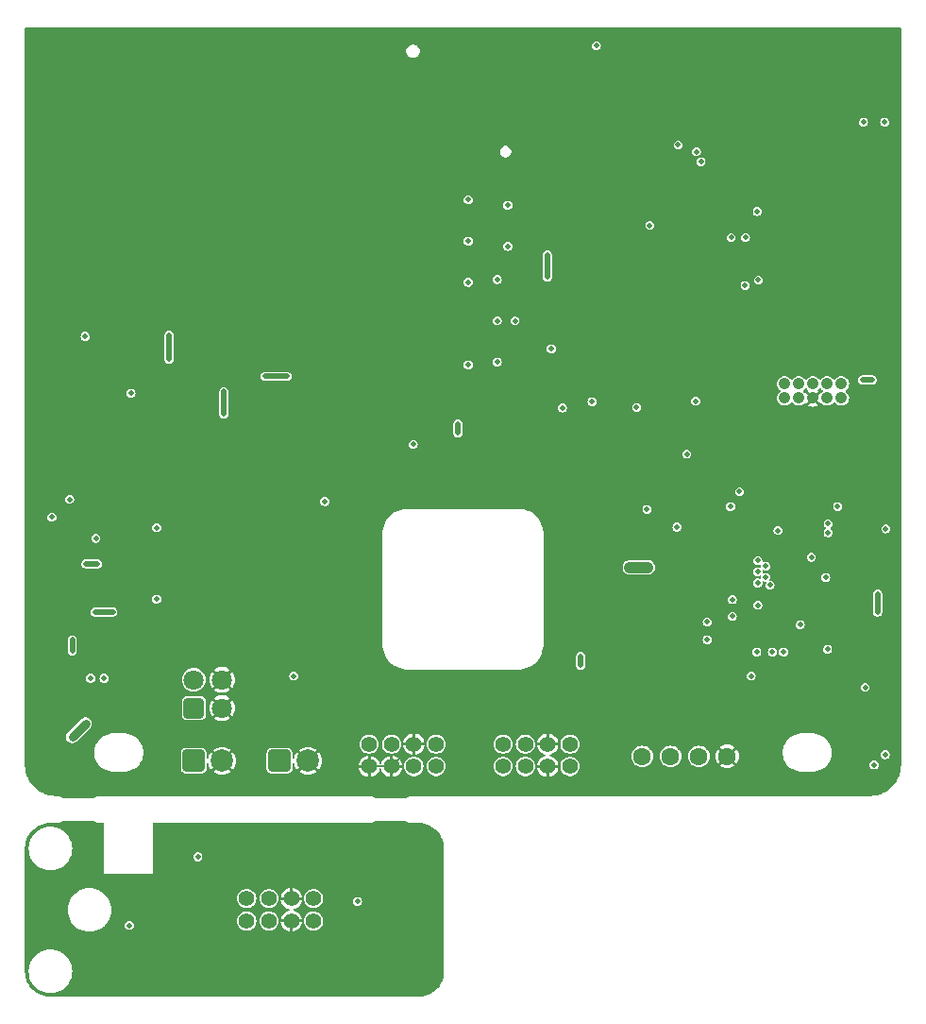
<source format=gbr>
%TF.GenerationSoftware,KiCad,Pcbnew,8.0.2*%
%TF.CreationDate,2024-05-31T14:04:31+07:00*%
%TF.ProjectId,WeatherStation,57656174-6865-4725-9374-6174696f6e2e,rev?*%
%TF.SameCoordinates,Original*%
%TF.FileFunction,Copper,L2,Inr*%
%TF.FilePolarity,Positive*%
%FSLAX46Y46*%
G04 Gerber Fmt 4.6, Leading zero omitted, Abs format (unit mm)*
G04 Created by KiCad (PCBNEW 8.0.2) date 2024-05-31 14:04:31*
%MOMM*%
%LPD*%
G01*
G04 APERTURE LIST*
G04 Aperture macros list*
%AMRoundRect*
0 Rectangle with rounded corners*
0 $1 Rounding radius*
0 $2 $3 $4 $5 $6 $7 $8 $9 X,Y pos of 4 corners*
0 Add a 4 corners polygon primitive as box body*
4,1,4,$2,$3,$4,$5,$6,$7,$8,$9,$2,$3,0*
0 Add four circle primitives for the rounded corners*
1,1,$1+$1,$2,$3*
1,1,$1+$1,$4,$5*
1,1,$1+$1,$6,$7*
1,1,$1+$1,$8,$9*
0 Add four rect primitives between the rounded corners*
20,1,$1+$1,$2,$3,$4,$5,0*
20,1,$1+$1,$4,$5,$6,$7,0*
20,1,$1+$1,$6,$7,$8,$9,0*
20,1,$1+$1,$8,$9,$2,$3,0*%
G04 Aperture macros list end*
%TA.AperFunction,ComponentPad*%
%ADD10C,1.600000*%
%TD*%
%TA.AperFunction,ComponentPad*%
%ADD11C,1.400000*%
%TD*%
%TA.AperFunction,ComponentPad*%
%ADD12RoundRect,0.250000X0.650000X-0.650000X0.650000X0.650000X-0.650000X0.650000X-0.650000X-0.650000X0*%
%TD*%
%TA.AperFunction,ComponentPad*%
%ADD13C,1.800000*%
%TD*%
%TA.AperFunction,ComponentPad*%
%ADD14C,1.050000*%
%TD*%
%TA.AperFunction,ComponentPad*%
%ADD15RoundRect,0.328084X-0.671916X-0.671916X0.671916X-0.671916X0.671916X0.671916X-0.671916X0.671916X0*%
%TD*%
%TA.AperFunction,ComponentPad*%
%ADD16C,2.000000*%
%TD*%
%TA.AperFunction,ViaPad*%
%ADD17C,0.480000*%
%TD*%
%TA.AperFunction,Conductor*%
%ADD18C,0.160000*%
%TD*%
%TA.AperFunction,Conductor*%
%ADD19C,0.500000*%
%TD*%
%TA.AperFunction,Conductor*%
%ADD20C,1.000000*%
%TD*%
%TA.AperFunction,Conductor*%
%ADD21C,0.800000*%
%TD*%
G04 APERTURE END LIST*
D10*
%TO.N,GND*%
%TO.C,J1*%
X254575000Y-100350000D03*
%TO.N,/MCU/USB_P*%
X252035001Y-100350000D03*
%TO.N,/MCU/USB_N*%
X249494999Y-100350000D03*
%TO.N,Net-(F1-Pad1)*%
X246955000Y-100350000D03*
%TD*%
D11*
%TO.N,+3.3V*%
%TO.C,J8*%
X228465000Y-101250000D03*
%TO.N,/MCU/SCL*%
X228465000Y-99250000D03*
%TO.N,/MCU/SDA*%
X226465000Y-101250000D03*
%TO.N,GND*%
X226465000Y-99250000D03*
X224465000Y-101250000D03*
%TO.N,/MCU/~{WSP_PULSE}*%
X224465000Y-99250000D03*
%TO.N,GND*%
X222465000Y-101250000D03*
%TO.N,/MCU/~{RNF_PULSE}*%
X222465000Y-99250000D03*
%TD*%
D12*
%TO.N,VBAT*%
%TO.C,J3*%
X206724999Y-96020000D03*
D13*
%TO.N,Net-(C21-Pad1)*%
X206724999Y-93480000D03*
%TO.N,GND*%
X209264999Y-96020000D03*
X209264999Y-93480000D03*
%TD*%
D14*
%TO.N,/MCU/DBG_TXD*%
%TO.C,J4*%
X264814901Y-66965000D03*
%TO.N,/MCU/~{MCLR}*%
X264814901Y-68235000D03*
%TO.N,/MCU/DBG_RXD*%
X263544901Y-66965000D03*
%TO.N,+3.3V*%
X263544901Y-68235000D03*
%TO.N,/MCU/NB_USB_P*%
X262274901Y-66965000D03*
%TO.N,GND*%
X262274901Y-68235000D03*
%TO.N,/MCU/NB_USB_N*%
X261004901Y-66965000D03*
%TO.N,/MCU/PGD*%
X261004901Y-68235000D03*
%TO.N,/MCU/NB_VBUS*%
X259734901Y-66965000D03*
%TO.N,/MCU/PGC*%
X259734901Y-68235000D03*
%TD*%
D15*
%TO.N,Net-(U1-IN)*%
%TO.C,J2*%
X214424998Y-100750000D03*
D16*
%TO.N,GND*%
X216965000Y-100750000D03*
%TD*%
D11*
%TO.N,+3.3V*%
%TO.C,J7*%
X240465000Y-101250000D03*
%TO.N,Net-(C68-Pad1)*%
X240465000Y-99250000D03*
%TO.N,GND*%
X238465000Y-101250000D03*
X238465000Y-99250000D03*
%TO.N,/MCU/~{DUST_IREN}*%
X236465000Y-101250000D03*
%TO.N,/MCU/DUST_SEN*%
X236465000Y-99250000D03*
%TO.N,/MCU/SCL*%
X234465000Y-101250000D03*
%TO.N,/MCU/SDA*%
X234465000Y-99250000D03*
%TD*%
D15*
%TO.N,VBAT*%
%TO.C,BAT1*%
X206724998Y-100750000D03*
D16*
%TO.N,GND*%
X209265000Y-100750000D03*
%TD*%
D11*
%TO.N,VSEN1*%
%TO.C,J6*%
X217475001Y-113100001D03*
%TO.N,VDD1*%
X217475001Y-115100001D03*
%TO.N,GND1*%
X215475001Y-113100001D03*
X215475001Y-115100001D03*
%TO.N,/SENSORS/~{LED_EN}*%
X213475001Y-113100001D03*
%TO.N,/SENSORS/VOUT*%
X213475001Y-115100001D03*
%TO.N,/SENSORS/SCL1*%
X211475001Y-113100001D03*
%TO.N,/SENSORS/SDA1*%
X211475001Y-115100001D03*
%TD*%
D17*
%TO.N,GND*%
X198174901Y-60350000D03*
X252574901Y-39750000D03*
X269099900Y-52950000D03*
X265919901Y-103400000D03*
X193174901Y-40350000D03*
X228174901Y-45350000D03*
X253419901Y-103400000D03*
X198174901Y-40350000D03*
X218174901Y-60350000D03*
X240919996Y-42210000D03*
X228174901Y-50350000D03*
X193174901Y-35350000D03*
X267374901Y-45550000D03*
X223375000Y-89850000D03*
X230875000Y-77850000D03*
X192724901Y-69324999D03*
X213174901Y-35350000D03*
X237674901Y-35350000D03*
X199674901Y-91400000D03*
X201899902Y-72550000D03*
X223174901Y-60350000D03*
X244374901Y-45350000D03*
X265074901Y-37750000D03*
X259774901Y-47350000D03*
X266919901Y-96900000D03*
X223375000Y-83850000D03*
X264374901Y-47950000D03*
X259174901Y-46750000D03*
X196924901Y-94100000D03*
X232674901Y-35350000D03*
X194324901Y-69324999D03*
X223344997Y-45310000D03*
X194574901Y-85950000D03*
X268374901Y-45550000D03*
X245174901Y-35350000D03*
X215674901Y-35350000D03*
X242674901Y-35350000D03*
X199299902Y-66050000D03*
X208174901Y-55350000D03*
X203174901Y-60350000D03*
X246874901Y-60350000D03*
X213174901Y-45350000D03*
X254169901Y-91650000D03*
X226825000Y-74089997D03*
X255074901Y-35350000D03*
X256774901Y-50350000D03*
X269124901Y-46300000D03*
X263419901Y-103400000D03*
X262574901Y-40250000D03*
X243419901Y-103400000D03*
X217419999Y-96350000D03*
X250174901Y-37750000D03*
X250174901Y-38750000D03*
X238244997Y-51210000D03*
X261374901Y-45550000D03*
X204624901Y-69650000D03*
X269669901Y-96900000D03*
X252574901Y-36750000D03*
X250174901Y-35350000D03*
X252574901Y-35350000D03*
X264374901Y-60350000D03*
X250174901Y-40750000D03*
X267749902Y-48999999D03*
X228875000Y-77850000D03*
X265374901Y-47950000D03*
X266374901Y-45550000D03*
X223375000Y-81850000D03*
X223174901Y-55350000D03*
X255919901Y-103400000D03*
X223375000Y-78850000D03*
X199674901Y-89400000D03*
X269099900Y-54950000D03*
X265374901Y-45550000D03*
X224325000Y-74089997D03*
X235174901Y-35350000D03*
X204624901Y-68650000D03*
X201099902Y-66075001D03*
X238375000Y-85850000D03*
X208174901Y-40350000D03*
X219325000Y-74089997D03*
X241144996Y-45110000D03*
X232875000Y-92850000D03*
X257574901Y-40250000D03*
X214275000Y-83039997D03*
X246955000Y-87250000D03*
X203174901Y-45350000D03*
X258419901Y-103400000D03*
X264374901Y-55350000D03*
X203174901Y-35350000D03*
X264374901Y-57850000D03*
X264374901Y-52850000D03*
X228174901Y-35350000D03*
X261274901Y-77950000D03*
X193174901Y-60350000D03*
X260024901Y-86800000D03*
X193174901Y-55350000D03*
X238375000Y-90850000D03*
X250174901Y-36750000D03*
X213174901Y-55350000D03*
X238375000Y-82850000D03*
X223375000Y-87850000D03*
X223375000Y-86850000D03*
X250174901Y-42750000D03*
X238375000Y-83850000D03*
X223375000Y-90850000D03*
X238375000Y-87850000D03*
X233114949Y-45290048D03*
X255074901Y-42750000D03*
X247624901Y-53950000D03*
X214275000Y-87039997D03*
X194574901Y-83950000D03*
X268049900Y-62750000D03*
X251374901Y-44950000D03*
X261874901Y-55350000D03*
X266599900Y-53950000D03*
X245919901Y-98400000D03*
X201899902Y-70550000D03*
X244844997Y-70560000D03*
X269799901Y-70800000D03*
X204624901Y-67650000D03*
X269799901Y-83300000D03*
X244374901Y-57850000D03*
X244374901Y-40350000D03*
X252574901Y-40750000D03*
X247674901Y-42750000D03*
X252574901Y-42750000D03*
X203174901Y-40350000D03*
X231825000Y-74089997D03*
X252574901Y-37750000D03*
X202624901Y-66650000D03*
X269099900Y-58600000D03*
X262874901Y-77950000D03*
X231875000Y-77850000D03*
X267749902Y-49950000D03*
X238375000Y-89850000D03*
X198674901Y-90400000D03*
X203399902Y-70550000D03*
X265074901Y-42750000D03*
X238375000Y-81850000D03*
X264374901Y-62850000D03*
X261874901Y-52850000D03*
X261874901Y-57850000D03*
X192574901Y-82950000D03*
X205074901Y-89900000D03*
X216275000Y-83039997D03*
X230875000Y-92850000D03*
X229325000Y-74089997D03*
X248419901Y-103400000D03*
X269799901Y-65800000D03*
X238375000Y-84850000D03*
X223375000Y-84850000D03*
X256874901Y-60350000D03*
X225674901Y-35350000D03*
X195774901Y-94010001D03*
X238375000Y-91850000D03*
X269099900Y-51950000D03*
X263374901Y-45550000D03*
X264374901Y-45550000D03*
X240919901Y-103400000D03*
X244374901Y-50350000D03*
X261874901Y-60350000D03*
X260074901Y-37750000D03*
X228875000Y-92850000D03*
X257574901Y-35350000D03*
X218174901Y-40350000D03*
X250174901Y-41750000D03*
X210674901Y-35350000D03*
X260024901Y-84300000D03*
X218174901Y-45350000D03*
X223174901Y-35350000D03*
X218174901Y-55350000D03*
X247674901Y-37750000D03*
X259774901Y-46150000D03*
X223375000Y-79850000D03*
X241794997Y-47310000D03*
X203174901Y-50350000D03*
X266599900Y-58600000D03*
X259374901Y-57850000D03*
X263274901Y-86800000D03*
X193174901Y-45350000D03*
X254374901Y-50350000D03*
X257574901Y-42750000D03*
X229875000Y-77850000D03*
X250774901Y-44350000D03*
X216275000Y-87039997D03*
X254374901Y-47850000D03*
X223375000Y-82850000D03*
X213275000Y-86039997D03*
X249374901Y-57850000D03*
X213174901Y-50350000D03*
X231875000Y-92850000D03*
X197674901Y-89400000D03*
X263374901Y-47950000D03*
X253419901Y-98400000D03*
X240919997Y-40610000D03*
X269799901Y-80800000D03*
X223375000Y-91850000D03*
X259374901Y-64100000D03*
X221825000Y-74089997D03*
X223344997Y-40350000D03*
X238244997Y-50210000D03*
X251919901Y-91650000D03*
X252774901Y-84950000D03*
X266599900Y-54950000D03*
X252774901Y-86700000D03*
X238244997Y-49210000D03*
X260919901Y-103400000D03*
X240919997Y-37410000D03*
X208174901Y-35350000D03*
X203174901Y-55350000D03*
X218174901Y-35350000D03*
X223375000Y-85850000D03*
X197674901Y-91400000D03*
X205674901Y-35350000D03*
X269799901Y-68300000D03*
X247674901Y-35350000D03*
X228174901Y-60350000D03*
X264669901Y-92900000D03*
X232875000Y-77850000D03*
X198174901Y-35350000D03*
X223375000Y-80850000D03*
X261524901Y-83800000D03*
X262374901Y-45550000D03*
X228174901Y-55350000D03*
X267799901Y-47950000D03*
X193174901Y-50350000D03*
X269799901Y-88300000D03*
X223174901Y-50350000D03*
X255074901Y-37750000D03*
X246955000Y-85000000D03*
X252574901Y-41750000D03*
X213275000Y-84039997D03*
X237144997Y-63435001D03*
X246874901Y-55350000D03*
X192574901Y-86950000D03*
X220674901Y-35350000D03*
X259374901Y-60350000D03*
X208275000Y-83039997D03*
X192124901Y-80774999D03*
X252574901Y-38750000D03*
X250919901Y-103400000D03*
X260074901Y-42750000D03*
X255024901Y-89050000D03*
X251974901Y-44350000D03*
X243244997Y-70560000D03*
X208174901Y-50350000D03*
X262374901Y-47950000D03*
X269799901Y-75800000D03*
X240919997Y-39010000D03*
X261374901Y-47950000D03*
X269099900Y-53950000D03*
X250174901Y-39750000D03*
X229875000Y-92850000D03*
X269799901Y-85800000D03*
X223375000Y-88850000D03*
X245919901Y-103400000D03*
X269799901Y-90800000D03*
X198174901Y-55350000D03*
X262457401Y-42867500D03*
X238375000Y-79850000D03*
X238375000Y-88850000D03*
X213174901Y-40350000D03*
X237875000Y-78850000D03*
X269799901Y-78300000D03*
X238375000Y-86850000D03*
X255919901Y-98400000D03*
X211775000Y-79539997D03*
X203624901Y-66650000D03*
X238375000Y-80850000D03*
X251874901Y-60350000D03*
X213174901Y-60350000D03*
X208174901Y-45350000D03*
X264374901Y-50350000D03*
X198174901Y-50350000D03*
X248419901Y-98400000D03*
X218174901Y-50350000D03*
X198174901Y-45350000D03*
X261749902Y-50350000D03*
%TO.N,VDD*%
X230425000Y-70539997D03*
X198074901Y-83100000D03*
X230425000Y-71339997D03*
X197074901Y-83100000D03*
%TO.N,VNB*%
X238444997Y-56400000D03*
X204524901Y-63650000D03*
X204524901Y-64750000D03*
X201099902Y-67800000D03*
X266724901Y-66600000D03*
X238444997Y-57400000D03*
X267574901Y-66600000D03*
X203399902Y-79850000D03*
X268699902Y-43510000D03*
X204524901Y-62600000D03*
X238444997Y-55400000D03*
%TO.N,+5V*%
X209424901Y-68650000D03*
X245855000Y-83400000D03*
X198674901Y-87400000D03*
X209424901Y-67650000D03*
X247455000Y-83400000D03*
X195824901Y-90900000D03*
X246655000Y-83400000D03*
X195824901Y-89900000D03*
X209424901Y-69650000D03*
X199474901Y-87400000D03*
X195599902Y-77310000D03*
X197874901Y-87400000D03*
%TO.N,/MCU/VNB_SEN*%
X257324901Y-84799999D03*
X203399902Y-86250000D03*
%TO.N,/MCU/V5V_SEN*%
X254874901Y-77950000D03*
X259124901Y-80100000D03*
%TO.N,Net-(C21-Pad1)*%
X247374901Y-78200000D03*
%TO.N,/MCU/VBAT_SEN*%
X262124900Y-82500000D03*
X250074901Y-79800000D03*
%TO.N,+3.3V*%
X196424901Y-97950000D03*
X268754902Y-100200000D03*
X266946303Y-94153823D03*
X197024901Y-97400000D03*
X195824901Y-98600000D03*
X268074901Y-85800000D03*
X268074901Y-87400000D03*
%TO.N,GND1*%
X207375000Y-116850000D03*
X216675002Y-109900000D03*
X213875002Y-109900000D03*
X228125002Y-118300000D03*
X197375000Y-111350000D03*
X212750000Y-120575002D03*
X220375000Y-117350000D03*
X216675002Y-108900000D03*
X207375000Y-107850000D03*
X207750000Y-120575002D03*
X217750000Y-120575002D03*
X204375000Y-113850000D03*
X213875002Y-108900000D03*
X209875000Y-107850000D03*
X205250000Y-120575002D03*
X199875000Y-111350000D03*
X207375000Y-113850000D03*
X215250000Y-120575002D03*
X228125002Y-113300000D03*
X228125002Y-110800000D03*
X220250000Y-120575002D03*
X222375000Y-107850000D03*
X204375000Y-116850000D03*
X197375000Y-116850000D03*
X216675002Y-107900000D03*
X225250000Y-120575002D03*
X210375000Y-110350000D03*
X210250000Y-120575002D03*
X193875000Y-116850000D03*
X212375000Y-107850000D03*
X228125002Y-115800000D03*
X222750000Y-120575002D03*
X224875000Y-107850000D03*
X193875000Y-113850000D03*
X197375000Y-108850000D03*
X210875000Y-116850000D03*
X207375000Y-111350000D03*
X202750000Y-120575002D03*
X193875000Y-111350000D03*
X202375000Y-111350000D03*
X213875002Y-107900000D03*
%TO.N,VSEN1*%
X207100004Y-109350000D03*
X200950003Y-115500001D03*
%TO.N,Net-(C68-Pad1)*%
X214125000Y-66289997D03*
X213125000Y-66289997D03*
X241424901Y-91400000D03*
X215125000Y-66289997D03*
X241424901Y-92200000D03*
%TO.N,/MCU/~{WSP_PULSE}*%
X258624902Y-91000000D03*
%TO.N,/MCU/~{RNF_PULSE}*%
X257224901Y-91000000D03*
%TO.N,/MCU/DBG_RXD*%
X263624901Y-80300000D03*
%TO.N,/MCU/DBG_TXD*%
X263624901Y-79500000D03*
%TO.N,/NB MODULE/PWRMON*%
X242844997Y-36660000D03*
X196974901Y-62700000D03*
X264474901Y-77950000D03*
X247624901Y-52750000D03*
%TO.N,/NB MODULE/TXD0*%
X246444997Y-69060000D03*
X256179949Y-58144952D03*
%TO.N,/NB MODULE/RXD0*%
X242444997Y-68560000D03*
X257374901Y-57650000D03*
%TO.N,Net-(MD1-~{ONOFF}{slash}~{WAKE})*%
X231344997Y-57859999D03*
X257274901Y-51500000D03*
%TO.N,/NB MODULE/SDA_1V8*%
X252224901Y-47050000D03*
X234894997Y-54634999D03*
%TO.N,/NB MODULE/SCL_1V8*%
X234894997Y-50934999D03*
X251824901Y-46150000D03*
%TO.N,/NB MODULE/DTR*%
X233944997Y-65010000D03*
X254924901Y-53850000D03*
%TO.N,Net-(MD1-SLED)*%
X250174901Y-45550000D03*
X266799902Y-43510000D03*
%TO.N,/MCU/NB_ONOFF*%
X233944997Y-57610000D03*
X257324901Y-82800000D03*
%TO.N,Net-(U1-EN)*%
X218474900Y-77500000D03*
X215694999Y-93150000D03*
X256724901Y-93150000D03*
%TO.N,/MCU/~{VBAT_LOW}*%
X198674901Y-93350000D03*
X255024901Y-87800000D03*
%TO.N,Net-(U4-STAT2)*%
X197474901Y-93350000D03*
X193999902Y-78910000D03*
%TO.N,/MCU/SDA*%
X231344997Y-54159999D03*
X252774901Y-89900000D03*
%TO.N,/MCU/SCL*%
X231344997Y-50459999D03*
X252774901Y-88300000D03*
%TO.N,/MCU/VNB_EN*%
X263424901Y-84300000D03*
X197949902Y-80810000D03*
X258424901Y-84999999D03*
%TO.N,/MCU/NB_RXD*%
X251744997Y-68510000D03*
X255024901Y-86300001D03*
%TO.N,Net-(U9-B)*%
X239794997Y-69110000D03*
X268799900Y-79950000D03*
%TO.N,/MCU/DUST_EN*%
X226425000Y-72389997D03*
X258024901Y-84300000D03*
%TO.N,/SENSORS/~{LED_EN}*%
X221425002Y-113350000D03*
%TO.N,/MCU/DUST_SEN*%
X263574901Y-90750000D03*
%TO.N,/MCU/~{DUST_IREN}*%
X259624900Y-91000000D03*
%TO.N,/NB MODULE/RING*%
X256224901Y-53850000D03*
X233944997Y-61310000D03*
%TO.N,/MCU/NB_DTR*%
X231344997Y-65259999D03*
X257324901Y-83800001D03*
%TO.N,/MCU/NB_RING*%
X258024901Y-83300000D03*
X235544997Y-61310000D03*
%TO.N,/MCU/VIO_EN*%
X250944997Y-73260000D03*
X257324901Y-86800000D03*
%TO.N,Net-(U15-B)*%
X238794997Y-63810000D03*
X255674901Y-76625001D03*
%TO.N,/MCU/LED_SYS*%
X267749902Y-101110000D03*
X261124902Y-88550000D03*
%TD*%
D18*
%TO.N,GND*%
X240919996Y-41810000D02*
X240919996Y-44885000D01*
X225470292Y-100244708D02*
X224465000Y-101250000D01*
X240919996Y-37410001D02*
X240919997Y-37410000D01*
X240919996Y-44885000D02*
X241794997Y-45760001D01*
X240919996Y-44885000D02*
X241144996Y-45110000D01*
X224465000Y-101250000D02*
X222465000Y-101250000D01*
X258874901Y-68456874D02*
X258874901Y-66735000D01*
X261474901Y-69035000D02*
X259453027Y-69035000D01*
X241794997Y-45760001D02*
X241794997Y-47310000D01*
X262874901Y-77950000D02*
X261274901Y-77950000D01*
X262274901Y-68235000D02*
X261474901Y-69035000D01*
X241794997Y-47310000D02*
X239894997Y-49210000D01*
X243244997Y-70560000D02*
X244844997Y-70560000D01*
X258874901Y-66735000D02*
X259174901Y-66435000D01*
X259453027Y-69035000D02*
X258874901Y-68456874D01*
X259374901Y-66235000D02*
X259174901Y-66435000D01*
X240919996Y-41810000D02*
X240919996Y-37410001D01*
X259374901Y-64735000D02*
X259374901Y-66235000D01*
X259374901Y-64735000D02*
X259374901Y-64100000D01*
X240919996Y-42210000D02*
X240919996Y-41810000D01*
X239894997Y-49210000D02*
X238244997Y-49210000D01*
X259374901Y-66035000D02*
X259374901Y-64735000D01*
D19*
%TO.N,VDD*%
X198074901Y-83100000D02*
X197074901Y-83100000D01*
X230425000Y-71339997D02*
X230425000Y-70539997D01*
%TO.N,VNB*%
X238444997Y-55400000D02*
X238444997Y-57400000D01*
X204524901Y-62600000D02*
X204524901Y-64750000D01*
X266724901Y-66600000D02*
X267574901Y-66600000D01*
%TO.N,+5V*%
X199474901Y-87400000D02*
X197874901Y-87400000D01*
X195824901Y-90900000D02*
X195824901Y-89900000D01*
X209424901Y-67650000D02*
X209424901Y-69650000D01*
D20*
X247455000Y-83400000D02*
X245855000Y-83400000D01*
D19*
%TO.N,+3.3V*%
X268074901Y-85800000D02*
X268074901Y-87400000D01*
D21*
X197024901Y-97400000D02*
X195824901Y-98600000D01*
D18*
%TO.N,GND1*%
X216675002Y-110299998D02*
X215475001Y-111499999D01*
X215475001Y-111499999D02*
X213875002Y-109900000D01*
X216675002Y-109900000D02*
X216675002Y-107900000D01*
X216675002Y-109900000D02*
X216675002Y-110299998D01*
X213875002Y-109900000D02*
X213875002Y-107900000D01*
X215475001Y-113100001D02*
X215475001Y-111499999D01*
D19*
%TO.N,Net-(C68-Pad1)*%
X215125000Y-66289997D02*
X213125000Y-66289997D01*
X241424901Y-92200000D02*
X241424901Y-91400000D01*
%TD*%
%TA.AperFunction,Conductor*%
%TO.N,GND*%
G36*
X261672806Y-67319019D02*
G01*
X261704914Y-67345960D01*
X261740796Y-67397944D01*
X261758028Y-67422909D01*
X261825423Y-67482616D01*
X261851176Y-67530124D01*
X261840367Y-67583071D01*
X261821667Y-67601968D01*
X261821361Y-67604684D01*
X262169370Y-67952693D01*
X262159105Y-67955444D01*
X262090696Y-67994940D01*
X262034841Y-68050795D01*
X261995345Y-68119204D01*
X261992594Y-68129469D01*
X261644585Y-67781460D01*
X261636365Y-67782386D01*
X261608625Y-67803948D01*
X261554624Y-67801927D01*
X261526476Y-67779309D01*
X261524943Y-67780668D01*
X261521774Y-67777091D01*
X261397175Y-67666705D01*
X261397172Y-67666703D01*
X261397170Y-67666701D01*
X261397166Y-67666699D01*
X261394734Y-67665021D01*
X261393817Y-67663730D01*
X261393593Y-67663532D01*
X261393639Y-67663479D01*
X261363437Y-67620967D01*
X261367780Y-67567102D01*
X261394734Y-67534979D01*
X261397160Y-67533303D01*
X261397170Y-67533299D01*
X261521774Y-67422909D01*
X261574886Y-67345961D01*
X261618942Y-67314671D01*
X261672806Y-67319019D01*
G37*
%TD.AperFunction*%
%TA.AperFunction,Conductor*%
G36*
X262942806Y-67319019D02*
G01*
X262974914Y-67345960D01*
X263028028Y-67422909D01*
X263105508Y-67491551D01*
X263152631Y-67533298D01*
X263155072Y-67534983D01*
X263155987Y-67536271D01*
X263156209Y-67536468D01*
X263156163Y-67536519D01*
X263186365Y-67579039D01*
X263182019Y-67632903D01*
X263155072Y-67665017D01*
X263152631Y-67666701D01*
X263028031Y-67777086D01*
X263024863Y-67780664D01*
X263022957Y-67778975D01*
X262986193Y-67804968D01*
X262932338Y-67800504D01*
X262911462Y-67782164D01*
X262905215Y-67781460D01*
X262557207Y-68129468D01*
X262554457Y-68119204D01*
X262514961Y-68050795D01*
X262459106Y-67994940D01*
X262390697Y-67955444D01*
X262380431Y-67952693D01*
X262728439Y-67604684D01*
X262727893Y-67599838D01*
X262701570Y-67565972D01*
X262703592Y-67511970D01*
X262724377Y-67482617D01*
X262791774Y-67422909D01*
X262844886Y-67345961D01*
X262888942Y-67314671D01*
X262942806Y-67319019D01*
G37*
%TD.AperFunction*%
%TA.AperFunction,Conductor*%
G36*
X270146280Y-35018482D02*
G01*
X270173300Y-35065282D01*
X270174500Y-35079000D01*
X270174500Y-101097777D01*
X270174376Y-101102207D01*
X270157145Y-101409016D01*
X270156153Y-101417819D01*
X270105053Y-101718578D01*
X270103081Y-101727215D01*
X270018631Y-102020344D01*
X270015706Y-102028706D01*
X269898959Y-102310559D01*
X269895115Y-102318541D01*
X269747547Y-102585546D01*
X269742833Y-102593047D01*
X269566305Y-102841840D01*
X269560782Y-102848767D01*
X269357501Y-103076237D01*
X269351237Y-103082501D01*
X269123767Y-103285782D01*
X269116840Y-103291305D01*
X268868047Y-103467833D01*
X268860546Y-103472547D01*
X268593541Y-103620115D01*
X268585559Y-103623959D01*
X268303706Y-103740706D01*
X268295344Y-103743631D01*
X268002215Y-103828081D01*
X267993578Y-103830053D01*
X267692819Y-103881153D01*
X267684016Y-103882145D01*
X267377208Y-103899376D01*
X267372778Y-103899500D01*
X226269868Y-103899500D01*
X226063000Y-103935976D01*
X225865606Y-104007821D01*
X225865605Y-104007821D01*
X225724281Y-104089416D01*
X225684781Y-104100000D01*
X223065018Y-104100000D01*
X223025518Y-104089416D01*
X222884195Y-104007822D01*
X222762813Y-103963643D01*
X222686801Y-103935977D01*
X222686798Y-103935976D01*
X222686797Y-103935976D01*
X222479936Y-103899500D01*
X222479932Y-103899500D01*
X222414784Y-103899500D01*
X198414882Y-103899500D01*
X198375000Y-103899500D01*
X198269970Y-103899500D01*
X198269966Y-103899500D01*
X198063104Y-103935975D01*
X198063101Y-103935975D01*
X198063101Y-103935976D01*
X198047777Y-103941553D01*
X197865706Y-104007821D01*
X197724382Y-104089416D01*
X197684882Y-104100000D01*
X195065118Y-104100000D01*
X195025618Y-104089416D01*
X194884293Y-104007821D01*
X194740760Y-103955580D01*
X194686899Y-103935976D01*
X194686896Y-103935975D01*
X194686895Y-103935975D01*
X194480033Y-103899500D01*
X194480030Y-103899500D01*
X194377222Y-103899500D01*
X194372792Y-103899376D01*
X194065983Y-103882145D01*
X194057180Y-103881153D01*
X193756421Y-103830053D01*
X193747784Y-103828081D01*
X193454655Y-103743631D01*
X193446293Y-103740706D01*
X193164440Y-103623959D01*
X193156458Y-103620115D01*
X192889453Y-103472547D01*
X192881956Y-103467835D01*
X192633156Y-103291303D01*
X192626244Y-103285792D01*
X192398755Y-103082494D01*
X192392505Y-103076244D01*
X192189206Y-102848753D01*
X192183694Y-102841840D01*
X192007160Y-102593038D01*
X192002457Y-102585555D01*
X191854883Y-102318540D01*
X191851040Y-102310559D01*
X191752595Y-102072892D01*
X191734292Y-102028704D01*
X191731368Y-102020344D01*
X191726883Y-102004775D01*
X191646915Y-101727204D01*
X191644948Y-101718589D01*
X191593845Y-101417816D01*
X191592854Y-101409016D01*
X191591494Y-101384807D01*
X191575624Y-101102207D01*
X191575500Y-101097777D01*
X191575500Y-99953501D01*
X197799475Y-99953501D01*
X197799500Y-100000001D01*
X197799500Y-100047185D01*
X197799522Y-100047425D01*
X197799561Y-100122485D01*
X197799561Y-100122486D01*
X197834282Y-100363150D01*
X197834283Y-100363158D01*
X197902893Y-100596441D01*
X197902894Y-100596445D01*
X198003986Y-100817580D01*
X198003989Y-100817584D01*
X198003991Y-100817589D01*
X198072333Y-100923852D01*
X198135053Y-101021374D01*
X198135524Y-101022105D01*
X198294815Y-101205828D01*
X198478623Y-101365021D01*
X198478625Y-101365022D01*
X198478626Y-101365023D01*
X198478627Y-101365024D01*
X198683202Y-101496440D01*
X198683204Y-101496441D01*
X198683209Y-101496444D01*
X198904412Y-101597425D01*
X198904420Y-101597427D01*
X198904422Y-101597428D01*
X198919716Y-101601917D01*
X199137730Y-101665909D01*
X199137737Y-101665910D01*
X199137741Y-101665911D01*
X199318904Y-101691949D01*
X199378419Y-101700503D01*
X199500000Y-101700500D01*
X199539882Y-101700500D01*
X200453129Y-101700500D01*
X200453392Y-101700525D01*
X200461022Y-101700521D01*
X200461025Y-101700522D01*
X200498687Y-101700502D01*
X200502990Y-101700500D01*
X200547544Y-101700500D01*
X200547783Y-101700476D01*
X200622488Y-101700438D01*
X200863158Y-101665716D01*
X201096440Y-101597108D01*
X201317588Y-101496009D01*
X201522105Y-101364476D01*
X201705828Y-101205186D01*
X201865020Y-101021378D01*
X201996444Y-100816792D01*
X202097425Y-100595589D01*
X202100344Y-100585646D01*
X202125283Y-100500678D01*
X202165909Y-100362270D01*
X202167673Y-100350001D01*
X202191208Y-100186252D01*
X202200503Y-100121582D01*
X202200500Y-100047237D01*
X202200524Y-100047002D01*
X202200519Y-100038978D01*
X202200521Y-100038976D01*
X202200517Y-100031344D01*
X205564498Y-100031344D01*
X205564498Y-101468655D01*
X205570753Y-101526838D01*
X205570754Y-101526840D01*
X205619853Y-101658477D01*
X205619854Y-101658479D01*
X205704047Y-101770950D01*
X205816518Y-101855143D01*
X205816521Y-101855145D01*
X205948158Y-101904244D01*
X205955432Y-101905026D01*
X206006343Y-101910500D01*
X206006350Y-101910500D01*
X207443653Y-101910500D01*
X207488906Y-101905634D01*
X207501838Y-101904244D01*
X207633475Y-101855145D01*
X207745948Y-101770950D01*
X207830143Y-101658477D01*
X207879242Y-101526840D01*
X207882596Y-101495645D01*
X207885498Y-101468655D01*
X207885498Y-101031322D01*
X207903980Y-100980542D01*
X207950780Y-100953522D01*
X208003998Y-100962906D01*
X208038734Y-101004302D01*
X208040806Y-101010875D01*
X208085898Y-101179161D01*
X208085898Y-101179162D01*
X208178329Y-101377381D01*
X208294678Y-101543545D01*
X208834270Y-101003953D01*
X208864901Y-101057007D01*
X208957993Y-101150099D01*
X209011045Y-101180728D01*
X208471453Y-101720320D01*
X208637618Y-101836670D01*
X208835838Y-101929101D01*
X209047107Y-101985711D01*
X209047119Y-101985713D01*
X209264996Y-102004775D01*
X209265004Y-102004775D01*
X209482880Y-101985713D01*
X209482892Y-101985711D01*
X209694161Y-101929101D01*
X209694162Y-101929101D01*
X209892381Y-101836670D01*
X210058545Y-101720320D01*
X209518954Y-101180729D01*
X209572007Y-101150099D01*
X209665099Y-101057007D01*
X209695729Y-101003954D01*
X210235320Y-101543545D01*
X210351670Y-101377381D01*
X210444101Y-101179162D01*
X210444101Y-101179161D01*
X210500711Y-100967892D01*
X210500713Y-100967880D01*
X210519775Y-100750004D01*
X210519775Y-100749995D01*
X210500713Y-100532119D01*
X210500711Y-100532107D01*
X210444101Y-100320838D01*
X210444101Y-100320837D01*
X210351670Y-100122619D01*
X210287759Y-100031344D01*
X213264498Y-100031344D01*
X213264498Y-101468655D01*
X213270753Y-101526838D01*
X213270754Y-101526840D01*
X213319853Y-101658477D01*
X213319854Y-101658479D01*
X213404047Y-101770950D01*
X213516518Y-101855143D01*
X213516521Y-101855145D01*
X213648158Y-101904244D01*
X213655432Y-101905026D01*
X213706343Y-101910500D01*
X213706350Y-101910500D01*
X215143653Y-101910500D01*
X215188906Y-101905634D01*
X215201838Y-101904244D01*
X215333475Y-101855145D01*
X215445948Y-101770950D01*
X215530143Y-101658477D01*
X215579242Y-101526840D01*
X215582596Y-101495645D01*
X215585498Y-101468655D01*
X215585498Y-101031322D01*
X215603980Y-100980542D01*
X215650780Y-100953522D01*
X215703998Y-100962906D01*
X215738734Y-101004302D01*
X215740806Y-101010875D01*
X215785898Y-101179161D01*
X215785898Y-101179162D01*
X215878329Y-101377381D01*
X215994678Y-101543545D01*
X216534270Y-101003953D01*
X216564901Y-101057007D01*
X216657993Y-101150099D01*
X216711045Y-101180728D01*
X216171453Y-101720320D01*
X216337618Y-101836670D01*
X216535838Y-101929101D01*
X216747107Y-101985711D01*
X216747119Y-101985713D01*
X216964996Y-102004775D01*
X216965004Y-102004775D01*
X217182880Y-101985713D01*
X217182892Y-101985711D01*
X217394161Y-101929101D01*
X217394162Y-101929101D01*
X217592381Y-101836670D01*
X217758545Y-101720320D01*
X217218954Y-101180729D01*
X217272007Y-101150099D01*
X217365099Y-101057007D01*
X217395729Y-101003954D01*
X217935320Y-101543545D01*
X218051670Y-101377381D01*
X218144101Y-101179162D01*
X218144101Y-101179161D01*
X218158614Y-101125000D01*
X221522715Y-101125000D01*
X222136147Y-101125000D01*
X222115000Y-101203922D01*
X222115000Y-101296078D01*
X222136147Y-101375000D01*
X221522715Y-101375000D01*
X221528745Y-101436236D01*
X221528746Y-101436239D01*
X221583064Y-101615302D01*
X221583066Y-101615305D01*
X221671284Y-101780348D01*
X221789997Y-101925002D01*
X221934651Y-102043715D01*
X222099694Y-102131933D01*
X222099700Y-102131936D01*
X222278758Y-102186252D01*
X222278765Y-102186254D01*
X222339999Y-102192284D01*
X222340000Y-102192284D01*
X222340000Y-101578852D01*
X222418922Y-101600000D01*
X222511078Y-101600000D01*
X222590000Y-101578852D01*
X222590000Y-102192284D01*
X222651234Y-102186254D01*
X222651241Y-102186252D01*
X222830299Y-102131936D01*
X222830305Y-102131933D01*
X222995348Y-102043715D01*
X223140002Y-101925002D01*
X223258715Y-101780348D01*
X223346933Y-101615305D01*
X223346935Y-101615302D01*
X223389402Y-101475308D01*
X223421829Y-101432080D01*
X223474457Y-101419809D01*
X223522659Y-101444237D01*
X223540598Y-101475308D01*
X223583064Y-101615302D01*
X223583066Y-101615305D01*
X223671284Y-101780348D01*
X223789997Y-101925002D01*
X223934651Y-102043715D01*
X224099694Y-102131933D01*
X224099700Y-102131936D01*
X224278758Y-102186252D01*
X224278765Y-102186254D01*
X224339999Y-102192284D01*
X224340000Y-102192284D01*
X224340000Y-101578852D01*
X224418922Y-101600000D01*
X224511078Y-101600000D01*
X224590000Y-101578852D01*
X224590000Y-102192284D01*
X224651234Y-102186254D01*
X224651241Y-102186252D01*
X224830299Y-102131936D01*
X224830305Y-102131933D01*
X224995348Y-102043715D01*
X225140002Y-101925002D01*
X225258715Y-101780348D01*
X225346933Y-101615305D01*
X225346935Y-101615302D01*
X225401253Y-101436239D01*
X225401254Y-101436236D01*
X225407285Y-101375000D01*
X224793853Y-101375000D01*
X224815000Y-101296078D01*
X224815000Y-101249998D01*
X225599760Y-101249998D01*
X225599760Y-101250001D01*
X225618668Y-101429894D01*
X225618670Y-101429903D01*
X225674379Y-101601356D01*
X225674564Y-101601925D01*
X225726780Y-101692366D01*
X225731477Y-101700502D01*
X225765006Y-101758575D01*
X225886041Y-101892999D01*
X225886042Y-101893000D01*
X225886044Y-101893002D01*
X226013651Y-101985713D01*
X226032380Y-101999320D01*
X226197626Y-102072892D01*
X226374558Y-102110500D01*
X226374562Y-102110500D01*
X226555438Y-102110500D01*
X226555442Y-102110500D01*
X226732374Y-102072892D01*
X226897620Y-101999320D01*
X227043959Y-101892999D01*
X227164994Y-101758575D01*
X227255436Y-101601925D01*
X227311332Y-101429894D01*
X227330240Y-101250000D01*
X227330240Y-101249998D01*
X227599760Y-101249998D01*
X227599760Y-101250001D01*
X227618668Y-101429894D01*
X227618670Y-101429903D01*
X227674379Y-101601356D01*
X227674564Y-101601925D01*
X227726780Y-101692366D01*
X227731477Y-101700502D01*
X227765006Y-101758575D01*
X227886041Y-101892999D01*
X227886042Y-101893000D01*
X227886044Y-101893002D01*
X228013651Y-101985713D01*
X228032380Y-101999320D01*
X228197626Y-102072892D01*
X228374558Y-102110500D01*
X228374562Y-102110500D01*
X228555438Y-102110500D01*
X228555442Y-102110500D01*
X228732374Y-102072892D01*
X228897620Y-101999320D01*
X229043959Y-101892999D01*
X229164994Y-101758575D01*
X229255436Y-101601925D01*
X229311332Y-101429894D01*
X229330240Y-101250000D01*
X229330240Y-101249998D01*
X233599760Y-101249998D01*
X233599760Y-101250001D01*
X233618668Y-101429894D01*
X233618670Y-101429903D01*
X233674379Y-101601356D01*
X233674564Y-101601925D01*
X233726780Y-101692366D01*
X233731477Y-101700502D01*
X233765006Y-101758575D01*
X233886041Y-101892999D01*
X233886042Y-101893000D01*
X233886044Y-101893002D01*
X234013651Y-101985713D01*
X234032380Y-101999320D01*
X234197626Y-102072892D01*
X234374558Y-102110500D01*
X234374562Y-102110500D01*
X234555438Y-102110500D01*
X234555442Y-102110500D01*
X234732374Y-102072892D01*
X234897620Y-101999320D01*
X235043959Y-101892999D01*
X235164994Y-101758575D01*
X235255436Y-101601925D01*
X235311332Y-101429894D01*
X235330240Y-101250000D01*
X235330240Y-101249998D01*
X235599760Y-101249998D01*
X235599760Y-101250001D01*
X235618668Y-101429894D01*
X235618670Y-101429903D01*
X235674379Y-101601356D01*
X235674564Y-101601925D01*
X235726780Y-101692366D01*
X235731477Y-101700502D01*
X235765006Y-101758575D01*
X235886041Y-101892999D01*
X235886042Y-101893000D01*
X235886044Y-101893002D01*
X236013651Y-101985713D01*
X236032380Y-101999320D01*
X236197626Y-102072892D01*
X236374558Y-102110500D01*
X236374562Y-102110500D01*
X236555438Y-102110500D01*
X236555442Y-102110500D01*
X236732374Y-102072892D01*
X236897620Y-101999320D01*
X237043959Y-101892999D01*
X237164994Y-101758575D01*
X237255436Y-101601925D01*
X237311332Y-101429894D01*
X237330240Y-101250000D01*
X237311332Y-101070106D01*
X237310621Y-101067919D01*
X237255438Y-100898082D01*
X237255436Y-100898075D01*
X237164994Y-100741425D01*
X237043959Y-100607001D01*
X237043956Y-100606999D01*
X237043955Y-100606997D01*
X236897625Y-100500683D01*
X236897622Y-100500681D01*
X236897620Y-100500680D01*
X236797905Y-100456284D01*
X236732377Y-100427109D01*
X236732372Y-100427107D01*
X236648330Y-100409244D01*
X236555442Y-100389500D01*
X236374558Y-100389500D01*
X236295391Y-100406327D01*
X236197627Y-100427107D01*
X236197622Y-100427109D01*
X236032384Y-100500678D01*
X236032374Y-100500683D01*
X235886044Y-100606997D01*
X235886041Y-100607001D01*
X235765005Y-100741425D01*
X235674564Y-100898075D01*
X235674561Y-100898082D01*
X235618670Y-101070096D01*
X235618668Y-101070105D01*
X235599760Y-101249998D01*
X235330240Y-101249998D01*
X235311332Y-101070106D01*
X235310621Y-101067919D01*
X235255438Y-100898082D01*
X235255436Y-100898075D01*
X235164994Y-100741425D01*
X235043959Y-100607001D01*
X235043956Y-100606999D01*
X235043955Y-100606997D01*
X234897625Y-100500683D01*
X234897622Y-100500681D01*
X234897620Y-100500680D01*
X234797905Y-100456284D01*
X234732377Y-100427109D01*
X234732372Y-100427107D01*
X234648330Y-100409244D01*
X234555442Y-100389500D01*
X234374558Y-100389500D01*
X234295391Y-100406327D01*
X234197627Y-100427107D01*
X234197622Y-100427109D01*
X234032384Y-100500678D01*
X234032374Y-100500683D01*
X233886044Y-100606997D01*
X233886041Y-100607001D01*
X233765005Y-100741425D01*
X233674564Y-100898075D01*
X233674561Y-100898082D01*
X233618670Y-101070096D01*
X233618668Y-101070105D01*
X233599760Y-101249998D01*
X229330240Y-101249998D01*
X229311332Y-101070106D01*
X229310621Y-101067919D01*
X229255438Y-100898082D01*
X229255436Y-100898075D01*
X229164994Y-100741425D01*
X229043959Y-100607001D01*
X229043956Y-100606999D01*
X229043955Y-100606997D01*
X228897625Y-100500683D01*
X228897622Y-100500681D01*
X228897620Y-100500680D01*
X228797905Y-100456284D01*
X228732377Y-100427109D01*
X228732372Y-100427107D01*
X228648330Y-100409244D01*
X228555442Y-100389500D01*
X228374558Y-100389500D01*
X228295391Y-100406327D01*
X228197627Y-100427107D01*
X228197622Y-100427109D01*
X228032384Y-100500678D01*
X228032374Y-100500683D01*
X227886044Y-100606997D01*
X227886041Y-100607001D01*
X227765005Y-100741425D01*
X227674564Y-100898075D01*
X227674561Y-100898082D01*
X227618670Y-101070096D01*
X227618668Y-101070105D01*
X227599760Y-101249998D01*
X227330240Y-101249998D01*
X227311332Y-101070106D01*
X227310621Y-101067919D01*
X227255438Y-100898082D01*
X227255436Y-100898075D01*
X227164994Y-100741425D01*
X227043959Y-100607001D01*
X227043956Y-100606999D01*
X227043955Y-100606997D01*
X226897625Y-100500683D01*
X226897622Y-100500681D01*
X226897620Y-100500680D01*
X226797905Y-100456284D01*
X226732377Y-100427109D01*
X226732372Y-100427107D01*
X226648330Y-100409244D01*
X226555442Y-100389500D01*
X226374558Y-100389500D01*
X226295391Y-100406327D01*
X226197627Y-100427107D01*
X226197622Y-100427109D01*
X226032384Y-100500678D01*
X226032374Y-100500683D01*
X225886044Y-100606997D01*
X225886041Y-100607001D01*
X225765005Y-100741425D01*
X225674564Y-100898075D01*
X225674561Y-100898082D01*
X225618670Y-101070096D01*
X225618668Y-101070105D01*
X225599760Y-101249998D01*
X224815000Y-101249998D01*
X224815000Y-101203922D01*
X224793853Y-101125000D01*
X225407285Y-101125000D01*
X225401254Y-101063763D01*
X225401253Y-101063760D01*
X225346935Y-100884697D01*
X225346933Y-100884694D01*
X225258715Y-100719651D01*
X225140002Y-100574997D01*
X224995348Y-100456284D01*
X224830305Y-100368066D01*
X224830302Y-100368064D01*
X224651239Y-100313746D01*
X224651236Y-100313745D01*
X224590000Y-100307714D01*
X224590000Y-100921147D01*
X224511078Y-100900000D01*
X224418922Y-100900000D01*
X224340000Y-100921147D01*
X224340000Y-100307714D01*
X224278763Y-100313745D01*
X224278760Y-100313746D01*
X224099697Y-100368064D01*
X224099694Y-100368066D01*
X223934651Y-100456284D01*
X223789997Y-100574997D01*
X223671284Y-100719651D01*
X223583066Y-100884694D01*
X223583064Y-100884698D01*
X223540598Y-101024691D01*
X223508171Y-101067919D01*
X223455543Y-101080190D01*
X223407341Y-101055762D01*
X223389402Y-101024691D01*
X223346935Y-100884698D01*
X223346933Y-100884694D01*
X223258715Y-100719651D01*
X223140002Y-100574997D01*
X222995348Y-100456284D01*
X222830305Y-100368066D01*
X222830302Y-100368064D01*
X222651239Y-100313746D01*
X222651236Y-100313745D01*
X222590000Y-100307714D01*
X222590000Y-100921147D01*
X222511078Y-100900000D01*
X222418922Y-100900000D01*
X222340000Y-100921147D01*
X222340000Y-100307714D01*
X222278763Y-100313745D01*
X222278760Y-100313746D01*
X222099697Y-100368064D01*
X222099694Y-100368066D01*
X221934651Y-100456284D01*
X221789997Y-100574997D01*
X221671284Y-100719651D01*
X221583066Y-100884694D01*
X221583064Y-100884697D01*
X221528746Y-101063760D01*
X221528745Y-101063763D01*
X221522715Y-101125000D01*
X218158614Y-101125000D01*
X218200711Y-100967892D01*
X218200713Y-100967880D01*
X218219775Y-100750004D01*
X218219775Y-100749995D01*
X218200713Y-100532119D01*
X218200711Y-100532107D01*
X218144101Y-100320838D01*
X218144101Y-100320837D01*
X218051670Y-100122619D01*
X217935320Y-99956453D01*
X217395728Y-100496045D01*
X217365099Y-100442993D01*
X217272007Y-100349901D01*
X217218953Y-100319270D01*
X217758545Y-99779678D01*
X217592381Y-99663329D01*
X217394161Y-99570898D01*
X217182892Y-99514288D01*
X217182880Y-99514286D01*
X216965004Y-99495225D01*
X216964996Y-99495225D01*
X216747119Y-99514286D01*
X216747107Y-99514288D01*
X216535838Y-99570898D01*
X216535837Y-99570898D01*
X216337616Y-99663330D01*
X216171453Y-99779677D01*
X216171453Y-99779678D01*
X216711046Y-100319270D01*
X216657993Y-100349901D01*
X216564901Y-100442993D01*
X216534270Y-100496045D01*
X215994678Y-99956453D01*
X215994677Y-99956453D01*
X215878330Y-100122616D01*
X215785898Y-100320837D01*
X215785898Y-100320838D01*
X215740806Y-100489124D01*
X215709810Y-100533390D01*
X215657613Y-100547376D01*
X215608636Y-100524538D01*
X215585799Y-100475562D01*
X215585498Y-100468677D01*
X215585498Y-100031344D01*
X215579242Y-99973161D01*
X215579242Y-99973160D01*
X215530143Y-99841523D01*
X215484349Y-99780348D01*
X215445948Y-99729049D01*
X215333477Y-99644856D01*
X215333475Y-99644855D01*
X215201838Y-99595756D01*
X215201836Y-99595755D01*
X215143653Y-99589500D01*
X215143646Y-99589500D01*
X213706350Y-99589500D01*
X213706343Y-99589500D01*
X213648159Y-99595755D01*
X213648157Y-99595756D01*
X213516520Y-99644855D01*
X213516518Y-99644856D01*
X213404047Y-99729049D01*
X213319854Y-99841520D01*
X213319853Y-99841522D01*
X213270754Y-99973159D01*
X213270753Y-99973161D01*
X213264498Y-100031344D01*
X210287759Y-100031344D01*
X210235320Y-99956453D01*
X209695728Y-100496045D01*
X209665099Y-100442993D01*
X209572007Y-100349901D01*
X209518953Y-100319270D01*
X210058545Y-99779678D01*
X209892381Y-99663329D01*
X209694161Y-99570898D01*
X209482892Y-99514288D01*
X209482880Y-99514286D01*
X209265004Y-99495225D01*
X209264996Y-99495225D01*
X209047119Y-99514286D01*
X209047107Y-99514288D01*
X208835838Y-99570898D01*
X208835837Y-99570898D01*
X208637616Y-99663330D01*
X208471453Y-99779677D01*
X208471453Y-99779678D01*
X209011046Y-100319270D01*
X208957993Y-100349901D01*
X208864901Y-100442993D01*
X208834270Y-100496045D01*
X208294678Y-99956453D01*
X208294677Y-99956453D01*
X208178330Y-100122616D01*
X208085898Y-100320837D01*
X208085898Y-100320838D01*
X208040806Y-100489124D01*
X208009810Y-100533390D01*
X207957613Y-100547376D01*
X207908636Y-100524538D01*
X207885799Y-100475562D01*
X207885498Y-100468677D01*
X207885498Y-100031344D01*
X207879242Y-99973161D01*
X207879242Y-99973160D01*
X207830143Y-99841523D01*
X207784349Y-99780348D01*
X207745948Y-99729049D01*
X207633477Y-99644856D01*
X207633475Y-99644855D01*
X207501838Y-99595756D01*
X207501836Y-99595755D01*
X207443653Y-99589500D01*
X207443646Y-99589500D01*
X206006350Y-99589500D01*
X206006343Y-99589500D01*
X205948159Y-99595755D01*
X205948157Y-99595756D01*
X205816520Y-99644855D01*
X205816518Y-99644856D01*
X205704047Y-99729049D01*
X205619854Y-99841520D01*
X205619853Y-99841522D01*
X205570754Y-99973159D01*
X205570753Y-99973161D01*
X205564498Y-100031344D01*
X202200517Y-100031344D01*
X202200500Y-99999094D01*
X202200500Y-99960119D01*
X202200500Y-99952604D01*
X202200476Y-99952359D01*
X202200438Y-99877514D01*
X202191244Y-99813790D01*
X202165716Y-99636843D01*
X202155446Y-99601924D01*
X202132605Y-99524260D01*
X202097108Y-99403561D01*
X202026906Y-99249998D01*
X221599760Y-99249998D01*
X221599760Y-99250001D01*
X221618668Y-99429894D01*
X221618670Y-99429903D01*
X221674561Y-99601917D01*
X221674564Y-99601925D01*
X221710016Y-99663329D01*
X221747959Y-99729050D01*
X221765006Y-99758575D01*
X221886041Y-99892999D01*
X221886042Y-99893000D01*
X221886044Y-99893002D01*
X222032363Y-99999308D01*
X222032380Y-99999320D01*
X222197626Y-100072892D01*
X222374558Y-100110500D01*
X222374562Y-100110500D01*
X222555438Y-100110500D01*
X222555442Y-100110500D01*
X222732374Y-100072892D01*
X222897620Y-99999320D01*
X223043959Y-99892999D01*
X223164994Y-99758575D01*
X223255436Y-99601925D01*
X223311332Y-99429894D01*
X223330240Y-99250000D01*
X223330240Y-99249998D01*
X223599760Y-99249998D01*
X223599760Y-99250001D01*
X223618668Y-99429894D01*
X223618670Y-99429903D01*
X223674561Y-99601917D01*
X223674564Y-99601925D01*
X223710016Y-99663329D01*
X223747959Y-99729050D01*
X223765006Y-99758575D01*
X223886041Y-99892999D01*
X223886042Y-99893000D01*
X223886044Y-99893002D01*
X224032363Y-99999308D01*
X224032380Y-99999320D01*
X224197626Y-100072892D01*
X224374558Y-100110500D01*
X224374562Y-100110500D01*
X224555438Y-100110500D01*
X224555442Y-100110500D01*
X224732374Y-100072892D01*
X224897620Y-99999320D01*
X225043959Y-99892999D01*
X225164994Y-99758575D01*
X225255436Y-99601925D01*
X225311332Y-99429894D01*
X225330240Y-99250000D01*
X225328751Y-99235837D01*
X225323136Y-99182412D01*
X225317102Y-99125000D01*
X225522715Y-99125000D01*
X226136147Y-99125000D01*
X226115000Y-99203922D01*
X226115000Y-99296078D01*
X226136147Y-99375000D01*
X225522715Y-99375000D01*
X225528745Y-99436236D01*
X225528746Y-99436239D01*
X225583064Y-99615302D01*
X225583066Y-99615305D01*
X225671284Y-99780348D01*
X225789997Y-99925002D01*
X225934651Y-100043715D01*
X226099694Y-100131933D01*
X226099700Y-100131936D01*
X226278758Y-100186252D01*
X226278765Y-100186254D01*
X226339999Y-100192284D01*
X226340000Y-100192284D01*
X226340000Y-99578852D01*
X226418922Y-99600000D01*
X226511078Y-99600000D01*
X226590000Y-99578852D01*
X226590000Y-100192284D01*
X226651234Y-100186254D01*
X226651241Y-100186252D01*
X226830299Y-100131936D01*
X226830305Y-100131933D01*
X226995348Y-100043715D01*
X227140002Y-99925002D01*
X227258715Y-99780348D01*
X227346933Y-99615305D01*
X227346935Y-99615302D01*
X227401253Y-99436239D01*
X227401254Y-99436236D01*
X227407285Y-99375000D01*
X226793853Y-99375000D01*
X226815000Y-99296078D01*
X226815000Y-99249998D01*
X227599760Y-99249998D01*
X227599760Y-99250001D01*
X227618668Y-99429894D01*
X227618670Y-99429903D01*
X227674561Y-99601917D01*
X227674564Y-99601925D01*
X227710016Y-99663329D01*
X227747959Y-99729050D01*
X227765006Y-99758575D01*
X227886041Y-99892999D01*
X227886042Y-99893000D01*
X227886044Y-99893002D01*
X228032363Y-99999308D01*
X228032380Y-99999320D01*
X228197626Y-100072892D01*
X228374558Y-100110500D01*
X228374562Y-100110500D01*
X228555438Y-100110500D01*
X228555442Y-100110500D01*
X228732374Y-100072892D01*
X228897620Y-99999320D01*
X229043959Y-99892999D01*
X229164994Y-99758575D01*
X229255436Y-99601925D01*
X229311332Y-99429894D01*
X229330240Y-99250000D01*
X229330240Y-99249998D01*
X233599760Y-99249998D01*
X233599760Y-99250001D01*
X233618668Y-99429894D01*
X233618670Y-99429903D01*
X233674561Y-99601917D01*
X233674564Y-99601925D01*
X233710016Y-99663329D01*
X233747959Y-99729050D01*
X233765006Y-99758575D01*
X233886041Y-99892999D01*
X233886042Y-99893000D01*
X233886044Y-99893002D01*
X234032363Y-99999308D01*
X234032380Y-99999320D01*
X234197626Y-100072892D01*
X234374558Y-100110500D01*
X234374562Y-100110500D01*
X234555438Y-100110500D01*
X234555442Y-100110500D01*
X234732374Y-100072892D01*
X234897620Y-99999320D01*
X235043959Y-99892999D01*
X235164994Y-99758575D01*
X235255436Y-99601925D01*
X235311332Y-99429894D01*
X235330240Y-99250000D01*
X235330240Y-99249998D01*
X235599760Y-99249998D01*
X235599760Y-99250001D01*
X235618668Y-99429894D01*
X235618670Y-99429903D01*
X235674561Y-99601917D01*
X235674564Y-99601925D01*
X235710016Y-99663329D01*
X235747959Y-99729050D01*
X235765006Y-99758575D01*
X235886041Y-99892999D01*
X235886042Y-99893000D01*
X235886044Y-99893002D01*
X236032363Y-99999308D01*
X236032380Y-99999320D01*
X236197626Y-100072892D01*
X236374558Y-100110500D01*
X236374562Y-100110500D01*
X236555438Y-100110500D01*
X236555442Y-100110500D01*
X236732374Y-100072892D01*
X236897620Y-99999320D01*
X237043959Y-99892999D01*
X237164994Y-99758575D01*
X237255436Y-99601925D01*
X237311332Y-99429894D01*
X237330240Y-99250000D01*
X237328751Y-99235837D01*
X237323136Y-99182412D01*
X237317102Y-99125000D01*
X237522715Y-99125000D01*
X238136147Y-99125000D01*
X238115000Y-99203922D01*
X238115000Y-99296078D01*
X238136147Y-99375000D01*
X237522715Y-99375000D01*
X237528745Y-99436236D01*
X237528746Y-99436239D01*
X237583064Y-99615302D01*
X237583066Y-99615305D01*
X237671284Y-99780348D01*
X237789997Y-99925002D01*
X237934651Y-100043715D01*
X238099694Y-100131933D01*
X238099698Y-100131935D01*
X238239691Y-100174402D01*
X238282919Y-100206829D01*
X238295190Y-100259457D01*
X238270762Y-100307659D01*
X238239691Y-100325598D01*
X238099698Y-100368064D01*
X238099694Y-100368066D01*
X237934651Y-100456284D01*
X237789997Y-100574997D01*
X237671284Y-100719651D01*
X237583066Y-100884694D01*
X237583064Y-100884697D01*
X237528746Y-101063760D01*
X237528745Y-101063763D01*
X237522715Y-101125000D01*
X238136147Y-101125000D01*
X238115000Y-101203922D01*
X238115000Y-101296078D01*
X238136147Y-101375000D01*
X237522715Y-101375000D01*
X237528745Y-101436236D01*
X237528746Y-101436239D01*
X237583064Y-101615302D01*
X237583066Y-101615305D01*
X237671284Y-101780348D01*
X237789997Y-101925002D01*
X237934651Y-102043715D01*
X238099694Y-102131933D01*
X238099700Y-102131936D01*
X238278758Y-102186252D01*
X238278765Y-102186254D01*
X238339999Y-102192284D01*
X238340000Y-102192284D01*
X238340000Y-101578852D01*
X238418922Y-101600000D01*
X238511078Y-101600000D01*
X238590000Y-101578852D01*
X238590000Y-102192284D01*
X238651234Y-102186254D01*
X238651241Y-102186252D01*
X238830299Y-102131936D01*
X238830305Y-102131933D01*
X238995348Y-102043715D01*
X239140002Y-101925002D01*
X239258715Y-101780348D01*
X239346933Y-101615305D01*
X239346935Y-101615302D01*
X239401253Y-101436239D01*
X239401254Y-101436236D01*
X239407285Y-101375000D01*
X238793853Y-101375000D01*
X238815000Y-101296078D01*
X238815000Y-101249998D01*
X239599760Y-101249998D01*
X239599760Y-101250001D01*
X239618668Y-101429894D01*
X239618670Y-101429903D01*
X239674379Y-101601356D01*
X239674564Y-101601925D01*
X239726780Y-101692366D01*
X239731477Y-101700502D01*
X239765006Y-101758575D01*
X239886041Y-101892999D01*
X239886042Y-101893000D01*
X239886044Y-101893002D01*
X240013651Y-101985713D01*
X240032380Y-101999320D01*
X240197626Y-102072892D01*
X240374558Y-102110500D01*
X240374562Y-102110500D01*
X240555438Y-102110500D01*
X240555442Y-102110500D01*
X240732374Y-102072892D01*
X240897620Y-101999320D01*
X241043959Y-101892999D01*
X241164994Y-101758575D01*
X241255436Y-101601925D01*
X241311332Y-101429894D01*
X241330240Y-101250000D01*
X241311332Y-101070106D01*
X241310621Y-101067919D01*
X241255438Y-100898082D01*
X241255436Y-100898075D01*
X241164994Y-100741425D01*
X241043959Y-100607001D01*
X241043956Y-100606999D01*
X241043955Y-100606997D01*
X240897625Y-100500683D01*
X240897622Y-100500681D01*
X240897620Y-100500680D01*
X240797905Y-100456284D01*
X240732377Y-100427109D01*
X240732372Y-100427107D01*
X240648330Y-100409244D01*
X240555442Y-100389500D01*
X240374558Y-100389500D01*
X240295391Y-100406327D01*
X240197627Y-100427107D01*
X240197622Y-100427109D01*
X240032384Y-100500678D01*
X240032374Y-100500683D01*
X239886044Y-100606997D01*
X239886041Y-100607001D01*
X239765005Y-100741425D01*
X239674564Y-100898075D01*
X239674561Y-100898082D01*
X239618670Y-101070096D01*
X239618668Y-101070105D01*
X239599760Y-101249998D01*
X238815000Y-101249998D01*
X238815000Y-101203922D01*
X238793853Y-101125000D01*
X239407285Y-101125000D01*
X239401254Y-101063763D01*
X239401253Y-101063760D01*
X239346935Y-100884697D01*
X239346933Y-100884694D01*
X239258715Y-100719651D01*
X239140002Y-100574997D01*
X238995348Y-100456284D01*
X238830305Y-100368066D01*
X238830302Y-100368064D01*
X238770752Y-100350000D01*
X245989853Y-100350000D01*
X246008398Y-100538295D01*
X246063316Y-100719337D01*
X246063319Y-100719343D01*
X246063320Y-100719346D01*
X246152510Y-100886207D01*
X246152512Y-100886209D01*
X246272537Y-101032462D01*
X246357523Y-101102207D01*
X246418793Y-101152490D01*
X246585654Y-101241680D01*
X246585659Y-101241681D01*
X246585662Y-101241683D01*
X246766704Y-101296601D01*
X246766706Y-101296601D01*
X246766709Y-101296602D01*
X246955000Y-101315147D01*
X247143291Y-101296602D01*
X247143293Y-101296601D01*
X247143295Y-101296601D01*
X247324337Y-101241683D01*
X247324338Y-101241682D01*
X247324346Y-101241680D01*
X247491207Y-101152490D01*
X247637462Y-101032462D01*
X247757490Y-100886207D01*
X247846680Y-100719346D01*
X247880761Y-100606997D01*
X247901601Y-100538295D01*
X247901601Y-100538293D01*
X247901602Y-100538291D01*
X247920147Y-100350000D01*
X248529852Y-100350000D01*
X248548397Y-100538295D01*
X248603315Y-100719337D01*
X248603318Y-100719343D01*
X248603319Y-100719346D01*
X248692509Y-100886207D01*
X248692511Y-100886209D01*
X248812536Y-101032462D01*
X248897522Y-101102207D01*
X248958792Y-101152490D01*
X249125653Y-101241680D01*
X249125658Y-101241681D01*
X249125661Y-101241683D01*
X249306703Y-101296601D01*
X249306705Y-101296601D01*
X249306708Y-101296602D01*
X249494999Y-101315147D01*
X249683290Y-101296602D01*
X249683292Y-101296601D01*
X249683294Y-101296601D01*
X249864336Y-101241683D01*
X249864337Y-101241682D01*
X249864345Y-101241680D01*
X250031206Y-101152490D01*
X250177461Y-101032462D01*
X250297489Y-100886207D01*
X250386679Y-100719346D01*
X250420760Y-100606997D01*
X250441600Y-100538295D01*
X250441600Y-100538293D01*
X250441601Y-100538291D01*
X250460146Y-100350000D01*
X251069854Y-100350000D01*
X251088399Y-100538295D01*
X251143317Y-100719337D01*
X251143320Y-100719343D01*
X251143321Y-100719346D01*
X251232511Y-100886207D01*
X251232513Y-100886209D01*
X251352538Y-101032462D01*
X251437524Y-101102207D01*
X251498794Y-101152490D01*
X251665655Y-101241680D01*
X251665660Y-101241681D01*
X251665663Y-101241683D01*
X251846705Y-101296601D01*
X251846707Y-101296601D01*
X251846710Y-101296602D01*
X252035001Y-101315147D01*
X252223292Y-101296602D01*
X252223294Y-101296601D01*
X252223296Y-101296601D01*
X252404338Y-101241683D01*
X252404339Y-101241682D01*
X252404347Y-101241680D01*
X252571208Y-101152490D01*
X252717463Y-101032462D01*
X252837491Y-100886207D01*
X252926681Y-100719346D01*
X252960762Y-100606997D01*
X252981602Y-100538295D01*
X252981602Y-100538293D01*
X252981603Y-100538291D01*
X253000148Y-100350000D01*
X253519919Y-100350000D01*
X253540192Y-100555838D01*
X253540194Y-100555845D01*
X253600228Y-100753753D01*
X253600233Y-100753763D01*
X253697733Y-100936173D01*
X253749260Y-100998960D01*
X253749262Y-100998960D01*
X254180872Y-100567350D01*
X254214910Y-100626306D01*
X254298694Y-100710090D01*
X254357648Y-100744127D01*
X253926037Y-101175737D01*
X253926037Y-101175738D01*
X253988826Y-101227266D01*
X254171236Y-101324766D01*
X254171246Y-101324771D01*
X254369154Y-101384805D01*
X254369161Y-101384807D01*
X254575000Y-101405080D01*
X254780838Y-101384807D01*
X254780845Y-101384805D01*
X254978753Y-101324771D01*
X254978763Y-101324766D01*
X255161173Y-101227267D01*
X255223961Y-101175737D01*
X254792351Y-100744127D01*
X254851306Y-100710090D01*
X254935090Y-100626306D01*
X254969127Y-100567351D01*
X255400737Y-100998961D01*
X255452267Y-100936173D01*
X255549766Y-100753763D01*
X255549771Y-100753753D01*
X255609805Y-100555845D01*
X255609807Y-100555838D01*
X255630080Y-100350000D01*
X255609807Y-100144161D01*
X255609805Y-100144154D01*
X255551972Y-99953501D01*
X259549475Y-99953501D01*
X259549500Y-100000001D01*
X259549500Y-100047185D01*
X259549522Y-100047425D01*
X259549561Y-100122485D01*
X259549561Y-100122486D01*
X259584282Y-100363150D01*
X259584283Y-100363158D01*
X259652893Y-100596441D01*
X259652894Y-100596445D01*
X259753986Y-100817580D01*
X259753989Y-100817584D01*
X259753991Y-100817589D01*
X259822333Y-100923852D01*
X259885053Y-101021374D01*
X259885524Y-101022105D01*
X260044815Y-101205828D01*
X260228623Y-101365021D01*
X260228625Y-101365022D01*
X260228626Y-101365023D01*
X260228627Y-101365024D01*
X260433202Y-101496440D01*
X260433204Y-101496441D01*
X260433209Y-101496444D01*
X260654412Y-101597425D01*
X260654420Y-101597427D01*
X260654422Y-101597428D01*
X260669716Y-101601917D01*
X260887730Y-101665909D01*
X260887737Y-101665910D01*
X260887741Y-101665911D01*
X261068904Y-101691949D01*
X261128419Y-101700503D01*
X261250000Y-101700500D01*
X261289882Y-101700500D01*
X262203129Y-101700500D01*
X262203392Y-101700525D01*
X262211022Y-101700521D01*
X262211025Y-101700522D01*
X262248687Y-101700502D01*
X262252990Y-101700500D01*
X262297544Y-101700500D01*
X262297783Y-101700476D01*
X262372488Y-101700438D01*
X262613158Y-101665716D01*
X262846440Y-101597108D01*
X263067588Y-101496009D01*
X263272105Y-101364476D01*
X263455828Y-101205186D01*
X263538269Y-101109997D01*
X267344410Y-101109997D01*
X267344410Y-101110002D01*
X267364255Y-101235302D01*
X267364256Y-101235306D01*
X267421850Y-101348340D01*
X267421852Y-101348343D01*
X267511558Y-101438049D01*
X267511561Y-101438051D01*
X267624595Y-101495645D01*
X267624597Y-101495645D01*
X267624598Y-101495646D01*
X267666366Y-101502261D01*
X267749900Y-101515492D01*
X267749902Y-101515492D01*
X267749904Y-101515492D01*
X267812554Y-101505569D01*
X267875206Y-101495646D01*
X267988244Y-101438050D01*
X268077952Y-101348342D01*
X268135548Y-101235304D01*
X268145471Y-101172652D01*
X268155394Y-101110002D01*
X268155394Y-101109997D01*
X268135548Y-100984697D01*
X268135547Y-100984693D01*
X268077953Y-100871659D01*
X268077951Y-100871656D01*
X267988245Y-100781950D01*
X267988242Y-100781948D01*
X267875208Y-100724354D01*
X267875204Y-100724353D01*
X267749904Y-100704508D01*
X267749900Y-100704508D01*
X267624599Y-100724353D01*
X267624595Y-100724354D01*
X267511561Y-100781948D01*
X267511558Y-100781950D01*
X267421852Y-100871656D01*
X267421850Y-100871659D01*
X267364256Y-100984693D01*
X267364255Y-100984697D01*
X267344410Y-101109997D01*
X263538269Y-101109997D01*
X263615020Y-101021378D01*
X263746444Y-100816792D01*
X263847425Y-100595589D01*
X263850344Y-100585646D01*
X263875283Y-100500678D01*
X263915909Y-100362270D01*
X263917673Y-100350001D01*
X263939232Y-100199997D01*
X268349410Y-100199997D01*
X268349410Y-100200002D01*
X268369255Y-100325302D01*
X268369256Y-100325306D01*
X268426850Y-100438340D01*
X268426852Y-100438343D01*
X268516558Y-100528049D01*
X268516561Y-100528051D01*
X268629595Y-100585645D01*
X268629597Y-100585645D01*
X268629598Y-100585646D01*
X268655674Y-100589776D01*
X268754900Y-100605492D01*
X268754902Y-100605492D01*
X268754904Y-100605492D01*
X268817554Y-100595569D01*
X268880206Y-100585646D01*
X268993244Y-100528050D01*
X269082952Y-100438342D01*
X269140548Y-100325304D01*
X269153973Y-100240543D01*
X269160394Y-100200002D01*
X269160394Y-100199997D01*
X269140548Y-100074697D01*
X269140547Y-100074693D01*
X269082953Y-99961659D01*
X269082951Y-99961656D01*
X268993245Y-99871950D01*
X268993242Y-99871948D01*
X268880208Y-99814354D01*
X268880204Y-99814353D01*
X268754904Y-99794508D01*
X268754900Y-99794508D01*
X268629599Y-99814353D01*
X268629595Y-99814354D01*
X268516561Y-99871948D01*
X268516558Y-99871950D01*
X268426852Y-99961656D01*
X268426850Y-99961659D01*
X268369256Y-100074693D01*
X268369255Y-100074697D01*
X268349410Y-100199997D01*
X263939232Y-100199997D01*
X263941208Y-100186252D01*
X263950503Y-100121582D01*
X263950500Y-100047237D01*
X263950524Y-100047002D01*
X263950519Y-100038978D01*
X263950521Y-100038976D01*
X263950500Y-99999094D01*
X263950500Y-99960119D01*
X263950500Y-99952604D01*
X263950476Y-99952359D01*
X263950438Y-99877514D01*
X263941244Y-99813790D01*
X263915716Y-99636843D01*
X263905446Y-99601924D01*
X263882605Y-99524260D01*
X263847108Y-99403561D01*
X263746009Y-99182412D01*
X263746006Y-99182407D01*
X263614483Y-98977906D01*
X263614479Y-98977902D01*
X263614476Y-98977896D01*
X263585222Y-98944155D01*
X263455187Y-98794172D01*
X263272001Y-98635519D01*
X263271378Y-98634979D01*
X263227824Y-98607001D01*
X263169084Y-98569267D01*
X263066791Y-98503556D01*
X262845589Y-98402575D01*
X262845587Y-98402574D01*
X262845578Y-98402571D01*
X262612274Y-98334092D01*
X262612258Y-98334088D01*
X262371586Y-98299497D01*
X262371585Y-98299497D01*
X262371581Y-98299497D01*
X262250000Y-98299500D01*
X261296810Y-98299500D01*
X261296554Y-98299475D01*
X261249092Y-98299500D01*
X261203567Y-98299500D01*
X261203330Y-98299522D01*
X261127514Y-98299561D01*
X261127513Y-98299561D01*
X260886849Y-98334282D01*
X260886841Y-98334283D01*
X260653558Y-98402893D01*
X260653554Y-98402894D01*
X260432419Y-98503986D01*
X260227901Y-98635519D01*
X260227894Y-98635524D01*
X260105751Y-98741425D01*
X260079398Y-98764274D01*
X260044169Y-98794818D01*
X259884976Y-98978626D01*
X259884975Y-98978627D01*
X259753559Y-99183202D01*
X259652576Y-99404408D01*
X259652571Y-99404422D01*
X259584092Y-99637725D01*
X259584088Y-99637741D01*
X259549497Y-99878413D01*
X259549497Y-99878414D01*
X259549498Y-99953256D01*
X259549475Y-99953501D01*
X255551972Y-99953501D01*
X255549771Y-99946246D01*
X255549766Y-99946236D01*
X255452266Y-99763826D01*
X255400737Y-99701037D01*
X254969126Y-100132647D01*
X254935090Y-100073694D01*
X254851306Y-99989910D01*
X254792350Y-99955872D01*
X255223960Y-99524262D01*
X255223960Y-99524260D01*
X255161173Y-99472733D01*
X254978763Y-99375233D01*
X254978753Y-99375228D01*
X254780845Y-99315194D01*
X254780838Y-99315192D01*
X254575000Y-99294919D01*
X254369161Y-99315192D01*
X254369154Y-99315194D01*
X254171246Y-99375228D01*
X254171236Y-99375233D01*
X253988830Y-99472731D01*
X253988829Y-99472731D01*
X253926038Y-99524261D01*
X253926038Y-99524262D01*
X254357648Y-99955872D01*
X254298694Y-99989910D01*
X254214910Y-100073694D01*
X254180872Y-100132648D01*
X253749262Y-99701038D01*
X253749261Y-99701038D01*
X253697731Y-99763829D01*
X253697731Y-99763830D01*
X253600233Y-99946236D01*
X253600228Y-99946246D01*
X253540194Y-100144154D01*
X253540192Y-100144161D01*
X253519919Y-100350000D01*
X253000148Y-100350000D01*
X252981603Y-100161709D01*
X252981602Y-100161706D01*
X252981602Y-100161704D01*
X252926684Y-99980662D01*
X252926682Y-99980659D01*
X252926681Y-99980654D01*
X252837491Y-99813793D01*
X252789962Y-99755879D01*
X252717463Y-99667537D01*
X252571210Y-99547512D01*
X252571211Y-99547512D01*
X252571208Y-99547510D01*
X252404347Y-99458320D01*
X252404344Y-99458319D01*
X252404338Y-99458316D01*
X252223296Y-99403398D01*
X252035001Y-99384853D01*
X251846705Y-99403398D01*
X251665663Y-99458316D01*
X251665657Y-99458319D01*
X251665655Y-99458319D01*
X251665655Y-99458320D01*
X251498794Y-99547510D01*
X251498792Y-99547511D01*
X251498791Y-99547512D01*
X251352538Y-99667537D01*
X251232513Y-99813790D01*
X251232511Y-99813793D01*
X251154297Y-99960119D01*
X251143320Y-99980656D01*
X251143317Y-99980662D01*
X251088399Y-100161704D01*
X251069854Y-100350000D01*
X250460146Y-100350000D01*
X250441601Y-100161709D01*
X250441600Y-100161706D01*
X250441600Y-100161704D01*
X250386682Y-99980662D01*
X250386680Y-99980659D01*
X250386679Y-99980654D01*
X250297489Y-99813793D01*
X250249960Y-99755879D01*
X250177461Y-99667537D01*
X250031208Y-99547512D01*
X250031209Y-99547512D01*
X250031206Y-99547510D01*
X249864345Y-99458320D01*
X249864342Y-99458319D01*
X249864336Y-99458316D01*
X249683294Y-99403398D01*
X249494999Y-99384853D01*
X249306703Y-99403398D01*
X249125661Y-99458316D01*
X249125655Y-99458319D01*
X249125653Y-99458319D01*
X249125653Y-99458320D01*
X248958792Y-99547510D01*
X248958790Y-99547511D01*
X248958789Y-99547512D01*
X248812536Y-99667537D01*
X248692511Y-99813790D01*
X248692509Y-99813793D01*
X248614295Y-99960119D01*
X248603318Y-99980656D01*
X248603315Y-99980662D01*
X248548397Y-100161704D01*
X248529852Y-100350000D01*
X247920147Y-100350000D01*
X247901602Y-100161709D01*
X247901601Y-100161706D01*
X247901601Y-100161704D01*
X247846683Y-99980662D01*
X247846681Y-99980659D01*
X247846680Y-99980654D01*
X247757490Y-99813793D01*
X247709961Y-99755879D01*
X247637462Y-99667537D01*
X247491209Y-99547512D01*
X247491210Y-99547512D01*
X247491207Y-99547510D01*
X247324346Y-99458320D01*
X247324343Y-99458319D01*
X247324337Y-99458316D01*
X247143295Y-99403398D01*
X246955000Y-99384853D01*
X246766704Y-99403398D01*
X246585662Y-99458316D01*
X246585656Y-99458319D01*
X246585654Y-99458319D01*
X246585654Y-99458320D01*
X246418793Y-99547510D01*
X246418791Y-99547511D01*
X246418790Y-99547512D01*
X246272537Y-99667537D01*
X246152512Y-99813790D01*
X246152510Y-99813793D01*
X246074296Y-99960119D01*
X246063319Y-99980656D01*
X246063316Y-99980662D01*
X246008398Y-100161704D01*
X245989853Y-100350000D01*
X238770752Y-100350000D01*
X238690308Y-100325598D01*
X238647080Y-100293171D01*
X238634809Y-100240543D01*
X238659237Y-100192341D01*
X238690308Y-100174402D01*
X238830302Y-100131935D01*
X238830305Y-100131933D01*
X238995348Y-100043715D01*
X239140002Y-99925002D01*
X239258715Y-99780348D01*
X239346933Y-99615305D01*
X239346935Y-99615302D01*
X239401253Y-99436239D01*
X239401254Y-99436236D01*
X239407285Y-99375000D01*
X238793853Y-99375000D01*
X238815000Y-99296078D01*
X238815000Y-99249998D01*
X239599760Y-99249998D01*
X239599760Y-99250001D01*
X239618668Y-99429894D01*
X239618670Y-99429903D01*
X239674561Y-99601917D01*
X239674564Y-99601925D01*
X239710016Y-99663329D01*
X239747959Y-99729050D01*
X239765006Y-99758575D01*
X239886041Y-99892999D01*
X239886042Y-99893000D01*
X239886044Y-99893002D01*
X240032363Y-99999308D01*
X240032380Y-99999320D01*
X240197626Y-100072892D01*
X240374558Y-100110500D01*
X240374562Y-100110500D01*
X240555438Y-100110500D01*
X240555442Y-100110500D01*
X240732374Y-100072892D01*
X240897620Y-99999320D01*
X241043959Y-99892999D01*
X241164994Y-99758575D01*
X241255436Y-99601925D01*
X241311332Y-99429894D01*
X241330240Y-99250000D01*
X241328751Y-99235837D01*
X241323136Y-99182412D01*
X241311332Y-99070106D01*
X241304315Y-99048511D01*
X241281608Y-98978626D01*
X241255436Y-98898075D01*
X241164994Y-98741425D01*
X241043959Y-98607001D01*
X241043956Y-98606999D01*
X241043955Y-98606997D01*
X240897625Y-98500683D01*
X240897622Y-98500681D01*
X240897620Y-98500680D01*
X240797905Y-98456284D01*
X240732377Y-98427109D01*
X240732372Y-98427107D01*
X240660997Y-98411936D01*
X240555442Y-98389500D01*
X240374558Y-98389500D01*
X240295391Y-98406327D01*
X240197627Y-98427107D01*
X240197622Y-98427109D01*
X240032384Y-98500678D01*
X240032374Y-98500683D01*
X239886044Y-98606997D01*
X239886041Y-98607001D01*
X239765005Y-98741425D01*
X239674564Y-98898075D01*
X239674561Y-98898082D01*
X239618670Y-99070096D01*
X239618668Y-99070105D01*
X239599760Y-99249998D01*
X238815000Y-99249998D01*
X238815000Y-99203922D01*
X238793853Y-99125000D01*
X239407285Y-99125000D01*
X239401254Y-99063763D01*
X239401253Y-99063760D01*
X239346935Y-98884697D01*
X239346933Y-98884694D01*
X239258715Y-98719651D01*
X239140002Y-98574997D01*
X238995348Y-98456284D01*
X238830305Y-98368066D01*
X238830302Y-98368064D01*
X238651239Y-98313746D01*
X238651236Y-98313745D01*
X238590000Y-98307714D01*
X238590000Y-98921147D01*
X238511078Y-98900000D01*
X238418922Y-98900000D01*
X238340000Y-98921147D01*
X238340000Y-98307714D01*
X238278763Y-98313745D01*
X238278760Y-98313746D01*
X238099697Y-98368064D01*
X238099694Y-98368066D01*
X237934651Y-98456284D01*
X237789997Y-98574997D01*
X237671284Y-98719651D01*
X237583066Y-98884694D01*
X237583064Y-98884697D01*
X237528746Y-99063760D01*
X237528745Y-99063763D01*
X237522715Y-99125000D01*
X237317102Y-99125000D01*
X237311332Y-99070106D01*
X237304315Y-99048511D01*
X237281608Y-98978626D01*
X237255436Y-98898075D01*
X237164994Y-98741425D01*
X237043959Y-98607001D01*
X237043956Y-98606999D01*
X237043955Y-98606997D01*
X236897625Y-98500683D01*
X236897622Y-98500681D01*
X236897620Y-98500680D01*
X236797905Y-98456284D01*
X236732377Y-98427109D01*
X236732372Y-98427107D01*
X236660997Y-98411936D01*
X236555442Y-98389500D01*
X236374558Y-98389500D01*
X236295391Y-98406327D01*
X236197627Y-98427107D01*
X236197622Y-98427109D01*
X236032384Y-98500678D01*
X236032374Y-98500683D01*
X235886044Y-98606997D01*
X235886041Y-98607001D01*
X235765005Y-98741425D01*
X235674564Y-98898075D01*
X235674561Y-98898082D01*
X235618670Y-99070096D01*
X235618668Y-99070105D01*
X235599760Y-99249998D01*
X235330240Y-99249998D01*
X235328751Y-99235837D01*
X235323136Y-99182412D01*
X235311332Y-99070106D01*
X235304315Y-99048511D01*
X235281608Y-98978626D01*
X235255436Y-98898075D01*
X235164994Y-98741425D01*
X235043959Y-98607001D01*
X235043956Y-98606999D01*
X235043955Y-98606997D01*
X234897625Y-98500683D01*
X234897622Y-98500681D01*
X234897620Y-98500680D01*
X234797905Y-98456284D01*
X234732377Y-98427109D01*
X234732372Y-98427107D01*
X234660997Y-98411936D01*
X234555442Y-98389500D01*
X234374558Y-98389500D01*
X234295391Y-98406327D01*
X234197627Y-98427107D01*
X234197622Y-98427109D01*
X234032384Y-98500678D01*
X234032374Y-98500683D01*
X233886044Y-98606997D01*
X233886041Y-98607001D01*
X233765005Y-98741425D01*
X233674564Y-98898075D01*
X233674561Y-98898082D01*
X233618670Y-99070096D01*
X233618668Y-99070105D01*
X233599760Y-99249998D01*
X229330240Y-99249998D01*
X229328751Y-99235837D01*
X229323136Y-99182412D01*
X229311332Y-99070106D01*
X229304315Y-99048511D01*
X229281608Y-98978626D01*
X229255436Y-98898075D01*
X229164994Y-98741425D01*
X229043959Y-98607001D01*
X229043956Y-98606999D01*
X229043955Y-98606997D01*
X228897625Y-98500683D01*
X228897622Y-98500681D01*
X228897620Y-98500680D01*
X228797905Y-98456284D01*
X228732377Y-98427109D01*
X228732372Y-98427107D01*
X228660997Y-98411936D01*
X228555442Y-98389500D01*
X228374558Y-98389500D01*
X228295391Y-98406327D01*
X228197627Y-98427107D01*
X228197622Y-98427109D01*
X228032384Y-98500678D01*
X228032374Y-98500683D01*
X227886044Y-98606997D01*
X227886041Y-98607001D01*
X227765005Y-98741425D01*
X227674564Y-98898075D01*
X227674561Y-98898082D01*
X227618670Y-99070096D01*
X227618668Y-99070105D01*
X227599760Y-99249998D01*
X226815000Y-99249998D01*
X226815000Y-99203922D01*
X226793853Y-99125000D01*
X227407285Y-99125000D01*
X227401254Y-99063763D01*
X227401253Y-99063760D01*
X227346935Y-98884697D01*
X227346933Y-98884694D01*
X227258715Y-98719651D01*
X227140002Y-98574997D01*
X226995348Y-98456284D01*
X226830305Y-98368066D01*
X226830302Y-98368064D01*
X226651239Y-98313746D01*
X226651236Y-98313745D01*
X226590000Y-98307714D01*
X226590000Y-98921147D01*
X226511078Y-98900000D01*
X226418922Y-98900000D01*
X226340000Y-98921147D01*
X226340000Y-98307714D01*
X226278763Y-98313745D01*
X226278760Y-98313746D01*
X226099697Y-98368064D01*
X226099694Y-98368066D01*
X225934651Y-98456284D01*
X225789997Y-98574997D01*
X225671284Y-98719651D01*
X225583066Y-98884694D01*
X225583064Y-98884697D01*
X225528746Y-99063760D01*
X225528745Y-99063763D01*
X225522715Y-99125000D01*
X225317102Y-99125000D01*
X225311332Y-99070106D01*
X225304315Y-99048511D01*
X225281608Y-98978626D01*
X225255436Y-98898075D01*
X225164994Y-98741425D01*
X225043959Y-98607001D01*
X225043956Y-98606999D01*
X225043955Y-98606997D01*
X224897625Y-98500683D01*
X224897622Y-98500681D01*
X224897620Y-98500680D01*
X224797905Y-98456284D01*
X224732377Y-98427109D01*
X224732372Y-98427107D01*
X224660997Y-98411936D01*
X224555442Y-98389500D01*
X224374558Y-98389500D01*
X224295391Y-98406327D01*
X224197627Y-98427107D01*
X224197622Y-98427109D01*
X224032384Y-98500678D01*
X224032374Y-98500683D01*
X223886044Y-98606997D01*
X223886041Y-98607001D01*
X223765005Y-98741425D01*
X223674564Y-98898075D01*
X223674561Y-98898082D01*
X223618670Y-99070096D01*
X223618668Y-99070105D01*
X223599760Y-99249998D01*
X223330240Y-99249998D01*
X223328751Y-99235837D01*
X223323136Y-99182412D01*
X223311332Y-99070106D01*
X223304315Y-99048511D01*
X223281608Y-98978626D01*
X223255436Y-98898075D01*
X223164994Y-98741425D01*
X223043959Y-98607001D01*
X223043956Y-98606999D01*
X223043955Y-98606997D01*
X222897625Y-98500683D01*
X222897622Y-98500681D01*
X222897620Y-98500680D01*
X222797905Y-98456284D01*
X222732377Y-98427109D01*
X222732372Y-98427107D01*
X222660997Y-98411936D01*
X222555442Y-98389500D01*
X222374558Y-98389500D01*
X222295391Y-98406327D01*
X222197627Y-98427107D01*
X222197622Y-98427109D01*
X222032384Y-98500678D01*
X222032374Y-98500683D01*
X221886044Y-98606997D01*
X221886041Y-98607001D01*
X221765005Y-98741425D01*
X221674564Y-98898075D01*
X221674561Y-98898082D01*
X221618670Y-99070096D01*
X221618668Y-99070105D01*
X221599760Y-99249998D01*
X202026906Y-99249998D01*
X201996009Y-99182412D01*
X201996006Y-99182407D01*
X201864483Y-98977906D01*
X201864479Y-98977902D01*
X201864476Y-98977896D01*
X201835222Y-98944155D01*
X201705187Y-98794172D01*
X201522001Y-98635519D01*
X201521378Y-98634979D01*
X201477824Y-98607001D01*
X201419084Y-98569267D01*
X201316791Y-98503556D01*
X201095589Y-98402575D01*
X201095587Y-98402574D01*
X201095578Y-98402571D01*
X200862274Y-98334092D01*
X200862258Y-98334088D01*
X200621586Y-98299497D01*
X200621585Y-98299497D01*
X200621581Y-98299497D01*
X200500000Y-98299500D01*
X199546810Y-98299500D01*
X199546554Y-98299475D01*
X199499092Y-98299500D01*
X199453567Y-98299500D01*
X199453330Y-98299522D01*
X199377514Y-98299561D01*
X199377513Y-98299561D01*
X199136849Y-98334282D01*
X199136841Y-98334283D01*
X198903558Y-98402893D01*
X198903554Y-98402894D01*
X198682419Y-98503986D01*
X198477901Y-98635519D01*
X198477894Y-98635524D01*
X198355751Y-98741425D01*
X198329398Y-98764274D01*
X198294169Y-98794818D01*
X198134976Y-98978626D01*
X198134975Y-98978627D01*
X198003559Y-99183202D01*
X197902576Y-99404408D01*
X197902571Y-99404422D01*
X197834092Y-99637725D01*
X197834088Y-99637741D01*
X197799497Y-99878413D01*
X197799497Y-99878414D01*
X197799498Y-99953256D01*
X197799475Y-99953501D01*
X191575500Y-99953501D01*
X191575500Y-98526207D01*
X195264401Y-98526207D01*
X195264401Y-98673792D01*
X195302597Y-98816344D01*
X195302598Y-98816346D01*
X195376391Y-98944157D01*
X195480743Y-99048509D01*
X195480745Y-99048510D01*
X195480746Y-99048511D01*
X195608556Y-99122303D01*
X195751109Y-99160500D01*
X195751111Y-99160500D01*
X195898691Y-99160500D01*
X195898693Y-99160500D01*
X196041246Y-99122303D01*
X196169056Y-99048511D01*
X197473412Y-97744155D01*
X197547204Y-97616345D01*
X197585401Y-97473792D01*
X197585401Y-97326209D01*
X197547204Y-97183655D01*
X197473412Y-97055845D01*
X197473411Y-97055844D01*
X197473410Y-97055842D01*
X197369058Y-96951490D01*
X197241247Y-96877697D01*
X197241243Y-96877696D01*
X197098694Y-96839500D01*
X197098692Y-96839500D01*
X196951109Y-96839500D01*
X196951108Y-96839500D01*
X196808556Y-96877696D01*
X196808554Y-96877697D01*
X196680743Y-96951490D01*
X195376391Y-98255842D01*
X195302598Y-98383653D01*
X195302597Y-98383655D01*
X195264401Y-98526207D01*
X191575500Y-98526207D01*
X191575500Y-95337697D01*
X205664499Y-95337697D01*
X205664499Y-96702303D01*
X205673994Y-96762253D01*
X205679724Y-96798433D01*
X205720111Y-96877697D01*
X205738759Y-96914296D01*
X205830702Y-97006239D01*
X205830704Y-97006240D01*
X205830705Y-97006241D01*
X205946566Y-97065275D01*
X206042692Y-97080500D01*
X207407305Y-97080499D01*
X207503432Y-97065275D01*
X207619293Y-97006241D01*
X207711240Y-96914294D01*
X207770274Y-96798433D01*
X207785499Y-96702307D01*
X207785498Y-96020000D01*
X208110072Y-96020000D01*
X208129737Y-96232219D01*
X208188061Y-96437206D01*
X208283056Y-96627984D01*
X208367893Y-96740327D01*
X208834268Y-96273952D01*
X208864900Y-96327007D01*
X208957992Y-96420099D01*
X209011045Y-96450729D01*
X208543431Y-96918342D01*
X208543431Y-96918343D01*
X208568994Y-96941647D01*
X208569003Y-96941654D01*
X208750202Y-97053847D01*
X208750206Y-97053849D01*
X208948935Y-97130837D01*
X209158436Y-97170000D01*
X209371561Y-97170000D01*
X209581062Y-97130837D01*
X209779791Y-97053849D01*
X209779795Y-97053847D01*
X209960996Y-96941652D01*
X209961000Y-96941649D01*
X209986564Y-96918343D01*
X209986565Y-96918342D01*
X209518952Y-96450729D01*
X209572006Y-96420099D01*
X209665098Y-96327007D01*
X209695728Y-96273953D01*
X210162103Y-96740328D01*
X210246936Y-96627992D01*
X210246941Y-96627984D01*
X210341936Y-96437206D01*
X210400260Y-96232219D01*
X210419925Y-96020000D01*
X210400260Y-95807780D01*
X210341936Y-95602793D01*
X210246941Y-95412015D01*
X210246932Y-95412001D01*
X210162103Y-95299670D01*
X209695727Y-95766045D01*
X209665098Y-95712993D01*
X209572006Y-95619901D01*
X209518951Y-95589269D01*
X209986565Y-95121655D01*
X209961003Y-95098352D01*
X209960994Y-95098345D01*
X209779795Y-94986152D01*
X209779791Y-94986150D01*
X209581062Y-94909162D01*
X209371562Y-94870000D01*
X209158436Y-94870000D01*
X208948935Y-94909162D01*
X208750206Y-94986150D01*
X208750202Y-94986152D01*
X208569004Y-95098344D01*
X208569001Y-95098347D01*
X208543432Y-95121656D01*
X208543432Y-95121657D01*
X209011045Y-95589270D01*
X208957992Y-95619901D01*
X208864900Y-95712993D01*
X208834269Y-95766046D01*
X208367893Y-95299670D01*
X208367892Y-95299670D01*
X208283060Y-95412007D01*
X208188061Y-95602793D01*
X208129737Y-95807780D01*
X208110072Y-96020000D01*
X207785498Y-96020000D01*
X207785498Y-95337694D01*
X207770274Y-95241567D01*
X207711240Y-95125706D01*
X207711239Y-95125705D01*
X207711238Y-95125703D01*
X207619295Y-95033760D01*
X207617168Y-95032676D01*
X207503432Y-94974725D01*
X207503428Y-94974724D01*
X207503425Y-94974723D01*
X207407317Y-94959501D01*
X207407309Y-94959500D01*
X207407306Y-94959500D01*
X207407301Y-94959500D01*
X206042695Y-94959500D01*
X205964655Y-94971860D01*
X205946566Y-94974725D01*
X205889697Y-95003700D01*
X205830702Y-95033760D01*
X205738759Y-95125703D01*
X205708699Y-95184698D01*
X205679724Y-95241567D01*
X205679724Y-95241568D01*
X205679722Y-95241573D01*
X205664500Y-95337681D01*
X205664499Y-95337697D01*
X191575500Y-95337697D01*
X191575500Y-93349997D01*
X197069409Y-93349997D01*
X197069409Y-93350002D01*
X197089254Y-93475302D01*
X197089255Y-93475306D01*
X197146849Y-93588340D01*
X197146851Y-93588343D01*
X197236557Y-93678049D01*
X197236560Y-93678051D01*
X197349594Y-93735645D01*
X197349596Y-93735645D01*
X197349597Y-93735646D01*
X197391365Y-93742261D01*
X197474899Y-93755492D01*
X197474901Y-93755492D01*
X197474903Y-93755492D01*
X197537553Y-93745569D01*
X197600205Y-93735646D01*
X197713243Y-93678050D01*
X197802951Y-93588342D01*
X197860547Y-93475304D01*
X197880393Y-93350000D01*
X197880393Y-93349997D01*
X198269409Y-93349997D01*
X198269409Y-93350002D01*
X198289254Y-93475302D01*
X198289255Y-93475306D01*
X198346849Y-93588340D01*
X198346851Y-93588343D01*
X198436557Y-93678049D01*
X198436560Y-93678051D01*
X198549594Y-93735645D01*
X198549596Y-93735645D01*
X198549597Y-93735646D01*
X198591365Y-93742261D01*
X198674899Y-93755492D01*
X198674901Y-93755492D01*
X198674903Y-93755492D01*
X198737553Y-93745569D01*
X198800205Y-93735646D01*
X198913243Y-93678050D01*
X199002951Y-93588342D01*
X199058154Y-93480000D01*
X205659368Y-93480000D01*
X205679844Y-93687898D01*
X205740480Y-93887790D01*
X205740483Y-93887796D01*
X205740484Y-93887799D01*
X205755281Y-93915482D01*
X205838959Y-94072034D01*
X205971483Y-94233515D01*
X206132964Y-94366039D01*
X206132966Y-94366040D01*
X206317200Y-94464515D01*
X206317205Y-94464516D01*
X206317208Y-94464518D01*
X206517100Y-94525154D01*
X206517102Y-94525154D01*
X206517105Y-94525155D01*
X206724999Y-94545631D01*
X206932893Y-94525155D01*
X206932895Y-94525154D01*
X206932897Y-94525154D01*
X207132789Y-94464518D01*
X207132790Y-94464517D01*
X207132798Y-94464515D01*
X207317032Y-94366040D01*
X207478514Y-94233515D01*
X207611039Y-94072033D01*
X207709514Y-93887799D01*
X207770154Y-93687894D01*
X207790630Y-93480000D01*
X208110072Y-93480000D01*
X208129737Y-93692219D01*
X208188061Y-93897206D01*
X208283056Y-94087984D01*
X208367893Y-94200327D01*
X208834268Y-93733952D01*
X208864900Y-93787007D01*
X208957992Y-93880099D01*
X209011045Y-93910729D01*
X208543431Y-94378342D01*
X208543431Y-94378343D01*
X208568994Y-94401647D01*
X208569003Y-94401654D01*
X208750202Y-94513847D01*
X208750206Y-94513849D01*
X208948935Y-94590837D01*
X209158436Y-94630000D01*
X209371561Y-94630000D01*
X209581062Y-94590837D01*
X209779791Y-94513849D01*
X209779795Y-94513847D01*
X209960996Y-94401652D01*
X209961000Y-94401649D01*
X209986564Y-94378343D01*
X209986565Y-94378342D01*
X209518952Y-93910729D01*
X209572006Y-93880099D01*
X209665098Y-93787007D01*
X209695728Y-93733953D01*
X210162103Y-94200328D01*
X210197225Y-94153820D01*
X266540811Y-94153820D01*
X266540811Y-94153825D01*
X266560656Y-94279125D01*
X266560657Y-94279129D01*
X266618251Y-94392163D01*
X266618253Y-94392166D01*
X266707959Y-94481872D01*
X266707962Y-94481874D01*
X266820996Y-94539468D01*
X266820998Y-94539468D01*
X266820999Y-94539469D01*
X266859898Y-94545630D01*
X266946301Y-94559315D01*
X266946303Y-94559315D01*
X266946305Y-94559315D01*
X267032701Y-94545631D01*
X267071607Y-94539469D01*
X267184645Y-94481873D01*
X267274353Y-94392165D01*
X267331949Y-94279127D01*
X267351795Y-94153823D01*
X267331949Y-94028519D01*
X267331948Y-94028518D01*
X267331948Y-94028516D01*
X267274354Y-93915482D01*
X267274352Y-93915479D01*
X267184646Y-93825773D01*
X267184643Y-93825771D01*
X267071609Y-93768177D01*
X267071605Y-93768176D01*
X266946305Y-93748331D01*
X266946301Y-93748331D01*
X266821000Y-93768176D01*
X266820996Y-93768177D01*
X266707962Y-93825771D01*
X266707959Y-93825773D01*
X266618253Y-93915479D01*
X266618251Y-93915482D01*
X266560657Y-94028516D01*
X266560656Y-94028520D01*
X266540811Y-94153820D01*
X210197225Y-94153820D01*
X210246936Y-94087992D01*
X210246941Y-94087984D01*
X210341936Y-93897206D01*
X210400260Y-93692219D01*
X210419925Y-93480000D01*
X210400260Y-93267780D01*
X210366748Y-93149997D01*
X215289507Y-93149997D01*
X215289507Y-93150002D01*
X215309352Y-93275302D01*
X215309353Y-93275306D01*
X215366947Y-93388340D01*
X215366949Y-93388343D01*
X215456655Y-93478049D01*
X215456658Y-93478051D01*
X215569692Y-93535645D01*
X215569694Y-93535645D01*
X215569695Y-93535646D01*
X215611463Y-93542261D01*
X215694997Y-93555492D01*
X215694999Y-93555492D01*
X215695001Y-93555492D01*
X215757651Y-93545569D01*
X215820303Y-93535646D01*
X215933341Y-93478050D01*
X216023049Y-93388342D01*
X216051847Y-93331823D01*
X216080644Y-93275306D01*
X216080644Y-93275305D01*
X216080645Y-93275304D01*
X216090568Y-93212652D01*
X216100491Y-93150002D01*
X216100491Y-93149997D01*
X256319409Y-93149997D01*
X256319409Y-93150002D01*
X256339254Y-93275302D01*
X256339255Y-93275306D01*
X256396849Y-93388340D01*
X256396851Y-93388343D01*
X256486557Y-93478049D01*
X256486560Y-93478051D01*
X256599594Y-93535645D01*
X256599596Y-93535645D01*
X256599597Y-93535646D01*
X256641365Y-93542261D01*
X256724899Y-93555492D01*
X256724901Y-93555492D01*
X256724903Y-93555492D01*
X256787553Y-93545569D01*
X256850205Y-93535646D01*
X256963243Y-93478050D01*
X257052951Y-93388342D01*
X257081749Y-93331823D01*
X257110546Y-93275306D01*
X257110546Y-93275305D01*
X257110547Y-93275304D01*
X257120470Y-93212652D01*
X257130393Y-93150002D01*
X257130393Y-93149997D01*
X257110547Y-93024697D01*
X257110546Y-93024693D01*
X257052952Y-92911659D01*
X257052950Y-92911656D01*
X256963244Y-92821950D01*
X256963241Y-92821948D01*
X256850207Y-92764354D01*
X256850203Y-92764353D01*
X256724903Y-92744508D01*
X256724899Y-92744508D01*
X256599598Y-92764353D01*
X256599594Y-92764354D01*
X256486560Y-92821948D01*
X256486557Y-92821950D01*
X256396851Y-92911656D01*
X256396849Y-92911659D01*
X256339255Y-93024693D01*
X256339254Y-93024697D01*
X256319409Y-93149997D01*
X216100491Y-93149997D01*
X216080645Y-93024697D01*
X216080644Y-93024693D01*
X216023050Y-92911659D01*
X216023048Y-92911656D01*
X215933342Y-92821950D01*
X215933339Y-92821948D01*
X215820305Y-92764354D01*
X215820301Y-92764353D01*
X215695001Y-92744508D01*
X215694997Y-92744508D01*
X215569696Y-92764353D01*
X215569692Y-92764354D01*
X215456658Y-92821948D01*
X215456655Y-92821950D01*
X215366949Y-92911656D01*
X215366947Y-92911659D01*
X215309353Y-93024693D01*
X215309352Y-93024697D01*
X215289507Y-93149997D01*
X210366748Y-93149997D01*
X210341936Y-93062793D01*
X210246941Y-92872015D01*
X210246932Y-92872001D01*
X210162103Y-92759670D01*
X209695727Y-93226045D01*
X209665098Y-93172993D01*
X209572006Y-93079901D01*
X209518951Y-93049269D01*
X209986565Y-92581655D01*
X209961003Y-92558352D01*
X209960994Y-92558345D01*
X209779795Y-92446152D01*
X209779791Y-92446150D01*
X209581062Y-92369162D01*
X209371562Y-92330000D01*
X209158436Y-92330000D01*
X208948935Y-92369162D01*
X208750206Y-92446150D01*
X208750202Y-92446152D01*
X208569004Y-92558344D01*
X208569001Y-92558347D01*
X208543432Y-92581656D01*
X208543432Y-92581657D01*
X209011045Y-93049270D01*
X208957992Y-93079901D01*
X208864900Y-93172993D01*
X208834269Y-93226046D01*
X208367893Y-92759670D01*
X208367892Y-92759670D01*
X208283060Y-92872007D01*
X208188061Y-93062793D01*
X208129737Y-93267780D01*
X208110072Y-93480000D01*
X207790630Y-93480000D01*
X207770154Y-93272106D01*
X207770153Y-93272103D01*
X207770153Y-93272101D01*
X207709517Y-93072209D01*
X207709515Y-93072206D01*
X207709514Y-93072201D01*
X207611039Y-92887967D01*
X207611038Y-92887965D01*
X207478514Y-92726484D01*
X207317033Y-92593960D01*
X207175691Y-92518412D01*
X207132798Y-92495485D01*
X207132795Y-92495484D01*
X207132789Y-92495481D01*
X206932897Y-92434845D01*
X206724999Y-92414369D01*
X206517100Y-92434845D01*
X206317208Y-92495481D01*
X206317198Y-92495486D01*
X206132964Y-92593960D01*
X205971483Y-92726484D01*
X205838959Y-92887965D01*
X205740485Y-93072199D01*
X205740480Y-93072209D01*
X205679844Y-93272101D01*
X205659368Y-93480000D01*
X199058154Y-93480000D01*
X199060547Y-93475304D01*
X199080393Y-93350000D01*
X199072984Y-93303223D01*
X199060547Y-93224697D01*
X199060546Y-93224693D01*
X199002952Y-93111659D01*
X199002950Y-93111656D01*
X198913244Y-93021950D01*
X198913241Y-93021948D01*
X198800207Y-92964354D01*
X198800203Y-92964353D01*
X198674903Y-92944508D01*
X198674899Y-92944508D01*
X198549598Y-92964353D01*
X198549594Y-92964354D01*
X198436560Y-93021948D01*
X198436557Y-93021950D01*
X198346851Y-93111656D01*
X198346849Y-93111659D01*
X198289255Y-93224693D01*
X198289254Y-93224697D01*
X198269409Y-93349997D01*
X197880393Y-93349997D01*
X197872984Y-93303223D01*
X197860547Y-93224697D01*
X197860546Y-93224693D01*
X197802952Y-93111659D01*
X197802950Y-93111656D01*
X197713244Y-93021950D01*
X197713241Y-93021948D01*
X197600207Y-92964354D01*
X197600203Y-92964353D01*
X197474903Y-92944508D01*
X197474899Y-92944508D01*
X197349598Y-92964353D01*
X197349594Y-92964354D01*
X197236560Y-93021948D01*
X197236557Y-93021950D01*
X197146851Y-93111656D01*
X197146849Y-93111659D01*
X197089255Y-93224693D01*
X197089254Y-93224697D01*
X197069409Y-93349997D01*
X191575500Y-93349997D01*
X191575500Y-89845956D01*
X195414401Y-89845956D01*
X195414401Y-90954043D01*
X195442375Y-91058446D01*
X195442376Y-91058448D01*
X195496420Y-91152055D01*
X195572845Y-91228480D01*
X195572847Y-91228481D01*
X195572848Y-91228482D01*
X195666454Y-91282525D01*
X195770858Y-91310500D01*
X195770860Y-91310500D01*
X195878942Y-91310500D01*
X195878944Y-91310500D01*
X195983348Y-91282525D01*
X196076954Y-91228482D01*
X196153383Y-91152053D01*
X196207426Y-91058447D01*
X196235401Y-90954043D01*
X196235401Y-89845957D01*
X196207426Y-89741553D01*
X196153383Y-89647947D01*
X196153382Y-89647946D01*
X196153381Y-89647944D01*
X196076956Y-89571519D01*
X195983349Y-89517475D01*
X195983347Y-89517474D01*
X195878944Y-89489500D01*
X195770858Y-89489500D01*
X195770857Y-89489500D01*
X195666454Y-89517474D01*
X195666452Y-89517475D01*
X195572845Y-89571519D01*
X195496420Y-89647944D01*
X195442376Y-89741551D01*
X195442375Y-89741553D01*
X195414401Y-89845956D01*
X191575500Y-89845956D01*
X191575500Y-87345956D01*
X197464401Y-87345956D01*
X197464401Y-87454043D01*
X197492375Y-87558446D01*
X197492376Y-87558448D01*
X197546420Y-87652055D01*
X197622845Y-87728480D01*
X197622847Y-87728481D01*
X197622848Y-87728482D01*
X197716454Y-87782525D01*
X197820858Y-87810500D01*
X197820860Y-87810500D01*
X199528942Y-87810500D01*
X199528944Y-87810500D01*
X199633348Y-87782525D01*
X199726954Y-87728482D01*
X199803383Y-87652053D01*
X199857426Y-87558447D01*
X199885401Y-87454043D01*
X199885401Y-87345957D01*
X199857426Y-87241553D01*
X199803383Y-87147947D01*
X199803382Y-87147946D01*
X199803381Y-87147944D01*
X199726956Y-87071519D01*
X199633349Y-87017475D01*
X199633347Y-87017474D01*
X199528944Y-86989500D01*
X197820858Y-86989500D01*
X197820857Y-86989500D01*
X197716454Y-87017474D01*
X197716452Y-87017475D01*
X197622845Y-87071519D01*
X197546420Y-87147944D01*
X197492376Y-87241551D01*
X197492375Y-87241553D01*
X197464401Y-87345956D01*
X191575500Y-87345956D01*
X191575500Y-86249997D01*
X202994410Y-86249997D01*
X202994410Y-86250002D01*
X203014255Y-86375302D01*
X203014256Y-86375306D01*
X203071850Y-86488340D01*
X203071852Y-86488343D01*
X203161558Y-86578049D01*
X203161561Y-86578051D01*
X203274595Y-86635645D01*
X203274597Y-86635645D01*
X203274598Y-86635646D01*
X203316366Y-86642261D01*
X203399900Y-86655492D01*
X203399902Y-86655492D01*
X203399904Y-86655492D01*
X203462554Y-86645569D01*
X203525206Y-86635646D01*
X203638244Y-86578050D01*
X203727952Y-86488342D01*
X203785548Y-86375304D01*
X203805394Y-86250000D01*
X203793467Y-86174698D01*
X203785548Y-86124697D01*
X203785547Y-86124693D01*
X203727953Y-86011659D01*
X203727951Y-86011656D01*
X203638245Y-85921950D01*
X203638242Y-85921948D01*
X203525208Y-85864354D01*
X203525204Y-85864353D01*
X203399904Y-85844508D01*
X203399900Y-85844508D01*
X203274599Y-85864353D01*
X203274595Y-85864354D01*
X203161561Y-85921948D01*
X203161558Y-85921950D01*
X203071852Y-86011656D01*
X203071850Y-86011659D01*
X203014256Y-86124693D01*
X203014255Y-86124697D01*
X202994410Y-86249997D01*
X191575500Y-86249997D01*
X191575500Y-83045956D01*
X196664401Y-83045956D01*
X196664401Y-83154043D01*
X196692375Y-83258446D01*
X196692376Y-83258448D01*
X196746420Y-83352055D01*
X196822845Y-83428480D01*
X196822847Y-83428481D01*
X196822848Y-83428482D01*
X196916454Y-83482525D01*
X197020858Y-83510500D01*
X197020860Y-83510500D01*
X198128942Y-83510500D01*
X198128944Y-83510500D01*
X198233348Y-83482525D01*
X198326954Y-83428482D01*
X198403383Y-83352053D01*
X198457426Y-83258447D01*
X198485401Y-83154043D01*
X198485401Y-83045957D01*
X198457426Y-82941553D01*
X198403383Y-82847947D01*
X198403382Y-82847946D01*
X198403381Y-82847944D01*
X198326956Y-82771519D01*
X198233349Y-82717475D01*
X198233347Y-82717474D01*
X198128944Y-82689500D01*
X197020858Y-82689500D01*
X197020857Y-82689500D01*
X196916454Y-82717474D01*
X196916452Y-82717475D01*
X196822845Y-82771519D01*
X196746420Y-82847944D01*
X196692376Y-82941551D01*
X196692375Y-82941553D01*
X196664401Y-83045956D01*
X191575500Y-83045956D01*
X191575500Y-80809997D01*
X197544410Y-80809997D01*
X197544410Y-80810002D01*
X197564255Y-80935302D01*
X197564256Y-80935306D01*
X197621850Y-81048340D01*
X197621852Y-81048343D01*
X197711558Y-81138049D01*
X197711561Y-81138051D01*
X197824595Y-81195645D01*
X197824597Y-81195645D01*
X197824598Y-81195646D01*
X197866366Y-81202261D01*
X197949900Y-81215492D01*
X197949902Y-81215492D01*
X197949904Y-81215492D01*
X198012554Y-81205569D01*
X198075206Y-81195646D01*
X198188244Y-81138050D01*
X198277952Y-81048342D01*
X198335548Y-80935304D01*
X198355394Y-80810000D01*
X198335548Y-80684696D01*
X198335547Y-80684695D01*
X198335547Y-80684693D01*
X198277953Y-80571659D01*
X198277951Y-80571656D01*
X198188245Y-80481950D01*
X198188242Y-80481948D01*
X198075208Y-80424354D01*
X198075204Y-80424353D01*
X197949904Y-80404508D01*
X197949900Y-80404508D01*
X197824599Y-80424353D01*
X197824595Y-80424354D01*
X197711561Y-80481948D01*
X197711558Y-80481950D01*
X197621852Y-80571656D01*
X197621850Y-80571659D01*
X197564256Y-80684693D01*
X197564255Y-80684697D01*
X197544410Y-80809997D01*
X191575500Y-80809997D01*
X191575500Y-79849997D01*
X202994410Y-79849997D01*
X202994410Y-79850002D01*
X203014255Y-79975302D01*
X203014256Y-79975306D01*
X203071850Y-80088340D01*
X203071852Y-80088343D01*
X203161558Y-80178049D01*
X203161561Y-80178051D01*
X203274595Y-80235645D01*
X203274597Y-80235645D01*
X203274598Y-80235646D01*
X203316366Y-80242261D01*
X203399900Y-80255492D01*
X203399902Y-80255492D01*
X203399904Y-80255492D01*
X203462554Y-80245569D01*
X203525206Y-80235646D01*
X203562013Y-80216892D01*
X223674499Y-80216892D01*
X223674499Y-90483107D01*
X223706587Y-90747375D01*
X223706590Y-90747391D01*
X223770292Y-91005839D01*
X223770300Y-91005866D01*
X223864689Y-91254748D01*
X223864693Y-91254758D01*
X223864696Y-91254764D01*
X223903160Y-91328051D01*
X223988407Y-91490477D01*
X223988408Y-91490478D01*
X224139633Y-91709568D01*
X224316166Y-91908833D01*
X224515431Y-92085366D01*
X224519514Y-92088184D01*
X224734517Y-92236589D01*
X224734521Y-92236591D01*
X224734522Y-92236592D01*
X224801318Y-92271649D01*
X224970236Y-92360304D01*
X224970247Y-92360308D01*
X224970251Y-92360310D01*
X225219133Y-92454699D01*
X225219141Y-92454701D01*
X225219148Y-92454704D01*
X225477624Y-92518413D01*
X225690255Y-92544231D01*
X225741892Y-92550501D01*
X225741894Y-92550501D01*
X236008108Y-92550501D01*
X236055148Y-92544789D01*
X236272376Y-92518413D01*
X236530852Y-92454704D01*
X236530862Y-92454700D01*
X236530866Y-92454699D01*
X236779748Y-92360310D01*
X236779747Y-92360310D01*
X236779764Y-92360304D01*
X237015483Y-92236589D01*
X237234571Y-92085364D01*
X237433833Y-91908833D01*
X237610364Y-91709571D01*
X237761589Y-91490483D01*
X237837443Y-91345956D01*
X241014401Y-91345956D01*
X241014401Y-92254043D01*
X241042375Y-92358446D01*
X241042376Y-92358448D01*
X241096420Y-92452055D01*
X241172845Y-92528480D01*
X241172847Y-92528481D01*
X241172848Y-92528482D01*
X241224571Y-92558344D01*
X241264950Y-92581657D01*
X241266454Y-92582525D01*
X241370858Y-92610500D01*
X241370860Y-92610500D01*
X241478942Y-92610500D01*
X241478944Y-92610500D01*
X241583348Y-92582525D01*
X241676954Y-92528482D01*
X241753383Y-92452053D01*
X241807426Y-92358447D01*
X241835401Y-92254043D01*
X241835401Y-91345957D01*
X241807426Y-91241553D01*
X241753383Y-91147947D01*
X241753382Y-91147946D01*
X241753381Y-91147944D01*
X241676956Y-91071519D01*
X241583349Y-91017475D01*
X241583347Y-91017474D01*
X241518120Y-90999997D01*
X256819409Y-90999997D01*
X256819409Y-91000002D01*
X256839254Y-91125302D01*
X256839255Y-91125306D01*
X256896849Y-91238340D01*
X256896851Y-91238343D01*
X256986557Y-91328049D01*
X256986560Y-91328051D01*
X257099594Y-91385645D01*
X257099596Y-91385645D01*
X257099597Y-91385646D01*
X257141365Y-91392261D01*
X257224899Y-91405492D01*
X257224901Y-91405492D01*
X257224903Y-91405492D01*
X257287553Y-91395569D01*
X257350205Y-91385646D01*
X257463243Y-91328050D01*
X257552951Y-91238342D01*
X257610547Y-91125304D01*
X257627625Y-91017475D01*
X257630393Y-91000002D01*
X257630393Y-90999997D01*
X258219410Y-90999997D01*
X258219410Y-91000002D01*
X258239255Y-91125302D01*
X258239256Y-91125306D01*
X258296850Y-91238340D01*
X258296852Y-91238343D01*
X258386558Y-91328049D01*
X258386561Y-91328051D01*
X258499595Y-91385645D01*
X258499597Y-91385645D01*
X258499598Y-91385646D01*
X258541366Y-91392261D01*
X258624900Y-91405492D01*
X258624902Y-91405492D01*
X258624904Y-91405492D01*
X258687554Y-91395569D01*
X258750206Y-91385646D01*
X258863244Y-91328050D01*
X258952952Y-91238342D01*
X259010548Y-91125304D01*
X259027626Y-91017475D01*
X259030394Y-91000002D01*
X259030394Y-90999997D01*
X259219408Y-90999997D01*
X259219408Y-91000002D01*
X259239253Y-91125302D01*
X259239254Y-91125306D01*
X259296848Y-91238340D01*
X259296850Y-91238343D01*
X259386556Y-91328049D01*
X259386559Y-91328051D01*
X259499593Y-91385645D01*
X259499595Y-91385645D01*
X259499596Y-91385646D01*
X259541364Y-91392261D01*
X259624898Y-91405492D01*
X259624900Y-91405492D01*
X259624902Y-91405492D01*
X259687552Y-91395569D01*
X259750204Y-91385646D01*
X259863242Y-91328050D01*
X259952950Y-91238342D01*
X260010546Y-91125304D01*
X260027624Y-91017475D01*
X260030392Y-91000002D01*
X260030392Y-90999997D01*
X260015507Y-90906022D01*
X260010546Y-90874696D01*
X260010545Y-90874695D01*
X260010545Y-90874693D01*
X259952951Y-90761659D01*
X259952949Y-90761656D01*
X259941290Y-90749997D01*
X263169409Y-90749997D01*
X263169409Y-90750002D01*
X263189254Y-90875302D01*
X263189255Y-90875306D01*
X263246849Y-90988340D01*
X263246851Y-90988343D01*
X263336557Y-91078049D01*
X263336560Y-91078051D01*
X263449594Y-91135645D01*
X263449596Y-91135645D01*
X263449597Y-91135646D01*
X263491365Y-91142261D01*
X263574899Y-91155492D01*
X263574901Y-91155492D01*
X263574903Y-91155492D01*
X263637553Y-91145569D01*
X263700205Y-91135646D01*
X263813243Y-91078050D01*
X263902951Y-90988342D01*
X263960547Y-90875304D01*
X263970470Y-90812652D01*
X263980393Y-90750002D01*
X263980393Y-90749997D01*
X263960547Y-90624697D01*
X263960546Y-90624693D01*
X263902952Y-90511659D01*
X263902950Y-90511656D01*
X263813244Y-90421950D01*
X263813241Y-90421948D01*
X263700207Y-90364354D01*
X263700203Y-90364353D01*
X263574903Y-90344508D01*
X263574899Y-90344508D01*
X263449598Y-90364353D01*
X263449594Y-90364354D01*
X263336560Y-90421948D01*
X263336557Y-90421950D01*
X263246851Y-90511656D01*
X263246849Y-90511659D01*
X263189255Y-90624693D01*
X263189254Y-90624697D01*
X263169409Y-90749997D01*
X259941290Y-90749997D01*
X259863243Y-90671950D01*
X259863240Y-90671948D01*
X259750206Y-90614354D01*
X259750202Y-90614353D01*
X259624902Y-90594508D01*
X259624898Y-90594508D01*
X259499597Y-90614353D01*
X259499593Y-90614354D01*
X259386559Y-90671948D01*
X259386556Y-90671950D01*
X259296850Y-90761656D01*
X259296848Y-90761659D01*
X259239254Y-90874693D01*
X259239253Y-90874697D01*
X259219408Y-90999997D01*
X259030394Y-90999997D01*
X259015509Y-90906022D01*
X259010548Y-90874696D01*
X259010547Y-90874695D01*
X259010547Y-90874693D01*
X258952953Y-90761659D01*
X258952951Y-90761656D01*
X258863245Y-90671950D01*
X258863242Y-90671948D01*
X258750208Y-90614354D01*
X258750204Y-90614353D01*
X258624904Y-90594508D01*
X258624900Y-90594508D01*
X258499599Y-90614353D01*
X258499595Y-90614354D01*
X258386561Y-90671948D01*
X258386558Y-90671950D01*
X258296852Y-90761656D01*
X258296850Y-90761659D01*
X258239256Y-90874693D01*
X258239255Y-90874697D01*
X258219410Y-90999997D01*
X257630393Y-90999997D01*
X257615508Y-90906022D01*
X257610547Y-90874696D01*
X257610546Y-90874695D01*
X257610546Y-90874693D01*
X257552952Y-90761659D01*
X257552950Y-90761656D01*
X257463244Y-90671950D01*
X257463241Y-90671948D01*
X257350207Y-90614354D01*
X257350203Y-90614353D01*
X257224903Y-90594508D01*
X257224899Y-90594508D01*
X257099598Y-90614353D01*
X257099594Y-90614354D01*
X256986560Y-90671948D01*
X256986557Y-90671950D01*
X256896851Y-90761656D01*
X256896849Y-90761659D01*
X256839255Y-90874693D01*
X256839254Y-90874697D01*
X256819409Y-90999997D01*
X241518120Y-90999997D01*
X241478944Y-90989500D01*
X241370858Y-90989500D01*
X241370857Y-90989500D01*
X241266454Y-91017474D01*
X241266452Y-91017475D01*
X241172845Y-91071519D01*
X241096420Y-91147944D01*
X241042376Y-91241551D01*
X241042375Y-91241553D01*
X241014401Y-91345956D01*
X237837443Y-91345956D01*
X237885304Y-91254764D01*
X237922953Y-91155492D01*
X237979699Y-91005866D01*
X237979700Y-91005862D01*
X237979704Y-91005852D01*
X238043413Y-90747376D01*
X238075501Y-90483106D01*
X238075501Y-90350000D01*
X238075501Y-90310118D01*
X238075501Y-90294407D01*
X238075500Y-90294401D01*
X238075500Y-89899997D01*
X252369409Y-89899997D01*
X252369409Y-89900002D01*
X252389254Y-90025302D01*
X252389255Y-90025306D01*
X252446849Y-90138340D01*
X252446851Y-90138343D01*
X252536557Y-90228049D01*
X252536560Y-90228051D01*
X252649594Y-90285645D01*
X252649596Y-90285645D01*
X252649597Y-90285646D01*
X252691365Y-90292261D01*
X252774899Y-90305492D01*
X252774901Y-90305492D01*
X252774903Y-90305492D01*
X252837553Y-90295569D01*
X252900205Y-90285646D01*
X253013243Y-90228050D01*
X253102951Y-90138342D01*
X253160547Y-90025304D01*
X253180393Y-89900000D01*
X253171833Y-89845956D01*
X253160547Y-89774697D01*
X253160546Y-89774693D01*
X253102952Y-89661659D01*
X253102950Y-89661656D01*
X253013244Y-89571950D01*
X253013241Y-89571948D01*
X252900207Y-89514354D01*
X252900203Y-89514353D01*
X252774903Y-89494508D01*
X252774899Y-89494508D01*
X252649598Y-89514353D01*
X252649594Y-89514354D01*
X252536560Y-89571948D01*
X252536557Y-89571950D01*
X252446851Y-89661656D01*
X252446849Y-89661659D01*
X252389255Y-89774693D01*
X252389254Y-89774697D01*
X252369409Y-89899997D01*
X238075500Y-89899997D01*
X238075500Y-88299997D01*
X252369409Y-88299997D01*
X252369409Y-88300002D01*
X252389254Y-88425302D01*
X252389255Y-88425306D01*
X252446849Y-88538340D01*
X252446851Y-88538343D01*
X252536557Y-88628049D01*
X252536560Y-88628051D01*
X252649594Y-88685645D01*
X252649596Y-88685645D01*
X252649597Y-88685646D01*
X252691365Y-88692261D01*
X252774899Y-88705492D01*
X252774901Y-88705492D01*
X252774903Y-88705492D01*
X252837553Y-88695569D01*
X252900205Y-88685646D01*
X253013243Y-88628050D01*
X253091296Y-88549997D01*
X260719410Y-88549997D01*
X260719410Y-88550002D01*
X260739255Y-88675302D01*
X260739256Y-88675306D01*
X260796850Y-88788340D01*
X260796852Y-88788343D01*
X260886558Y-88878049D01*
X260886561Y-88878051D01*
X260999595Y-88935645D01*
X260999597Y-88935645D01*
X260999598Y-88935646D01*
X261041366Y-88942261D01*
X261124900Y-88955492D01*
X261124902Y-88955492D01*
X261124904Y-88955492D01*
X261187554Y-88945569D01*
X261250206Y-88935646D01*
X261363244Y-88878050D01*
X261452952Y-88788342D01*
X261510548Y-88675304D01*
X261530394Y-88550000D01*
X261528547Y-88538340D01*
X261515509Y-88456022D01*
X261510548Y-88424696D01*
X261510547Y-88424695D01*
X261510547Y-88424693D01*
X261452953Y-88311659D01*
X261452951Y-88311656D01*
X261363245Y-88221950D01*
X261363242Y-88221948D01*
X261250208Y-88164354D01*
X261250204Y-88164353D01*
X261124904Y-88144508D01*
X261124900Y-88144508D01*
X260999599Y-88164353D01*
X260999595Y-88164354D01*
X260886561Y-88221948D01*
X260886558Y-88221950D01*
X260796852Y-88311656D01*
X260796850Y-88311659D01*
X260739256Y-88424693D01*
X260739255Y-88424697D01*
X260719410Y-88549997D01*
X253091296Y-88549997D01*
X253102951Y-88538342D01*
X253160547Y-88425304D01*
X253170470Y-88362652D01*
X253180393Y-88300002D01*
X253180393Y-88299997D01*
X253160547Y-88174697D01*
X253160546Y-88174693D01*
X253102952Y-88061659D01*
X253102950Y-88061656D01*
X253013244Y-87971950D01*
X253013241Y-87971948D01*
X252900207Y-87914354D01*
X252900203Y-87914353D01*
X252774903Y-87894508D01*
X252774899Y-87894508D01*
X252649598Y-87914353D01*
X252649594Y-87914354D01*
X252536560Y-87971948D01*
X252536557Y-87971950D01*
X252446851Y-88061656D01*
X252446849Y-88061659D01*
X252389255Y-88174693D01*
X252389254Y-88174697D01*
X252369409Y-88299997D01*
X238075500Y-88299997D01*
X238075500Y-87799997D01*
X254619409Y-87799997D01*
X254619409Y-87800002D01*
X254639254Y-87925302D01*
X254639255Y-87925306D01*
X254696849Y-88038340D01*
X254696851Y-88038343D01*
X254786557Y-88128049D01*
X254786560Y-88128051D01*
X254899594Y-88185645D01*
X254899596Y-88185645D01*
X254899597Y-88185646D01*
X254941365Y-88192261D01*
X255024899Y-88205492D01*
X255024901Y-88205492D01*
X255024903Y-88205492D01*
X255087553Y-88195569D01*
X255150205Y-88185646D01*
X255171696Y-88174696D01*
X255206724Y-88156848D01*
X255263243Y-88128050D01*
X255352951Y-88038342D01*
X255410547Y-87925304D01*
X255430393Y-87800000D01*
X255427625Y-87782525D01*
X255410547Y-87674697D01*
X255410546Y-87674693D01*
X255352952Y-87561659D01*
X255352950Y-87561656D01*
X255263244Y-87471950D01*
X255263241Y-87471948D01*
X255150207Y-87414354D01*
X255150203Y-87414353D01*
X255024903Y-87394508D01*
X255024899Y-87394508D01*
X254899598Y-87414353D01*
X254899594Y-87414354D01*
X254786560Y-87471948D01*
X254786557Y-87471950D01*
X254696851Y-87561656D01*
X254696849Y-87561659D01*
X254639255Y-87674693D01*
X254639254Y-87674697D01*
X254619409Y-87799997D01*
X238075500Y-87799997D01*
X238075500Y-86799997D01*
X256919409Y-86799997D01*
X256919409Y-86800002D01*
X256939254Y-86925302D01*
X256939255Y-86925306D01*
X256996849Y-87038340D01*
X256996851Y-87038343D01*
X257086557Y-87128049D01*
X257086560Y-87128051D01*
X257199594Y-87185645D01*
X257199596Y-87185645D01*
X257199597Y-87185646D01*
X257241365Y-87192261D01*
X257324899Y-87205492D01*
X257324901Y-87205492D01*
X257324903Y-87205492D01*
X257387553Y-87195569D01*
X257450205Y-87185646D01*
X257563243Y-87128050D01*
X257652951Y-87038342D01*
X257710547Y-86925304D01*
X257730393Y-86800000D01*
X257710547Y-86674696D01*
X257710546Y-86674695D01*
X257710546Y-86674693D01*
X257652952Y-86561659D01*
X257652950Y-86561656D01*
X257563244Y-86471950D01*
X257563241Y-86471948D01*
X257450207Y-86414354D01*
X257450203Y-86414353D01*
X257324903Y-86394508D01*
X257324899Y-86394508D01*
X257199598Y-86414353D01*
X257199594Y-86414354D01*
X257086560Y-86471948D01*
X257086557Y-86471950D01*
X256996851Y-86561656D01*
X256996849Y-86561659D01*
X256939255Y-86674693D01*
X256939254Y-86674697D01*
X256919409Y-86799997D01*
X238075500Y-86799997D01*
X238075500Y-86299998D01*
X254619409Y-86299998D01*
X254619409Y-86300003D01*
X254639254Y-86425303D01*
X254639255Y-86425307D01*
X254696849Y-86538341D01*
X254696851Y-86538344D01*
X254786557Y-86628050D01*
X254786560Y-86628052D01*
X254899594Y-86685646D01*
X254899596Y-86685646D01*
X254899597Y-86685647D01*
X254941365Y-86692262D01*
X255024899Y-86705493D01*
X255024901Y-86705493D01*
X255024903Y-86705493D01*
X255087553Y-86695570D01*
X255150205Y-86685647D01*
X255171696Y-86674697D01*
X255263241Y-86628052D01*
X255263244Y-86628050D01*
X255352950Y-86538344D01*
X255352952Y-86538341D01*
X255410546Y-86425307D01*
X255410546Y-86425306D01*
X255410547Y-86425305D01*
X255430393Y-86300001D01*
X255410547Y-86174697D01*
X255410546Y-86174696D01*
X255410546Y-86174694D01*
X255352952Y-86061660D01*
X255352950Y-86061657D01*
X255263244Y-85971951D01*
X255263241Y-85971949D01*
X255150207Y-85914355D01*
X255150203Y-85914354D01*
X255024903Y-85894509D01*
X255024899Y-85894509D01*
X254899598Y-85914354D01*
X254899594Y-85914355D01*
X254786560Y-85971949D01*
X254786557Y-85971951D01*
X254696851Y-86061657D01*
X254696849Y-86061660D01*
X254639255Y-86174694D01*
X254639254Y-86174698D01*
X254619409Y-86299998D01*
X238075500Y-86299998D01*
X238075500Y-85745956D01*
X267664401Y-85745956D01*
X267664401Y-87454043D01*
X267692375Y-87558446D01*
X267692376Y-87558448D01*
X267746420Y-87652055D01*
X267822845Y-87728480D01*
X267822847Y-87728481D01*
X267822848Y-87728482D01*
X267916454Y-87782525D01*
X268020858Y-87810500D01*
X268020860Y-87810500D01*
X268128942Y-87810500D01*
X268128944Y-87810500D01*
X268233348Y-87782525D01*
X268326954Y-87728482D01*
X268403383Y-87652053D01*
X268457426Y-87558447D01*
X268485401Y-87454043D01*
X268485401Y-85745957D01*
X268457426Y-85641553D01*
X268403383Y-85547947D01*
X268403382Y-85547946D01*
X268403381Y-85547944D01*
X268326956Y-85471519D01*
X268233349Y-85417475D01*
X268233347Y-85417474D01*
X268128944Y-85389500D01*
X268020858Y-85389500D01*
X268020857Y-85389500D01*
X267916454Y-85417474D01*
X267916452Y-85417475D01*
X267822845Y-85471519D01*
X267746420Y-85547944D01*
X267692376Y-85641551D01*
X267692375Y-85641553D01*
X267664401Y-85745956D01*
X238075500Y-85745956D01*
X238075500Y-83334946D01*
X245194500Y-83334946D01*
X245194500Y-83465053D01*
X245219882Y-83592661D01*
X245219883Y-83592663D01*
X245269670Y-83712860D01*
X245269673Y-83712865D01*
X245341954Y-83821042D01*
X245341960Y-83821049D01*
X245433950Y-83913039D01*
X245433957Y-83913045D01*
X245452303Y-83925303D01*
X245542136Y-83985328D01*
X245602237Y-84010222D01*
X245662336Y-84035116D01*
X245662338Y-84035117D01*
X245789946Y-84060500D01*
X247520054Y-84060500D01*
X247647661Y-84035117D01*
X247647663Y-84035116D01*
X247767864Y-83985328D01*
X247876044Y-83913044D01*
X247968044Y-83821044D01*
X248040328Y-83712864D01*
X248090117Y-83592661D01*
X248115500Y-83465054D01*
X248115500Y-83334946D01*
X248090117Y-83207339D01*
X248076596Y-83174697D01*
X248040329Y-83087139D01*
X248040328Y-83087136D01*
X247968044Y-82978956D01*
X247968039Y-82978950D01*
X247876049Y-82886960D01*
X247876042Y-82886954D01*
X247767865Y-82814673D01*
X247767864Y-82814672D01*
X247767861Y-82814671D01*
X247767860Y-82814670D01*
X247732436Y-82799997D01*
X256919409Y-82799997D01*
X256919409Y-82800002D01*
X256939254Y-82925302D01*
X256939255Y-82925306D01*
X256996849Y-83038340D01*
X256996851Y-83038343D01*
X257086557Y-83128049D01*
X257086560Y-83128051D01*
X257199594Y-83185645D01*
X257199596Y-83185645D01*
X257199597Y-83185646D01*
X257241365Y-83192261D01*
X257324899Y-83205492D01*
X257324901Y-83205492D01*
X257324903Y-83205492D01*
X257387553Y-83195569D01*
X257450205Y-83185646D01*
X257515816Y-83152214D01*
X257569452Y-83145629D01*
X257614774Y-83175060D01*
X257630574Y-83226738D01*
X257629709Y-83234962D01*
X257619409Y-83299997D01*
X257619409Y-83300002D01*
X257629709Y-83365038D01*
X257619398Y-83418085D01*
X257577401Y-83452092D01*
X257523370Y-83451149D01*
X257515817Y-83447786D01*
X257450202Y-83414353D01*
X257324903Y-83394509D01*
X257324899Y-83394509D01*
X257199598Y-83414354D01*
X257199594Y-83414355D01*
X257086560Y-83471949D01*
X257086557Y-83471951D01*
X256996851Y-83561657D01*
X256996849Y-83561660D01*
X256939255Y-83674694D01*
X256939254Y-83674698D01*
X256919409Y-83799998D01*
X256919409Y-83800003D01*
X256939254Y-83925303D01*
X256939255Y-83925307D01*
X256996849Y-84038341D01*
X256996851Y-84038344D01*
X257086557Y-84128050D01*
X257086560Y-84128052D01*
X257199594Y-84185646D01*
X257199596Y-84185646D01*
X257199597Y-84185647D01*
X257241365Y-84192262D01*
X257324899Y-84205493D01*
X257324901Y-84205493D01*
X257324903Y-84205493D01*
X257387553Y-84195570D01*
X257450205Y-84185647D01*
X257515816Y-84152215D01*
X257569452Y-84145630D01*
X257614774Y-84175061D01*
X257630574Y-84226739D01*
X257629709Y-84234963D01*
X257619409Y-84299997D01*
X257619409Y-84300002D01*
X257629709Y-84365036D01*
X257619398Y-84418082D01*
X257577402Y-84452090D01*
X257523371Y-84451147D01*
X257515817Y-84447784D01*
X257450202Y-84414351D01*
X257324903Y-84394507D01*
X257324899Y-84394507D01*
X257199598Y-84414352D01*
X257199594Y-84414353D01*
X257086560Y-84471947D01*
X257086557Y-84471949D01*
X256996851Y-84561655D01*
X256996849Y-84561658D01*
X256939255Y-84674692D01*
X256939254Y-84674696D01*
X256919409Y-84799996D01*
X256919409Y-84800001D01*
X256939254Y-84925301D01*
X256939255Y-84925305D01*
X256996849Y-85038339D01*
X256996851Y-85038342D01*
X257086557Y-85128048D01*
X257086560Y-85128050D01*
X257199594Y-85185644D01*
X257199596Y-85185644D01*
X257199597Y-85185645D01*
X257241365Y-85192260D01*
X257324899Y-85205491D01*
X257324901Y-85205491D01*
X257324903Y-85205491D01*
X257387553Y-85195568D01*
X257450205Y-85185645D01*
X257563243Y-85128049D01*
X257652951Y-85038341D01*
X257710547Y-84925303D01*
X257720470Y-84862651D01*
X257730393Y-84800001D01*
X257730393Y-84799997D01*
X257720092Y-84734963D01*
X257730402Y-84681916D01*
X257772399Y-84647908D01*
X257826430Y-84648851D01*
X257833984Y-84652215D01*
X257899594Y-84685645D01*
X257899596Y-84685645D01*
X257899597Y-84685646D01*
X257983471Y-84698930D01*
X258010562Y-84703221D01*
X258057826Y-84729419D01*
X258077192Y-84779869D01*
X258068594Y-84817113D01*
X258039254Y-84874697D01*
X258019409Y-84999996D01*
X258019409Y-85000001D01*
X258039254Y-85125301D01*
X258039255Y-85125305D01*
X258096849Y-85238339D01*
X258096851Y-85238342D01*
X258186557Y-85328048D01*
X258186560Y-85328050D01*
X258299594Y-85385644D01*
X258299596Y-85385644D01*
X258299597Y-85385645D01*
X258323937Y-85389500D01*
X258424899Y-85405491D01*
X258424901Y-85405491D01*
X258424903Y-85405491D01*
X258487553Y-85395568D01*
X258550205Y-85385645D01*
X258663243Y-85328049D01*
X258752951Y-85238341D01*
X258810547Y-85125303D01*
X258830393Y-84999999D01*
X258818562Y-84925303D01*
X258810547Y-84874696D01*
X258810546Y-84874692D01*
X258752952Y-84761658D01*
X258752950Y-84761655D01*
X258663244Y-84671949D01*
X258663241Y-84671947D01*
X258550207Y-84614353D01*
X258550203Y-84614352D01*
X258439239Y-84596777D01*
X258391975Y-84570579D01*
X258372609Y-84520129D01*
X258381208Y-84482884D01*
X258386781Y-84471947D01*
X258410547Y-84425304D01*
X258430393Y-84300000D01*
X258430393Y-84299997D01*
X263019409Y-84299997D01*
X263019409Y-84300002D01*
X263039254Y-84425302D01*
X263039255Y-84425306D01*
X263096849Y-84538340D01*
X263096851Y-84538343D01*
X263186557Y-84628049D01*
X263186560Y-84628051D01*
X263299594Y-84685645D01*
X263299596Y-84685645D01*
X263299597Y-84685646D01*
X263341365Y-84692261D01*
X263424899Y-84705492D01*
X263424901Y-84705492D01*
X263424903Y-84705492D01*
X263487553Y-84695569D01*
X263550205Y-84685646D01*
X263571696Y-84674696D01*
X263663241Y-84628051D01*
X263663244Y-84628049D01*
X263752950Y-84538343D01*
X263752952Y-84538340D01*
X263810546Y-84425306D01*
X263810546Y-84425305D01*
X263810547Y-84425304D01*
X263830393Y-84300000D01*
X263810547Y-84174696D01*
X263810546Y-84174695D01*
X263810546Y-84174693D01*
X263752952Y-84061659D01*
X263752950Y-84061656D01*
X263663244Y-83971950D01*
X263663241Y-83971948D01*
X263550207Y-83914354D01*
X263550203Y-83914353D01*
X263424903Y-83894508D01*
X263424899Y-83894508D01*
X263299598Y-83914353D01*
X263299594Y-83914354D01*
X263186560Y-83971948D01*
X263186557Y-83971950D01*
X263096851Y-84061656D01*
X263096849Y-84061659D01*
X263039255Y-84174693D01*
X263039254Y-84174697D01*
X263019409Y-84299997D01*
X258430393Y-84299997D01*
X258410547Y-84174696D01*
X258410546Y-84174695D01*
X258410546Y-84174693D01*
X258352952Y-84061659D01*
X258352950Y-84061656D01*
X258263244Y-83971950D01*
X258263241Y-83971948D01*
X258150207Y-83914354D01*
X258150203Y-83914353D01*
X258024903Y-83894508D01*
X258024899Y-83894508D01*
X257899599Y-83914353D01*
X257833984Y-83947785D01*
X257780347Y-83954370D01*
X257735026Y-83924938D01*
X257719227Y-83873260D01*
X257720090Y-83865046D01*
X257730393Y-83800001D01*
X257720092Y-83734962D01*
X257730403Y-83681916D01*
X257772399Y-83647908D01*
X257826430Y-83648851D01*
X257833984Y-83652215D01*
X257899594Y-83685645D01*
X257899596Y-83685645D01*
X257899597Y-83685646D01*
X257941365Y-83692261D01*
X258024899Y-83705492D01*
X258024901Y-83705492D01*
X258024903Y-83705492D01*
X258087553Y-83695569D01*
X258150205Y-83685646D01*
X258263243Y-83628050D01*
X258352951Y-83538342D01*
X258410547Y-83425304D01*
X258430393Y-83300000D01*
X258410547Y-83174696D01*
X258410546Y-83174695D01*
X258410546Y-83174693D01*
X258352952Y-83061659D01*
X258352950Y-83061656D01*
X258263244Y-82971950D01*
X258263241Y-82971948D01*
X258150207Y-82914354D01*
X258150203Y-82914353D01*
X258024903Y-82894508D01*
X258024899Y-82894508D01*
X257899599Y-82914353D01*
X257833984Y-82947785D01*
X257780347Y-82954370D01*
X257735026Y-82924938D01*
X257719227Y-82873260D01*
X257720092Y-82865036D01*
X257725951Y-82828049D01*
X257730393Y-82800000D01*
X257720627Y-82738342D01*
X257710547Y-82674697D01*
X257710546Y-82674693D01*
X257652952Y-82561659D01*
X257652950Y-82561656D01*
X257591291Y-82499997D01*
X261719408Y-82499997D01*
X261719408Y-82500002D01*
X261739253Y-82625302D01*
X261739254Y-82625306D01*
X261796848Y-82738340D01*
X261796850Y-82738343D01*
X261886556Y-82828049D01*
X261886559Y-82828051D01*
X261999593Y-82885645D01*
X261999595Y-82885645D01*
X261999596Y-82885646D01*
X262041364Y-82892261D01*
X262124898Y-82905492D01*
X262124900Y-82905492D01*
X262124902Y-82905492D01*
X262194251Y-82894508D01*
X262250204Y-82885646D01*
X262363242Y-82828050D01*
X262452950Y-82738342D01*
X262510546Y-82625304D01*
X262530392Y-82500000D01*
X262525949Y-82471950D01*
X262510546Y-82374697D01*
X262510545Y-82374693D01*
X262452951Y-82261659D01*
X262452949Y-82261656D01*
X262363243Y-82171950D01*
X262363240Y-82171948D01*
X262250206Y-82114354D01*
X262250202Y-82114353D01*
X262124902Y-82094508D01*
X262124898Y-82094508D01*
X261999597Y-82114353D01*
X261999593Y-82114354D01*
X261886559Y-82171948D01*
X261886556Y-82171950D01*
X261796850Y-82261656D01*
X261796848Y-82261659D01*
X261739254Y-82374693D01*
X261739253Y-82374697D01*
X261719408Y-82499997D01*
X257591291Y-82499997D01*
X257563244Y-82471950D01*
X257563241Y-82471948D01*
X257450207Y-82414354D01*
X257450203Y-82414353D01*
X257324903Y-82394508D01*
X257324899Y-82394508D01*
X257199598Y-82414353D01*
X257199594Y-82414354D01*
X257086560Y-82471948D01*
X257086557Y-82471950D01*
X256996851Y-82561656D01*
X256996849Y-82561659D01*
X256939255Y-82674693D01*
X256939254Y-82674697D01*
X256919409Y-82799997D01*
X247732436Y-82799997D01*
X247647663Y-82764883D01*
X247647661Y-82764882D01*
X247520054Y-82739500D01*
X245789946Y-82739500D01*
X245662338Y-82764882D01*
X245662336Y-82764883D01*
X245542139Y-82814670D01*
X245542134Y-82814673D01*
X245433957Y-82886954D01*
X245433950Y-82886960D01*
X245341960Y-82978950D01*
X245341954Y-82978957D01*
X245269673Y-83087134D01*
X245269670Y-83087139D01*
X245219883Y-83207336D01*
X245219882Y-83207338D01*
X245194500Y-83334946D01*
X238075500Y-83334946D01*
X238075500Y-80382725D01*
X238075501Y-80382722D01*
X238075501Y-80216892D01*
X238046167Y-79975304D01*
X238043413Y-79952624D01*
X238005794Y-79799997D01*
X249669409Y-79799997D01*
X249669409Y-79800002D01*
X249689254Y-79925302D01*
X249689255Y-79925306D01*
X249746849Y-80038340D01*
X249746851Y-80038343D01*
X249836557Y-80128049D01*
X249836560Y-80128051D01*
X249949594Y-80185645D01*
X249949596Y-80185645D01*
X249949597Y-80185646D01*
X249991365Y-80192261D01*
X250074899Y-80205492D01*
X250074901Y-80205492D01*
X250074903Y-80205492D01*
X250137553Y-80195569D01*
X250200205Y-80185646D01*
X250221696Y-80174696D01*
X250313241Y-80128051D01*
X250313244Y-80128049D01*
X250341296Y-80099997D01*
X258719409Y-80099997D01*
X258719409Y-80100002D01*
X258739254Y-80225302D01*
X258739255Y-80225306D01*
X258796849Y-80338340D01*
X258796851Y-80338343D01*
X258886557Y-80428049D01*
X258886560Y-80428051D01*
X258999594Y-80485645D01*
X258999596Y-80485645D01*
X258999597Y-80485646D01*
X259041365Y-80492261D01*
X259124899Y-80505492D01*
X259124901Y-80505492D01*
X259124903Y-80505492D01*
X259187553Y-80495569D01*
X259250205Y-80485646D01*
X259363243Y-80428050D01*
X259452951Y-80338342D01*
X259510547Y-80225304D01*
X259525950Y-80128051D01*
X259530393Y-80100002D01*
X259530393Y-80099997D01*
X259515508Y-80006022D01*
X259510547Y-79974696D01*
X259510546Y-79974695D01*
X259510546Y-79974693D01*
X259452952Y-79861659D01*
X259452950Y-79861656D01*
X259363244Y-79771950D01*
X259363241Y-79771948D01*
X259250207Y-79714354D01*
X259250203Y-79714353D01*
X259124903Y-79694508D01*
X259124899Y-79694508D01*
X258999598Y-79714353D01*
X258999594Y-79714354D01*
X258886560Y-79771948D01*
X258886557Y-79771950D01*
X258796851Y-79861656D01*
X258796849Y-79861659D01*
X258739255Y-79974693D01*
X258739254Y-79974697D01*
X258719409Y-80099997D01*
X250341296Y-80099997D01*
X250402950Y-80038343D01*
X250402952Y-80038340D01*
X250460546Y-79925306D01*
X250460546Y-79925305D01*
X250460547Y-79925304D01*
X250475370Y-79831713D01*
X250480393Y-79800002D01*
X250480393Y-79799997D01*
X250460547Y-79674697D01*
X250460546Y-79674693D01*
X250402952Y-79561659D01*
X250402950Y-79561656D01*
X250341291Y-79499997D01*
X263219409Y-79499997D01*
X263219409Y-79500002D01*
X263239254Y-79625302D01*
X263239255Y-79625306D01*
X263296849Y-79738340D01*
X263296851Y-79738343D01*
X263386557Y-79828049D01*
X263389622Y-79829611D01*
X263391544Y-79831672D01*
X263391589Y-79831705D01*
X263391582Y-79831713D01*
X263426476Y-79869133D01*
X263429304Y-79923098D01*
X263396782Y-79966255D01*
X263389622Y-79970389D01*
X263386558Y-79971950D01*
X263386557Y-79971950D01*
X263296851Y-80061656D01*
X263296849Y-80061659D01*
X263239255Y-80174693D01*
X263239254Y-80174697D01*
X263219409Y-80299997D01*
X263219409Y-80300002D01*
X263239254Y-80425302D01*
X263239255Y-80425306D01*
X263296849Y-80538340D01*
X263296851Y-80538343D01*
X263386557Y-80628049D01*
X263386560Y-80628051D01*
X263499594Y-80685645D01*
X263499596Y-80685645D01*
X263499597Y-80685646D01*
X263541365Y-80692261D01*
X263624899Y-80705492D01*
X263624901Y-80705492D01*
X263624903Y-80705492D01*
X263687553Y-80695569D01*
X263750205Y-80685646D01*
X263752070Y-80684696D01*
X263863241Y-80628051D01*
X263863244Y-80628049D01*
X263952950Y-80538343D01*
X263952952Y-80538340D01*
X264010546Y-80425306D01*
X264010546Y-80425305D01*
X264010547Y-80425304D01*
X264024747Y-80335646D01*
X264030393Y-80300002D01*
X264030393Y-80299997D01*
X264010547Y-80174697D01*
X264010546Y-80174693D01*
X263952952Y-80061659D01*
X263952950Y-80061656D01*
X263863245Y-79971951D01*
X263860183Y-79970391D01*
X263858260Y-79968329D01*
X263858213Y-79968295D01*
X263858219Y-79968285D01*
X263841163Y-79949997D01*
X268394408Y-79949997D01*
X268394408Y-79950002D01*
X268414253Y-80075302D01*
X268414254Y-80075306D01*
X268471848Y-80188340D01*
X268471850Y-80188343D01*
X268561556Y-80278049D01*
X268561559Y-80278051D01*
X268674593Y-80335645D01*
X268674595Y-80335645D01*
X268674596Y-80335646D01*
X268716364Y-80342261D01*
X268799898Y-80355492D01*
X268799900Y-80355492D01*
X268799902Y-80355492D01*
X268862552Y-80345569D01*
X268925204Y-80335646D01*
X269038242Y-80278050D01*
X269127950Y-80188342D01*
X269185546Y-80075304D01*
X269201385Y-79975302D01*
X269205392Y-79950002D01*
X269205392Y-79949997D01*
X269189553Y-79849997D01*
X269185546Y-79824696D01*
X269185545Y-79824695D01*
X269185545Y-79824693D01*
X269127951Y-79711659D01*
X269127949Y-79711656D01*
X269038243Y-79621950D01*
X269038240Y-79621948D01*
X268925206Y-79564354D01*
X268925202Y-79564353D01*
X268799902Y-79544508D01*
X268799898Y-79544508D01*
X268674597Y-79564353D01*
X268674593Y-79564354D01*
X268561559Y-79621948D01*
X268561556Y-79621950D01*
X268471850Y-79711656D01*
X268471848Y-79711659D01*
X268414254Y-79824693D01*
X268414253Y-79824697D01*
X268394408Y-79949997D01*
X263841163Y-79949997D01*
X263823326Y-79930871D01*
X263820496Y-79876906D01*
X263853016Y-79833747D01*
X263860183Y-79829609D01*
X263863243Y-79828050D01*
X263952951Y-79738342D01*
X264010547Y-79625304D01*
X264023344Y-79544508D01*
X264030393Y-79500002D01*
X264030393Y-79499997D01*
X264010547Y-79374697D01*
X264010546Y-79374693D01*
X263952952Y-79261659D01*
X263952950Y-79261656D01*
X263863244Y-79171950D01*
X263863241Y-79171948D01*
X263750207Y-79114354D01*
X263750203Y-79114353D01*
X263624903Y-79094508D01*
X263624899Y-79094508D01*
X263499598Y-79114353D01*
X263499594Y-79114354D01*
X263386560Y-79171948D01*
X263386557Y-79171950D01*
X263296851Y-79261656D01*
X263296849Y-79261659D01*
X263239255Y-79374693D01*
X263239254Y-79374697D01*
X263219409Y-79499997D01*
X250341291Y-79499997D01*
X250313244Y-79471950D01*
X250313241Y-79471948D01*
X250200207Y-79414354D01*
X250200203Y-79414353D01*
X250074903Y-79394508D01*
X250074899Y-79394508D01*
X249949598Y-79414353D01*
X249949594Y-79414354D01*
X249836560Y-79471948D01*
X249836557Y-79471950D01*
X249746851Y-79561656D01*
X249746849Y-79561659D01*
X249689255Y-79674693D01*
X249689254Y-79674697D01*
X249669409Y-79799997D01*
X238005794Y-79799997D01*
X237979704Y-79694148D01*
X237979701Y-79694141D01*
X237979699Y-79694133D01*
X237885310Y-79445251D01*
X237885308Y-79445247D01*
X237885304Y-79445236D01*
X237761590Y-79209517D01*
X237719364Y-79148342D01*
X237610366Y-78990431D01*
X237433833Y-78791166D01*
X237234568Y-78614633D01*
X237015482Y-78463409D01*
X236897623Y-78401553D01*
X236779764Y-78339696D01*
X236779758Y-78339693D01*
X236779748Y-78339689D01*
X236530866Y-78245300D01*
X236530839Y-78245292D01*
X236347071Y-78199997D01*
X246969409Y-78199997D01*
X246969409Y-78200002D01*
X246989254Y-78325302D01*
X246989255Y-78325306D01*
X247046849Y-78438340D01*
X247046851Y-78438343D01*
X247136557Y-78528049D01*
X247136560Y-78528051D01*
X247249594Y-78585645D01*
X247249596Y-78585645D01*
X247249597Y-78585646D01*
X247291365Y-78592261D01*
X247374899Y-78605492D01*
X247374901Y-78605492D01*
X247374903Y-78605492D01*
X247437553Y-78595569D01*
X247500205Y-78585646D01*
X247613243Y-78528050D01*
X247702951Y-78438342D01*
X247760547Y-78325304D01*
X247780393Y-78200000D01*
X247778546Y-78188340D01*
X247765508Y-78106022D01*
X247760547Y-78074696D01*
X247760546Y-78074695D01*
X247760546Y-78074693D01*
X247702952Y-77961659D01*
X247702950Y-77961656D01*
X247691291Y-77949997D01*
X254469409Y-77949997D01*
X254469409Y-77950002D01*
X254489254Y-78075302D01*
X254489255Y-78075306D01*
X254546849Y-78188340D01*
X254546851Y-78188343D01*
X254636557Y-78278049D01*
X254636560Y-78278051D01*
X254749594Y-78335645D01*
X254749596Y-78335645D01*
X254749597Y-78335646D01*
X254791365Y-78342261D01*
X254874899Y-78355492D01*
X254874901Y-78355492D01*
X254874903Y-78355492D01*
X254937553Y-78345569D01*
X255000205Y-78335646D01*
X255113243Y-78278050D01*
X255202951Y-78188342D01*
X255260547Y-78075304D01*
X255270470Y-78012652D01*
X255280393Y-77950002D01*
X255280393Y-77949997D01*
X264069409Y-77949997D01*
X264069409Y-77950002D01*
X264089254Y-78075302D01*
X264089255Y-78075306D01*
X264146849Y-78188340D01*
X264146851Y-78188343D01*
X264236557Y-78278049D01*
X264236560Y-78278051D01*
X264349594Y-78335645D01*
X264349596Y-78335645D01*
X264349597Y-78335646D01*
X264391365Y-78342261D01*
X264474899Y-78355492D01*
X264474901Y-78355492D01*
X264474903Y-78355492D01*
X264537553Y-78345569D01*
X264600205Y-78335646D01*
X264713243Y-78278050D01*
X264802951Y-78188342D01*
X264860547Y-78075304D01*
X264870470Y-78012652D01*
X264880393Y-77950002D01*
X264880393Y-77949997D01*
X264860547Y-77824697D01*
X264860546Y-77824693D01*
X264802952Y-77711659D01*
X264802950Y-77711656D01*
X264713244Y-77621950D01*
X264713241Y-77621948D01*
X264600207Y-77564354D01*
X264600203Y-77564353D01*
X264474903Y-77544508D01*
X264474899Y-77544508D01*
X264349598Y-77564353D01*
X264349594Y-77564354D01*
X264236560Y-77621948D01*
X264236557Y-77621950D01*
X264146851Y-77711656D01*
X264146849Y-77711659D01*
X264089255Y-77824693D01*
X264089254Y-77824697D01*
X264069409Y-77949997D01*
X255280393Y-77949997D01*
X255260547Y-77824697D01*
X255260546Y-77824693D01*
X255202952Y-77711659D01*
X255202950Y-77711656D01*
X255113244Y-77621950D01*
X255113241Y-77621948D01*
X255000207Y-77564354D01*
X255000203Y-77564353D01*
X254874903Y-77544508D01*
X254874899Y-77544508D01*
X254749598Y-77564353D01*
X254749594Y-77564354D01*
X254636560Y-77621948D01*
X254636557Y-77621950D01*
X254546851Y-77711656D01*
X254546849Y-77711659D01*
X254489255Y-77824693D01*
X254489254Y-77824697D01*
X254469409Y-77949997D01*
X247691291Y-77949997D01*
X247613244Y-77871950D01*
X247613241Y-77871948D01*
X247500207Y-77814354D01*
X247500203Y-77814353D01*
X247374903Y-77794508D01*
X247374899Y-77794508D01*
X247249598Y-77814353D01*
X247249594Y-77814354D01*
X247136560Y-77871948D01*
X247136557Y-77871950D01*
X247046851Y-77961656D01*
X247046849Y-77961659D01*
X246989255Y-78074693D01*
X246989254Y-78074697D01*
X246969409Y-78199997D01*
X236347071Y-78199997D01*
X236272391Y-78181590D01*
X236272373Y-78181586D01*
X236008108Y-78149499D01*
X236008105Y-78149499D01*
X235914881Y-78149499D01*
X225914882Y-78149499D01*
X225875000Y-78149499D01*
X225741894Y-78149499D01*
X225741892Y-78149499D01*
X225477624Y-78181587D01*
X225477608Y-78181590D01*
X225219160Y-78245292D01*
X225219133Y-78245300D01*
X224970251Y-78339689D01*
X224970234Y-78339697D01*
X224734522Y-78463407D01*
X224734521Y-78463408D01*
X224515431Y-78614633D01*
X224316166Y-78791166D01*
X224139633Y-78990431D01*
X223988408Y-79209521D01*
X223988407Y-79209522D01*
X223864697Y-79445234D01*
X223864689Y-79445251D01*
X223770300Y-79694133D01*
X223770292Y-79694160D01*
X223706590Y-79952608D01*
X223706587Y-79952624D01*
X223674499Y-80216892D01*
X203562013Y-80216892D01*
X203638244Y-80178050D01*
X203727952Y-80088342D01*
X203785548Y-79975304D01*
X203802364Y-79869133D01*
X203805394Y-79850002D01*
X203805394Y-79849997D01*
X203785548Y-79724697D01*
X203785547Y-79724693D01*
X203727953Y-79611659D01*
X203727951Y-79611656D01*
X203638245Y-79521950D01*
X203638242Y-79521948D01*
X203525208Y-79464354D01*
X203525204Y-79464353D01*
X203399904Y-79444508D01*
X203399900Y-79444508D01*
X203274599Y-79464353D01*
X203274595Y-79464354D01*
X203161561Y-79521948D01*
X203161558Y-79521950D01*
X203071852Y-79611656D01*
X203071850Y-79611659D01*
X203014256Y-79724693D01*
X203014255Y-79724697D01*
X202994410Y-79849997D01*
X191575500Y-79849997D01*
X191575500Y-78909997D01*
X193594410Y-78909997D01*
X193594410Y-78910002D01*
X193614255Y-79035302D01*
X193614256Y-79035306D01*
X193671850Y-79148340D01*
X193671852Y-79148343D01*
X193761558Y-79238049D01*
X193761561Y-79238051D01*
X193874595Y-79295645D01*
X193874597Y-79295645D01*
X193874598Y-79295646D01*
X193916366Y-79302261D01*
X193999900Y-79315492D01*
X193999902Y-79315492D01*
X193999904Y-79315492D01*
X194062554Y-79305569D01*
X194125206Y-79295646D01*
X194238244Y-79238050D01*
X194327952Y-79148342D01*
X194385548Y-79035304D01*
X194395471Y-78972652D01*
X194405394Y-78910002D01*
X194405394Y-78909997D01*
X194385548Y-78784697D01*
X194385547Y-78784693D01*
X194327953Y-78671659D01*
X194327951Y-78671656D01*
X194238245Y-78581950D01*
X194238242Y-78581948D01*
X194125208Y-78524354D01*
X194125204Y-78524353D01*
X193999904Y-78504508D01*
X193999900Y-78504508D01*
X193874599Y-78524353D01*
X193874595Y-78524354D01*
X193761561Y-78581948D01*
X193761558Y-78581950D01*
X193671852Y-78671656D01*
X193671850Y-78671659D01*
X193614256Y-78784693D01*
X193614255Y-78784697D01*
X193594410Y-78909997D01*
X191575500Y-78909997D01*
X191575500Y-77309997D01*
X195194410Y-77309997D01*
X195194410Y-77310002D01*
X195214255Y-77435302D01*
X195214256Y-77435306D01*
X195271850Y-77548340D01*
X195271852Y-77548343D01*
X195361558Y-77638049D01*
X195361561Y-77638051D01*
X195474595Y-77695645D01*
X195474597Y-77695645D01*
X195474598Y-77695646D01*
X195516366Y-77702261D01*
X195599900Y-77715492D01*
X195599902Y-77715492D01*
X195599904Y-77715492D01*
X195662554Y-77705569D01*
X195725206Y-77695646D01*
X195838244Y-77638050D01*
X195927952Y-77548342D01*
X195952585Y-77499997D01*
X218069408Y-77499997D01*
X218069408Y-77500002D01*
X218089253Y-77625302D01*
X218089254Y-77625306D01*
X218146848Y-77738340D01*
X218146850Y-77738343D01*
X218236556Y-77828049D01*
X218236559Y-77828051D01*
X218349593Y-77885645D01*
X218349595Y-77885645D01*
X218349596Y-77885646D01*
X218391364Y-77892261D01*
X218474898Y-77905492D01*
X218474900Y-77905492D01*
X218474902Y-77905492D01*
X218537552Y-77895569D01*
X218600204Y-77885646D01*
X218713242Y-77828050D01*
X218802950Y-77738342D01*
X218860546Y-77625304D01*
X218872735Y-77548343D01*
X218880392Y-77500002D01*
X218880392Y-77499997D01*
X218860546Y-77374697D01*
X218860545Y-77374693D01*
X218802951Y-77261659D01*
X218802949Y-77261656D01*
X218713243Y-77171950D01*
X218713240Y-77171948D01*
X218600206Y-77114354D01*
X218600202Y-77114353D01*
X218474902Y-77094508D01*
X218474898Y-77094508D01*
X218349597Y-77114353D01*
X218349593Y-77114354D01*
X218236559Y-77171948D01*
X218236556Y-77171950D01*
X218146850Y-77261656D01*
X218146848Y-77261659D01*
X218089254Y-77374693D01*
X218089253Y-77374697D01*
X218069408Y-77499997D01*
X195952585Y-77499997D01*
X195985548Y-77435304D01*
X196005394Y-77310000D01*
X195997737Y-77261658D01*
X195985548Y-77184697D01*
X195985547Y-77184693D01*
X195927953Y-77071659D01*
X195927951Y-77071656D01*
X195838245Y-76981950D01*
X195838242Y-76981948D01*
X195725208Y-76924354D01*
X195725204Y-76924353D01*
X195599904Y-76904508D01*
X195599900Y-76904508D01*
X195474599Y-76924353D01*
X195474595Y-76924354D01*
X195361561Y-76981948D01*
X195361558Y-76981950D01*
X195271852Y-77071656D01*
X195271850Y-77071659D01*
X195214256Y-77184693D01*
X195214255Y-77184697D01*
X195194410Y-77309997D01*
X191575500Y-77309997D01*
X191575500Y-76624998D01*
X255269409Y-76624998D01*
X255269409Y-76625003D01*
X255289254Y-76750303D01*
X255289255Y-76750307D01*
X255346849Y-76863341D01*
X255346851Y-76863344D01*
X255436557Y-76953050D01*
X255436560Y-76953052D01*
X255549594Y-77010646D01*
X255549596Y-77010646D01*
X255549597Y-77010647D01*
X255591365Y-77017262D01*
X255674899Y-77030493D01*
X255674901Y-77030493D01*
X255674903Y-77030493D01*
X255737553Y-77020570D01*
X255800205Y-77010647D01*
X255913243Y-76953051D01*
X256002951Y-76863343D01*
X256060547Y-76750305D01*
X256080393Y-76625001D01*
X256060547Y-76499697D01*
X256060546Y-76499696D01*
X256060546Y-76499694D01*
X256002952Y-76386660D01*
X256002950Y-76386657D01*
X255913244Y-76296951D01*
X255913241Y-76296949D01*
X255800207Y-76239355D01*
X255800203Y-76239354D01*
X255674903Y-76219509D01*
X255674899Y-76219509D01*
X255549598Y-76239354D01*
X255549594Y-76239355D01*
X255436560Y-76296949D01*
X255436557Y-76296951D01*
X255346851Y-76386657D01*
X255346849Y-76386660D01*
X255289255Y-76499694D01*
X255289254Y-76499698D01*
X255269409Y-76624998D01*
X191575500Y-76624998D01*
X191575500Y-73259997D01*
X250539505Y-73259997D01*
X250539505Y-73260002D01*
X250559350Y-73385302D01*
X250559351Y-73385306D01*
X250616945Y-73498340D01*
X250616947Y-73498343D01*
X250706653Y-73588049D01*
X250706656Y-73588051D01*
X250819690Y-73645645D01*
X250819692Y-73645645D01*
X250819693Y-73645646D01*
X250861461Y-73652261D01*
X250944995Y-73665492D01*
X250944997Y-73665492D01*
X250944999Y-73665492D01*
X251007649Y-73655569D01*
X251070301Y-73645646D01*
X251183339Y-73588050D01*
X251273047Y-73498342D01*
X251330643Y-73385304D01*
X251350489Y-73260000D01*
X251330643Y-73134696D01*
X251330642Y-73134695D01*
X251330642Y-73134693D01*
X251273048Y-73021659D01*
X251273046Y-73021656D01*
X251183340Y-72931950D01*
X251183337Y-72931948D01*
X251070303Y-72874354D01*
X251070299Y-72874353D01*
X250944999Y-72854508D01*
X250944995Y-72854508D01*
X250819694Y-72874353D01*
X250819690Y-72874354D01*
X250706656Y-72931948D01*
X250706653Y-72931950D01*
X250616947Y-73021656D01*
X250616945Y-73021659D01*
X250559351Y-73134693D01*
X250559350Y-73134697D01*
X250539505Y-73259997D01*
X191575500Y-73259997D01*
X191575500Y-72389994D01*
X226019508Y-72389994D01*
X226019508Y-72389999D01*
X226039353Y-72515299D01*
X226039354Y-72515303D01*
X226096948Y-72628337D01*
X226096950Y-72628340D01*
X226186656Y-72718046D01*
X226186659Y-72718048D01*
X226299693Y-72775642D01*
X226299695Y-72775642D01*
X226299696Y-72775643D01*
X226341464Y-72782258D01*
X226424998Y-72795489D01*
X226425000Y-72795489D01*
X226425002Y-72795489D01*
X226487652Y-72785566D01*
X226550304Y-72775643D01*
X226663342Y-72718047D01*
X226753050Y-72628339D01*
X226810646Y-72515301D01*
X226830492Y-72389997D01*
X226810646Y-72264693D01*
X226810645Y-72264692D01*
X226810645Y-72264690D01*
X226753051Y-72151656D01*
X226753049Y-72151653D01*
X226663343Y-72061947D01*
X226663340Y-72061945D01*
X226550306Y-72004351D01*
X226550302Y-72004350D01*
X226425002Y-71984505D01*
X226424998Y-71984505D01*
X226299697Y-72004350D01*
X226299693Y-72004351D01*
X226186659Y-72061945D01*
X226186656Y-72061947D01*
X226096950Y-72151653D01*
X226096948Y-72151656D01*
X226039354Y-72264690D01*
X226039353Y-72264694D01*
X226019508Y-72389994D01*
X191575500Y-72389994D01*
X191575500Y-70485953D01*
X230014500Y-70485953D01*
X230014500Y-71394040D01*
X230042474Y-71498443D01*
X230042475Y-71498445D01*
X230096519Y-71592052D01*
X230172944Y-71668477D01*
X230172946Y-71668478D01*
X230172947Y-71668479D01*
X230266553Y-71722522D01*
X230370957Y-71750497D01*
X230370959Y-71750497D01*
X230479041Y-71750497D01*
X230479043Y-71750497D01*
X230583447Y-71722522D01*
X230677053Y-71668479D01*
X230753482Y-71592050D01*
X230807525Y-71498444D01*
X230835500Y-71394040D01*
X230835500Y-70485954D01*
X230807525Y-70381550D01*
X230753482Y-70287944D01*
X230753481Y-70287943D01*
X230753480Y-70287941D01*
X230677055Y-70211516D01*
X230583448Y-70157472D01*
X230583446Y-70157471D01*
X230479043Y-70129497D01*
X230370957Y-70129497D01*
X230370956Y-70129497D01*
X230266553Y-70157471D01*
X230266551Y-70157472D01*
X230172944Y-70211516D01*
X230096519Y-70287941D01*
X230042475Y-70381548D01*
X230042474Y-70381550D01*
X230014500Y-70485953D01*
X191575500Y-70485953D01*
X191575500Y-67799997D01*
X200694410Y-67799997D01*
X200694410Y-67800002D01*
X200714255Y-67925302D01*
X200714256Y-67925306D01*
X200771850Y-68038340D01*
X200771852Y-68038343D01*
X200861558Y-68128049D01*
X200861561Y-68128051D01*
X200974595Y-68185645D01*
X200974597Y-68185645D01*
X200974598Y-68185646D01*
X201016366Y-68192261D01*
X201099900Y-68205492D01*
X201099902Y-68205492D01*
X201099904Y-68205492D01*
X201162964Y-68195504D01*
X201225206Y-68185646D01*
X201338244Y-68128050D01*
X201427952Y-68038342D01*
X201485548Y-67925304D01*
X201505394Y-67800000D01*
X201502604Y-67782386D01*
X201485548Y-67674697D01*
X201485547Y-67674693D01*
X201445428Y-67595956D01*
X209014401Y-67595956D01*
X209014401Y-69704043D01*
X209042375Y-69808446D01*
X209042376Y-69808448D01*
X209096420Y-69902055D01*
X209172845Y-69978480D01*
X209172847Y-69978481D01*
X209172848Y-69978482D01*
X209266454Y-70032525D01*
X209370858Y-70060500D01*
X209370860Y-70060500D01*
X209478942Y-70060500D01*
X209478944Y-70060500D01*
X209583348Y-70032525D01*
X209676954Y-69978482D01*
X209753383Y-69902053D01*
X209807426Y-69808447D01*
X209835401Y-69704043D01*
X209835401Y-69109997D01*
X239389505Y-69109997D01*
X239389505Y-69110002D01*
X239409350Y-69235302D01*
X239409351Y-69235306D01*
X239466945Y-69348340D01*
X239466947Y-69348343D01*
X239556653Y-69438049D01*
X239556656Y-69438051D01*
X239669690Y-69495645D01*
X239669692Y-69495645D01*
X239669693Y-69495646D01*
X239711461Y-69502261D01*
X239794995Y-69515492D01*
X239794997Y-69515492D01*
X239794999Y-69515492D01*
X239857649Y-69505569D01*
X239920301Y-69495646D01*
X240033339Y-69438050D01*
X240123047Y-69348342D01*
X240180643Y-69235304D01*
X240200489Y-69110000D01*
X240192569Y-69059997D01*
X246039505Y-69059997D01*
X246039505Y-69060002D01*
X246059350Y-69185302D01*
X246059351Y-69185306D01*
X246116945Y-69298340D01*
X246116947Y-69298343D01*
X246206653Y-69388049D01*
X246206656Y-69388051D01*
X246319690Y-69445645D01*
X246319692Y-69445645D01*
X246319693Y-69445646D01*
X246361461Y-69452261D01*
X246444995Y-69465492D01*
X246444997Y-69465492D01*
X246444999Y-69465492D01*
X246507649Y-69455569D01*
X246570301Y-69445646D01*
X246683339Y-69388050D01*
X246773047Y-69298342D01*
X246830643Y-69185304D01*
X246850489Y-69060000D01*
X246830643Y-68934696D01*
X246830642Y-68934695D01*
X246830642Y-68934693D01*
X246773048Y-68821659D01*
X246773046Y-68821656D01*
X246683340Y-68731950D01*
X246683337Y-68731948D01*
X246570303Y-68674354D01*
X246570299Y-68674353D01*
X246444999Y-68654508D01*
X246444995Y-68654508D01*
X246319694Y-68674353D01*
X246319690Y-68674354D01*
X246206656Y-68731948D01*
X246206653Y-68731950D01*
X246116947Y-68821656D01*
X246116945Y-68821659D01*
X246059351Y-68934693D01*
X246059350Y-68934697D01*
X246039505Y-69059997D01*
X240192569Y-69059997D01*
X240185427Y-69014904D01*
X240180643Y-68984696D01*
X240180642Y-68984695D01*
X240180642Y-68984693D01*
X240123048Y-68871659D01*
X240123046Y-68871656D01*
X240033340Y-68781950D01*
X240033337Y-68781948D01*
X239920303Y-68724354D01*
X239920299Y-68724353D01*
X239794999Y-68704508D01*
X239794995Y-68704508D01*
X239669694Y-68724353D01*
X239669690Y-68724354D01*
X239556656Y-68781948D01*
X239556653Y-68781950D01*
X239466947Y-68871656D01*
X239466945Y-68871659D01*
X239409351Y-68984693D01*
X239409350Y-68984697D01*
X239389505Y-69109997D01*
X209835401Y-69109997D01*
X209835401Y-68559997D01*
X242039505Y-68559997D01*
X242039505Y-68560002D01*
X242059350Y-68685302D01*
X242059351Y-68685306D01*
X242116945Y-68798340D01*
X242116947Y-68798343D01*
X242206653Y-68888049D01*
X242206656Y-68888051D01*
X242319690Y-68945645D01*
X242319692Y-68945645D01*
X242319693Y-68945646D01*
X242361461Y-68952261D01*
X242444995Y-68965492D01*
X242444997Y-68965492D01*
X242444999Y-68965492D01*
X242507649Y-68955569D01*
X242570301Y-68945646D01*
X242591792Y-68934696D01*
X242683337Y-68888051D01*
X242683340Y-68888049D01*
X242773046Y-68798343D01*
X242773048Y-68798340D01*
X242830642Y-68685306D01*
X242830642Y-68685305D01*
X242830643Y-68685304D01*
X242850489Y-68560000D01*
X242849840Y-68555904D01*
X242842569Y-68509997D01*
X251339505Y-68509997D01*
X251339505Y-68510002D01*
X251359350Y-68635302D01*
X251359351Y-68635306D01*
X251416945Y-68748340D01*
X251416947Y-68748343D01*
X251506653Y-68838049D01*
X251506656Y-68838051D01*
X251619690Y-68895645D01*
X251619692Y-68895645D01*
X251619693Y-68895646D01*
X251661461Y-68902261D01*
X251744995Y-68915492D01*
X251744997Y-68915492D01*
X251744999Y-68915492D01*
X251807649Y-68905569D01*
X251870301Y-68895646D01*
X251983339Y-68838050D01*
X252073047Y-68748342D01*
X252130643Y-68635304D01*
X252143219Y-68555904D01*
X252150489Y-68510002D01*
X252150489Y-68509997D01*
X252130643Y-68384697D01*
X252130642Y-68384693D01*
X252073048Y-68271659D01*
X252073046Y-68271656D01*
X251983340Y-68181950D01*
X251983337Y-68181948D01*
X251870303Y-68124354D01*
X251870299Y-68124353D01*
X251744999Y-68104508D01*
X251744995Y-68104508D01*
X251619694Y-68124353D01*
X251619690Y-68124354D01*
X251506656Y-68181948D01*
X251506653Y-68181950D01*
X251416947Y-68271656D01*
X251416945Y-68271659D01*
X251359351Y-68384693D01*
X251359350Y-68384697D01*
X251339505Y-68509997D01*
X242842569Y-68509997D01*
X242830643Y-68434697D01*
X242830642Y-68434693D01*
X242773048Y-68321659D01*
X242773046Y-68321656D01*
X242683340Y-68231950D01*
X242683337Y-68231948D01*
X242570303Y-68174354D01*
X242570299Y-68174353D01*
X242444999Y-68154508D01*
X242444995Y-68154508D01*
X242319694Y-68174353D01*
X242319690Y-68174354D01*
X242206656Y-68231948D01*
X242206653Y-68231950D01*
X242116947Y-68321656D01*
X242116945Y-68321659D01*
X242059351Y-68434693D01*
X242059350Y-68434697D01*
X242039505Y-68559997D01*
X209835401Y-68559997D01*
X209835401Y-67595957D01*
X209807426Y-67491553D01*
X209753383Y-67397947D01*
X209753382Y-67397946D01*
X209753381Y-67397944D01*
X209676956Y-67321519D01*
X209583349Y-67267475D01*
X209583347Y-67267474D01*
X209478944Y-67239500D01*
X209370858Y-67239500D01*
X209370857Y-67239500D01*
X209266454Y-67267474D01*
X209266452Y-67267475D01*
X209172845Y-67321519D01*
X209096420Y-67397944D01*
X209042376Y-67491551D01*
X209042375Y-67491553D01*
X209014401Y-67595956D01*
X201445428Y-67595956D01*
X201427953Y-67561659D01*
X201427951Y-67561656D01*
X201338245Y-67471950D01*
X201338242Y-67471948D01*
X201225208Y-67414354D01*
X201225204Y-67414353D01*
X201099904Y-67394508D01*
X201099900Y-67394508D01*
X200974599Y-67414353D01*
X200974595Y-67414354D01*
X200861561Y-67471948D01*
X200861558Y-67471950D01*
X200771852Y-67561656D01*
X200771850Y-67561659D01*
X200714256Y-67674693D01*
X200714255Y-67674697D01*
X200694410Y-67799997D01*
X191575500Y-67799997D01*
X191575500Y-66965000D01*
X259044366Y-66965000D01*
X259064432Y-67130258D01*
X259116472Y-67267475D01*
X259123463Y-67285908D01*
X259218028Y-67422909D01*
X259295508Y-67491551D01*
X259342631Y-67533298D01*
X259345072Y-67534983D01*
X259345987Y-67536271D01*
X259346209Y-67536468D01*
X259346163Y-67536519D01*
X259376365Y-67579039D01*
X259372019Y-67632903D01*
X259345072Y-67665017D01*
X259342631Y-67666701D01*
X259218028Y-67777090D01*
X259123461Y-67914095D01*
X259064432Y-68069741D01*
X259044366Y-68235000D01*
X259064432Y-68400258D01*
X259123461Y-68555904D01*
X259123463Y-68555908D01*
X259218028Y-68692909D01*
X259342632Y-68803299D01*
X259490034Y-68880661D01*
X259651666Y-68920500D01*
X259818136Y-68920500D01*
X259979768Y-68880661D01*
X260127170Y-68803299D01*
X260251774Y-68692909D01*
X260304886Y-68615961D01*
X260348942Y-68584671D01*
X260402806Y-68589019D01*
X260434914Y-68615960D01*
X260488028Y-68692909D01*
X260612632Y-68803299D01*
X260760034Y-68880661D01*
X260921666Y-68920500D01*
X261088136Y-68920500D01*
X261249768Y-68880661D01*
X261397170Y-68803299D01*
X261521774Y-68692909D01*
X261521778Y-68692902D01*
X261524939Y-68689335D01*
X261526896Y-68691069D01*
X261563314Y-68665110D01*
X261617185Y-68669368D01*
X261638281Y-68687828D01*
X261644585Y-68688538D01*
X261992594Y-68340529D01*
X261995345Y-68350796D01*
X262034841Y-68419205D01*
X262090696Y-68475060D01*
X262159105Y-68514556D01*
X262169370Y-68517306D01*
X261821361Y-68865314D01*
X261936510Y-68937667D01*
X261936509Y-68937667D01*
X262101361Y-68995351D01*
X262274898Y-69014904D01*
X262274904Y-69014904D01*
X262448440Y-68995351D01*
X262448441Y-68995351D01*
X262613292Y-68937667D01*
X262728439Y-68865314D01*
X262380431Y-68517306D01*
X262390697Y-68514556D01*
X262459106Y-68475060D01*
X262514961Y-68419205D01*
X262554457Y-68350796D01*
X262557207Y-68340530D01*
X262905215Y-68688538D01*
X262913432Y-68687612D01*
X262941171Y-68666051D01*
X262995172Y-68668069D01*
X263023337Y-68690680D01*
X263024859Y-68689332D01*
X263028027Y-68692908D01*
X263028028Y-68692909D01*
X263152632Y-68803299D01*
X263300034Y-68880661D01*
X263461666Y-68920500D01*
X263628136Y-68920500D01*
X263789768Y-68880661D01*
X263937170Y-68803299D01*
X264061774Y-68692909D01*
X264114886Y-68615961D01*
X264158942Y-68584671D01*
X264212806Y-68589019D01*
X264244914Y-68615960D01*
X264298028Y-68692909D01*
X264422632Y-68803299D01*
X264570034Y-68880661D01*
X264731666Y-68920500D01*
X264898136Y-68920500D01*
X265059768Y-68880661D01*
X265207170Y-68803299D01*
X265331774Y-68692909D01*
X265426339Y-68555908D01*
X265485370Y-68400256D01*
X265505436Y-68235000D01*
X265485370Y-68069744D01*
X265426339Y-67914092D01*
X265331774Y-67777091D01*
X265216196Y-67674697D01*
X265207175Y-67666705D01*
X265207172Y-67666703D01*
X265207170Y-67666701D01*
X265207166Y-67666699D01*
X265204734Y-67665021D01*
X265203817Y-67663730D01*
X265203593Y-67663532D01*
X265203639Y-67663479D01*
X265173437Y-67620967D01*
X265177780Y-67567102D01*
X265204734Y-67534979D01*
X265207160Y-67533303D01*
X265207170Y-67533299D01*
X265331774Y-67422909D01*
X265426339Y-67285908D01*
X265485370Y-67130256D01*
X265505436Y-66965000D01*
X265485370Y-66799744D01*
X265469708Y-66758448D01*
X265426340Y-66644095D01*
X265426339Y-66644092D01*
X265358601Y-66545956D01*
X266314401Y-66545956D01*
X266314401Y-66654043D01*
X266342375Y-66758446D01*
X266342376Y-66758448D01*
X266396420Y-66852055D01*
X266472845Y-66928480D01*
X266472847Y-66928481D01*
X266472848Y-66928482D01*
X266566454Y-66982525D01*
X266670858Y-67010500D01*
X266670860Y-67010500D01*
X267628942Y-67010500D01*
X267628944Y-67010500D01*
X267733348Y-66982525D01*
X267826954Y-66928482D01*
X267903383Y-66852053D01*
X267957426Y-66758447D01*
X267985401Y-66654043D01*
X267985401Y-66545957D01*
X267957426Y-66441553D01*
X267903383Y-66347947D01*
X267903382Y-66347946D01*
X267903381Y-66347944D01*
X267826956Y-66271519D01*
X267733349Y-66217475D01*
X267733347Y-66217474D01*
X267628944Y-66189500D01*
X266670858Y-66189500D01*
X266670857Y-66189500D01*
X266566454Y-66217474D01*
X266566452Y-66217475D01*
X266472845Y-66271519D01*
X266396420Y-66347944D01*
X266342376Y-66441551D01*
X266342375Y-66441553D01*
X266314401Y-66545956D01*
X265358601Y-66545956D01*
X265331774Y-66507091D01*
X265207170Y-66396701D01*
X265129807Y-66356098D01*
X265059767Y-66319338D01*
X264898139Y-66279500D01*
X264898136Y-66279500D01*
X264731666Y-66279500D01*
X264731662Y-66279500D01*
X264570035Y-66319338D01*
X264570034Y-66319338D01*
X264422632Y-66396701D01*
X264422629Y-66396703D01*
X264298028Y-66507090D01*
X264244917Y-66584036D01*
X264200860Y-66615328D01*
X264146996Y-66610980D01*
X264114885Y-66584036D01*
X264088602Y-66545959D01*
X264061774Y-66507091D01*
X263937170Y-66396701D01*
X263859807Y-66356098D01*
X263789767Y-66319338D01*
X263628139Y-66279500D01*
X263628136Y-66279500D01*
X263461666Y-66279500D01*
X263461662Y-66279500D01*
X263300035Y-66319338D01*
X263300034Y-66319338D01*
X263152632Y-66396701D01*
X263152629Y-66396703D01*
X263028028Y-66507090D01*
X262974917Y-66584036D01*
X262930860Y-66615328D01*
X262876996Y-66610980D01*
X262844885Y-66584036D01*
X262818602Y-66545959D01*
X262791774Y-66507091D01*
X262667170Y-66396701D01*
X262589807Y-66356098D01*
X262519767Y-66319338D01*
X262358139Y-66279500D01*
X262358136Y-66279500D01*
X262191666Y-66279500D01*
X262191662Y-66279500D01*
X262030035Y-66319338D01*
X262030034Y-66319338D01*
X261882632Y-66396701D01*
X261882629Y-66396703D01*
X261758028Y-66507090D01*
X261704917Y-66584036D01*
X261660860Y-66615328D01*
X261606996Y-66610980D01*
X261574885Y-66584036D01*
X261548602Y-66545959D01*
X261521774Y-66507091D01*
X261397170Y-66396701D01*
X261319807Y-66356098D01*
X261249767Y-66319338D01*
X261088139Y-66279500D01*
X261088136Y-66279500D01*
X260921666Y-66279500D01*
X260921662Y-66279500D01*
X260760035Y-66319338D01*
X260760034Y-66319338D01*
X260612632Y-66396701D01*
X260612629Y-66396703D01*
X260488028Y-66507090D01*
X260434917Y-66584036D01*
X260390860Y-66615328D01*
X260336996Y-66610980D01*
X260304885Y-66584036D01*
X260278602Y-66545959D01*
X260251774Y-66507091D01*
X260127170Y-66396701D01*
X260049807Y-66356098D01*
X259979767Y-66319338D01*
X259818139Y-66279500D01*
X259818136Y-66279500D01*
X259651666Y-66279500D01*
X259651662Y-66279500D01*
X259490035Y-66319338D01*
X259490034Y-66319338D01*
X259342632Y-66396701D01*
X259342629Y-66396703D01*
X259218028Y-66507090D01*
X259123461Y-66644095D01*
X259064432Y-66799741D01*
X259044366Y-66965000D01*
X191575500Y-66965000D01*
X191575500Y-66235953D01*
X212714500Y-66235953D01*
X212714500Y-66344040D01*
X212742474Y-66448443D01*
X212742475Y-66448445D01*
X212796519Y-66542052D01*
X212872944Y-66618477D01*
X212872946Y-66618478D01*
X212872947Y-66618479D01*
X212966553Y-66672522D01*
X213070957Y-66700497D01*
X213070959Y-66700497D01*
X215179041Y-66700497D01*
X215179043Y-66700497D01*
X215283447Y-66672522D01*
X215377053Y-66618479D01*
X215453482Y-66542050D01*
X215507525Y-66448444D01*
X215535500Y-66344040D01*
X215535500Y-66235954D01*
X215507525Y-66131550D01*
X215453482Y-66037944D01*
X215453481Y-66037943D01*
X215453480Y-66037941D01*
X215377055Y-65961516D01*
X215283448Y-65907472D01*
X215283446Y-65907471D01*
X215179043Y-65879497D01*
X213070957Y-65879497D01*
X213070956Y-65879497D01*
X212966553Y-65907471D01*
X212966551Y-65907472D01*
X212872944Y-65961516D01*
X212796519Y-66037941D01*
X212742475Y-66131548D01*
X212742474Y-66131550D01*
X212714500Y-66235953D01*
X191575500Y-66235953D01*
X191575500Y-65259996D01*
X230939505Y-65259996D01*
X230939505Y-65260001D01*
X230959350Y-65385301D01*
X230959351Y-65385305D01*
X231016945Y-65498339D01*
X231016947Y-65498342D01*
X231106653Y-65588048D01*
X231106656Y-65588050D01*
X231219690Y-65645644D01*
X231219692Y-65645644D01*
X231219693Y-65645645D01*
X231261461Y-65652260D01*
X231344995Y-65665491D01*
X231344997Y-65665491D01*
X231344999Y-65665491D01*
X231407649Y-65655568D01*
X231470301Y-65645645D01*
X231583339Y-65588049D01*
X231673047Y-65498341D01*
X231730643Y-65385303D01*
X231750489Y-65259999D01*
X231748642Y-65248340D01*
X231730643Y-65134696D01*
X231730642Y-65134692D01*
X231673048Y-65021658D01*
X231673046Y-65021655D01*
X231661388Y-65009997D01*
X233539505Y-65009997D01*
X233539505Y-65010002D01*
X233559350Y-65135302D01*
X233559351Y-65135306D01*
X233616945Y-65248340D01*
X233616947Y-65248343D01*
X233706653Y-65338049D01*
X233706656Y-65338051D01*
X233819690Y-65395645D01*
X233819692Y-65395645D01*
X233819693Y-65395646D01*
X233861461Y-65402261D01*
X233944995Y-65415492D01*
X233944997Y-65415492D01*
X233944999Y-65415492D01*
X234007649Y-65405569D01*
X234070301Y-65395646D01*
X234183339Y-65338050D01*
X234273047Y-65248342D01*
X234330643Y-65135304D01*
X234350489Y-65010000D01*
X234349230Y-65002053D01*
X234330643Y-64884697D01*
X234330642Y-64884693D01*
X234273048Y-64771659D01*
X234273046Y-64771656D01*
X234183340Y-64681950D01*
X234183337Y-64681948D01*
X234070303Y-64624354D01*
X234070299Y-64624353D01*
X233944999Y-64604508D01*
X233944995Y-64604508D01*
X233819694Y-64624353D01*
X233819690Y-64624354D01*
X233706656Y-64681948D01*
X233706653Y-64681950D01*
X233616947Y-64771656D01*
X233616945Y-64771659D01*
X233559351Y-64884693D01*
X233559350Y-64884697D01*
X233539505Y-65009997D01*
X231661388Y-65009997D01*
X231583340Y-64931949D01*
X231583337Y-64931947D01*
X231470303Y-64874353D01*
X231470299Y-64874352D01*
X231344999Y-64854507D01*
X231344995Y-64854507D01*
X231219694Y-64874352D01*
X231219690Y-64874353D01*
X231106656Y-64931947D01*
X231106653Y-64931949D01*
X231016947Y-65021655D01*
X231016945Y-65021658D01*
X230959351Y-65134692D01*
X230959350Y-65134696D01*
X230939505Y-65259996D01*
X191575500Y-65259996D01*
X191575500Y-62699997D01*
X196569409Y-62699997D01*
X196569409Y-62700002D01*
X196589254Y-62825302D01*
X196589255Y-62825306D01*
X196646849Y-62938340D01*
X196646851Y-62938343D01*
X196736557Y-63028049D01*
X196736560Y-63028051D01*
X196849594Y-63085645D01*
X196849596Y-63085645D01*
X196849597Y-63085646D01*
X196891365Y-63092261D01*
X196974899Y-63105492D01*
X196974901Y-63105492D01*
X196974903Y-63105492D01*
X197037553Y-63095569D01*
X197100205Y-63085646D01*
X197213243Y-63028050D01*
X197302951Y-62938342D01*
X197360547Y-62825304D01*
X197380393Y-62700000D01*
X197360547Y-62574696D01*
X197360546Y-62574695D01*
X197360546Y-62574693D01*
X197345904Y-62545956D01*
X204114401Y-62545956D01*
X204114401Y-64804043D01*
X204142375Y-64908446D01*
X204142376Y-64908448D01*
X204196420Y-65002055D01*
X204272845Y-65078480D01*
X204272847Y-65078481D01*
X204272848Y-65078482D01*
X204366454Y-65132525D01*
X204470858Y-65160500D01*
X204470860Y-65160500D01*
X204578942Y-65160500D01*
X204578944Y-65160500D01*
X204683348Y-65132525D01*
X204776954Y-65078482D01*
X204853383Y-65002053D01*
X204907426Y-64908447D01*
X204935401Y-64804043D01*
X204935401Y-63809997D01*
X238389505Y-63809997D01*
X238389505Y-63810002D01*
X238409350Y-63935302D01*
X238409351Y-63935306D01*
X238466945Y-64048340D01*
X238466947Y-64048343D01*
X238556653Y-64138049D01*
X238556656Y-64138051D01*
X238669690Y-64195645D01*
X238669692Y-64195645D01*
X238669693Y-64195646D01*
X238711461Y-64202261D01*
X238794995Y-64215492D01*
X238794997Y-64215492D01*
X238794999Y-64215492D01*
X238857649Y-64205569D01*
X238920301Y-64195646D01*
X239033339Y-64138050D01*
X239123047Y-64048342D01*
X239180643Y-63935304D01*
X239200489Y-63810000D01*
X239180643Y-63684696D01*
X239180642Y-63684695D01*
X239180642Y-63684693D01*
X239123048Y-63571659D01*
X239123046Y-63571656D01*
X239033340Y-63481950D01*
X239033337Y-63481948D01*
X238920303Y-63424354D01*
X238920299Y-63424353D01*
X238794999Y-63404508D01*
X238794995Y-63404508D01*
X238669694Y-63424353D01*
X238669690Y-63424354D01*
X238556656Y-63481948D01*
X238556653Y-63481950D01*
X238466947Y-63571656D01*
X238466945Y-63571659D01*
X238409351Y-63684693D01*
X238409350Y-63684697D01*
X238389505Y-63809997D01*
X204935401Y-63809997D01*
X204935401Y-62545957D01*
X204907426Y-62441553D01*
X204853383Y-62347947D01*
X204853382Y-62347946D01*
X204853381Y-62347944D01*
X204776956Y-62271519D01*
X204683349Y-62217475D01*
X204683347Y-62217474D01*
X204578944Y-62189500D01*
X204470858Y-62189500D01*
X204470857Y-62189500D01*
X204366454Y-62217474D01*
X204366452Y-62217475D01*
X204272845Y-62271519D01*
X204196420Y-62347944D01*
X204142376Y-62441551D01*
X204142375Y-62441553D01*
X204114401Y-62545956D01*
X197345904Y-62545956D01*
X197302952Y-62461659D01*
X197302950Y-62461656D01*
X197213244Y-62371950D01*
X197213241Y-62371948D01*
X197100207Y-62314354D01*
X197100203Y-62314353D01*
X196974903Y-62294508D01*
X196974899Y-62294508D01*
X196849598Y-62314353D01*
X196849594Y-62314354D01*
X196736560Y-62371948D01*
X196736557Y-62371950D01*
X196646851Y-62461656D01*
X196646849Y-62461659D01*
X196589255Y-62574693D01*
X196589254Y-62574697D01*
X196569409Y-62699997D01*
X191575500Y-62699997D01*
X191575500Y-61309997D01*
X233539505Y-61309997D01*
X233539505Y-61310002D01*
X233559350Y-61435302D01*
X233559351Y-61435306D01*
X233616945Y-61548340D01*
X233616947Y-61548343D01*
X233706653Y-61638049D01*
X233706656Y-61638051D01*
X233819690Y-61695645D01*
X233819692Y-61695645D01*
X233819693Y-61695646D01*
X233861461Y-61702261D01*
X233944995Y-61715492D01*
X233944997Y-61715492D01*
X233944999Y-61715492D01*
X234007649Y-61705569D01*
X234070301Y-61695646D01*
X234183339Y-61638050D01*
X234273047Y-61548342D01*
X234330643Y-61435304D01*
X234350489Y-61310000D01*
X234350489Y-61309997D01*
X235139505Y-61309997D01*
X235139505Y-61310002D01*
X235159350Y-61435302D01*
X235159351Y-61435306D01*
X235216945Y-61548340D01*
X235216947Y-61548343D01*
X235306653Y-61638049D01*
X235306656Y-61638051D01*
X235419690Y-61695645D01*
X235419692Y-61695645D01*
X235419693Y-61695646D01*
X235461461Y-61702261D01*
X235544995Y-61715492D01*
X235544997Y-61715492D01*
X235544999Y-61715492D01*
X235607649Y-61705569D01*
X235670301Y-61695646D01*
X235783339Y-61638050D01*
X235873047Y-61548342D01*
X235930643Y-61435304D01*
X235950489Y-61310000D01*
X235930643Y-61184696D01*
X235930642Y-61184695D01*
X235930642Y-61184693D01*
X235873048Y-61071659D01*
X235873046Y-61071656D01*
X235783340Y-60981950D01*
X235783337Y-60981948D01*
X235670303Y-60924354D01*
X235670299Y-60924353D01*
X235544999Y-60904508D01*
X235544995Y-60904508D01*
X235419694Y-60924353D01*
X235419690Y-60924354D01*
X235306656Y-60981948D01*
X235306653Y-60981950D01*
X235216947Y-61071656D01*
X235216945Y-61071659D01*
X235159351Y-61184693D01*
X235159350Y-61184697D01*
X235139505Y-61309997D01*
X234350489Y-61309997D01*
X234330643Y-61184696D01*
X234330642Y-61184695D01*
X234330642Y-61184693D01*
X234273048Y-61071659D01*
X234273046Y-61071656D01*
X234183340Y-60981950D01*
X234183337Y-60981948D01*
X234070303Y-60924354D01*
X234070299Y-60924353D01*
X233944999Y-60904508D01*
X233944995Y-60904508D01*
X233819694Y-60924353D01*
X233819690Y-60924354D01*
X233706656Y-60981948D01*
X233706653Y-60981950D01*
X233616947Y-61071656D01*
X233616945Y-61071659D01*
X233559351Y-61184693D01*
X233559350Y-61184697D01*
X233539505Y-61309997D01*
X191575500Y-61309997D01*
X191575500Y-57859996D01*
X230939505Y-57859996D01*
X230939505Y-57860001D01*
X230959350Y-57985301D01*
X230959351Y-57985305D01*
X231016945Y-58098339D01*
X231016947Y-58098342D01*
X231106653Y-58188048D01*
X231106656Y-58188050D01*
X231219690Y-58245644D01*
X231219692Y-58245644D01*
X231219693Y-58245645D01*
X231261461Y-58252260D01*
X231344995Y-58265491D01*
X231344997Y-58265491D01*
X231344999Y-58265491D01*
X231407649Y-58255568D01*
X231470301Y-58245645D01*
X231583339Y-58188049D01*
X231626439Y-58144949D01*
X255774457Y-58144949D01*
X255774457Y-58144954D01*
X255794302Y-58270254D01*
X255794303Y-58270258D01*
X255851897Y-58383292D01*
X255851899Y-58383295D01*
X255941605Y-58473001D01*
X255941608Y-58473003D01*
X256054642Y-58530597D01*
X256054644Y-58530597D01*
X256054645Y-58530598D01*
X256096413Y-58537213D01*
X256179947Y-58550444D01*
X256179949Y-58550444D01*
X256179951Y-58550444D01*
X256242601Y-58540521D01*
X256305253Y-58530598D01*
X256418291Y-58473002D01*
X256507999Y-58383294D01*
X256565595Y-58270256D01*
X256585441Y-58144952D01*
X256578058Y-58098339D01*
X256565595Y-58019649D01*
X256565594Y-58019645D01*
X256508000Y-57906611D01*
X256507998Y-57906608D01*
X256418292Y-57816902D01*
X256418289Y-57816900D01*
X256305255Y-57759306D01*
X256305251Y-57759305D01*
X256179951Y-57739460D01*
X256179947Y-57739460D01*
X256054646Y-57759305D01*
X256054642Y-57759306D01*
X255941608Y-57816900D01*
X255941605Y-57816902D01*
X255851899Y-57906608D01*
X255851897Y-57906611D01*
X255794303Y-58019645D01*
X255794302Y-58019649D01*
X255774457Y-58144949D01*
X231626439Y-58144949D01*
X231673047Y-58098341D01*
X231730643Y-57985303D01*
X231740566Y-57922651D01*
X231750489Y-57860001D01*
X231750489Y-57859996D01*
X231730643Y-57734696D01*
X231730642Y-57734692D01*
X231673048Y-57621658D01*
X231673046Y-57621655D01*
X231661388Y-57609997D01*
X233539505Y-57609997D01*
X233539505Y-57610002D01*
X233559350Y-57735302D01*
X233559351Y-57735306D01*
X233616945Y-57848340D01*
X233616947Y-57848343D01*
X233706653Y-57938049D01*
X233706656Y-57938051D01*
X233819690Y-57995645D01*
X233819692Y-57995645D01*
X233819693Y-57995646D01*
X233861461Y-58002261D01*
X233944995Y-58015492D01*
X233944997Y-58015492D01*
X233944999Y-58015492D01*
X234007649Y-58005569D01*
X234070301Y-57995646D01*
X234183339Y-57938050D01*
X234273047Y-57848342D01*
X234330643Y-57735304D01*
X234350489Y-57610000D01*
X234336978Y-57524697D01*
X234330643Y-57484697D01*
X234330642Y-57484693D01*
X234273048Y-57371659D01*
X234273046Y-57371656D01*
X234183340Y-57281950D01*
X234183337Y-57281948D01*
X234070303Y-57224354D01*
X234070299Y-57224353D01*
X233944999Y-57204508D01*
X233944995Y-57204508D01*
X233819694Y-57224353D01*
X233819690Y-57224354D01*
X233706656Y-57281948D01*
X233706653Y-57281950D01*
X233616947Y-57371656D01*
X233616945Y-57371659D01*
X233559351Y-57484693D01*
X233559350Y-57484697D01*
X233539505Y-57609997D01*
X231661388Y-57609997D01*
X231583340Y-57531949D01*
X231583337Y-57531947D01*
X231470303Y-57474353D01*
X231470299Y-57474352D01*
X231344999Y-57454507D01*
X231344995Y-57454507D01*
X231219694Y-57474352D01*
X231219690Y-57474353D01*
X231106656Y-57531947D01*
X231106653Y-57531949D01*
X231016947Y-57621655D01*
X231016945Y-57621658D01*
X230959351Y-57734692D01*
X230959350Y-57734696D01*
X230939505Y-57859996D01*
X191575500Y-57859996D01*
X191575500Y-55345956D01*
X238034497Y-55345956D01*
X238034497Y-57454043D01*
X238062471Y-57558446D01*
X238062472Y-57558448D01*
X238116516Y-57652055D01*
X238192941Y-57728480D01*
X238192943Y-57728481D01*
X238192944Y-57728482D01*
X238286550Y-57782525D01*
X238390954Y-57810500D01*
X238390956Y-57810500D01*
X238499038Y-57810500D01*
X238499040Y-57810500D01*
X238603444Y-57782525D01*
X238697050Y-57728482D01*
X238773479Y-57652053D01*
X238774666Y-57649997D01*
X256969409Y-57649997D01*
X256969409Y-57650002D01*
X256989254Y-57775302D01*
X256989255Y-57775306D01*
X257046849Y-57888340D01*
X257046851Y-57888343D01*
X257136557Y-57978049D01*
X257136560Y-57978051D01*
X257249594Y-58035645D01*
X257249596Y-58035645D01*
X257249597Y-58035646D01*
X257291365Y-58042261D01*
X257374899Y-58055492D01*
X257374901Y-58055492D01*
X257374903Y-58055492D01*
X257437553Y-58045569D01*
X257500205Y-58035646D01*
X257613243Y-57978050D01*
X257702951Y-57888342D01*
X257760547Y-57775304D01*
X257780393Y-57650000D01*
X257760547Y-57524696D01*
X257760546Y-57524695D01*
X257760546Y-57524693D01*
X257702952Y-57411659D01*
X257702950Y-57411656D01*
X257613244Y-57321950D01*
X257613241Y-57321948D01*
X257500207Y-57264354D01*
X257500203Y-57264353D01*
X257374903Y-57244508D01*
X257374899Y-57244508D01*
X257249598Y-57264353D01*
X257249594Y-57264354D01*
X257136560Y-57321948D01*
X257136557Y-57321950D01*
X257046851Y-57411656D01*
X257046849Y-57411659D01*
X256989255Y-57524693D01*
X256989254Y-57524697D01*
X256969409Y-57649997D01*
X238774666Y-57649997D01*
X238827522Y-57558447D01*
X238855497Y-57454043D01*
X238855497Y-55345957D01*
X238827522Y-55241553D01*
X238773479Y-55147947D01*
X238773478Y-55147946D01*
X238773477Y-55147944D01*
X238697052Y-55071519D01*
X238603445Y-55017475D01*
X238603443Y-55017474D01*
X238499040Y-54989500D01*
X238390954Y-54989500D01*
X238390953Y-54989500D01*
X238286550Y-55017474D01*
X238286548Y-55017475D01*
X238192941Y-55071519D01*
X238116516Y-55147944D01*
X238062472Y-55241551D01*
X238062471Y-55241553D01*
X238034497Y-55345956D01*
X191575500Y-55345956D01*
X191575500Y-54634996D01*
X234489505Y-54634996D01*
X234489505Y-54635001D01*
X234509350Y-54760301D01*
X234509351Y-54760305D01*
X234566945Y-54873339D01*
X234566947Y-54873342D01*
X234656653Y-54963048D01*
X234656656Y-54963050D01*
X234769690Y-55020644D01*
X234769692Y-55020644D01*
X234769693Y-55020645D01*
X234811461Y-55027260D01*
X234894995Y-55040491D01*
X234894997Y-55040491D01*
X234894999Y-55040491D01*
X234957649Y-55030568D01*
X235020301Y-55020645D01*
X235133339Y-54963049D01*
X235223047Y-54873341D01*
X235280643Y-54760303D01*
X235300489Y-54634999D01*
X235280643Y-54509695D01*
X235280642Y-54509694D01*
X235280642Y-54509692D01*
X235223048Y-54396658D01*
X235223046Y-54396655D01*
X235133340Y-54306949D01*
X235133337Y-54306947D01*
X235020303Y-54249353D01*
X235020299Y-54249352D01*
X234894999Y-54229507D01*
X234894995Y-54229507D01*
X234769694Y-54249352D01*
X234769690Y-54249353D01*
X234656656Y-54306947D01*
X234656653Y-54306949D01*
X234566947Y-54396655D01*
X234566945Y-54396658D01*
X234509351Y-54509692D01*
X234509350Y-54509696D01*
X234489505Y-54634996D01*
X191575500Y-54634996D01*
X191575500Y-54159996D01*
X230939505Y-54159996D01*
X230939505Y-54160001D01*
X230959350Y-54285301D01*
X230959351Y-54285305D01*
X231016945Y-54398339D01*
X231016947Y-54398342D01*
X231106653Y-54488048D01*
X231106656Y-54488050D01*
X231219690Y-54545644D01*
X231219692Y-54545644D01*
X231219693Y-54545645D01*
X231261461Y-54552260D01*
X231344995Y-54565491D01*
X231344997Y-54565491D01*
X231344999Y-54565491D01*
X231407649Y-54555568D01*
X231470301Y-54545645D01*
X231583339Y-54488049D01*
X231673047Y-54398341D01*
X231730643Y-54285303D01*
X231750489Y-54159999D01*
X231739139Y-54088340D01*
X231730643Y-54034696D01*
X231730642Y-54034692D01*
X231673048Y-53921658D01*
X231673046Y-53921655D01*
X231601388Y-53849997D01*
X254519409Y-53849997D01*
X254519409Y-53850002D01*
X254539254Y-53975302D01*
X254539255Y-53975306D01*
X254596849Y-54088340D01*
X254596851Y-54088343D01*
X254686557Y-54178049D01*
X254686560Y-54178051D01*
X254799594Y-54235645D01*
X254799596Y-54235645D01*
X254799597Y-54235646D01*
X254841365Y-54242261D01*
X254924899Y-54255492D01*
X254924901Y-54255492D01*
X254924903Y-54255492D01*
X254987553Y-54245569D01*
X255050205Y-54235646D01*
X255163243Y-54178050D01*
X255252951Y-54088342D01*
X255310547Y-53975304D01*
X255330393Y-53850000D01*
X255330393Y-53849997D01*
X255819409Y-53849997D01*
X255819409Y-53850002D01*
X255839254Y-53975302D01*
X255839255Y-53975306D01*
X255896849Y-54088340D01*
X255896851Y-54088343D01*
X255986557Y-54178049D01*
X255986560Y-54178051D01*
X256099594Y-54235645D01*
X256099596Y-54235645D01*
X256099597Y-54235646D01*
X256141365Y-54242261D01*
X256224899Y-54255492D01*
X256224901Y-54255492D01*
X256224903Y-54255492D01*
X256287553Y-54245569D01*
X256350205Y-54235646D01*
X256463243Y-54178050D01*
X256552951Y-54088342D01*
X256610547Y-53975304D01*
X256630393Y-53850000D01*
X256610547Y-53724696D01*
X256610546Y-53724695D01*
X256610546Y-53724693D01*
X256552952Y-53611659D01*
X256552950Y-53611656D01*
X256463244Y-53521950D01*
X256463241Y-53521948D01*
X256350207Y-53464354D01*
X256350203Y-53464353D01*
X256224903Y-53444508D01*
X256224899Y-53444508D01*
X256099598Y-53464353D01*
X256099594Y-53464354D01*
X255986560Y-53521948D01*
X255986557Y-53521950D01*
X255896851Y-53611656D01*
X255896849Y-53611659D01*
X255839255Y-53724693D01*
X255839254Y-53724697D01*
X255819409Y-53849997D01*
X255330393Y-53849997D01*
X255310547Y-53724696D01*
X255310546Y-53724695D01*
X255310546Y-53724693D01*
X255252952Y-53611659D01*
X255252950Y-53611656D01*
X255163244Y-53521950D01*
X255163241Y-53521948D01*
X255050207Y-53464354D01*
X255050203Y-53464353D01*
X254924903Y-53444508D01*
X254924899Y-53444508D01*
X254799598Y-53464353D01*
X254799594Y-53464354D01*
X254686560Y-53521948D01*
X254686557Y-53521950D01*
X254596851Y-53611656D01*
X254596849Y-53611659D01*
X254539255Y-53724693D01*
X254539254Y-53724697D01*
X254519409Y-53849997D01*
X231601388Y-53849997D01*
X231583340Y-53831949D01*
X231583337Y-53831947D01*
X231470303Y-53774353D01*
X231470299Y-53774352D01*
X231344999Y-53754507D01*
X231344995Y-53754507D01*
X231219694Y-53774352D01*
X231219690Y-53774353D01*
X231106656Y-53831947D01*
X231106653Y-53831949D01*
X231016947Y-53921655D01*
X231016945Y-53921658D01*
X230959351Y-54034692D01*
X230959350Y-54034696D01*
X230939505Y-54159996D01*
X191575500Y-54159996D01*
X191575500Y-52749997D01*
X247219409Y-52749997D01*
X247219409Y-52750002D01*
X247239254Y-52875302D01*
X247239255Y-52875306D01*
X247296849Y-52988340D01*
X247296851Y-52988343D01*
X247386557Y-53078049D01*
X247386560Y-53078051D01*
X247499594Y-53135645D01*
X247499596Y-53135645D01*
X247499597Y-53135646D01*
X247541365Y-53142261D01*
X247624899Y-53155492D01*
X247624901Y-53155492D01*
X247624903Y-53155492D01*
X247687553Y-53145569D01*
X247750205Y-53135646D01*
X247863243Y-53078050D01*
X247952951Y-52988342D01*
X248010547Y-52875304D01*
X248030393Y-52750000D01*
X248010547Y-52624696D01*
X248010546Y-52624695D01*
X248010546Y-52624693D01*
X247952952Y-52511659D01*
X247952950Y-52511656D01*
X247863244Y-52421950D01*
X247863241Y-52421948D01*
X247750207Y-52364354D01*
X247750203Y-52364353D01*
X247624903Y-52344508D01*
X247624899Y-52344508D01*
X247499598Y-52364353D01*
X247499594Y-52364354D01*
X247386560Y-52421948D01*
X247386557Y-52421950D01*
X247296851Y-52511656D01*
X247296849Y-52511659D01*
X247239255Y-52624693D01*
X247239254Y-52624697D01*
X247219409Y-52749997D01*
X191575500Y-52749997D01*
X191575500Y-51499997D01*
X256869409Y-51499997D01*
X256869409Y-51500002D01*
X256889254Y-51625302D01*
X256889255Y-51625306D01*
X256946849Y-51738340D01*
X256946851Y-51738343D01*
X257036557Y-51828049D01*
X257036560Y-51828051D01*
X257149594Y-51885645D01*
X257149596Y-51885645D01*
X257149597Y-51885646D01*
X257191365Y-51892261D01*
X257274899Y-51905492D01*
X257274901Y-51905492D01*
X257274903Y-51905492D01*
X257337553Y-51895569D01*
X257400205Y-51885646D01*
X257513243Y-51828050D01*
X257602951Y-51738342D01*
X257660547Y-51625304D01*
X257680393Y-51500000D01*
X257660547Y-51374696D01*
X257660546Y-51374695D01*
X257660546Y-51374693D01*
X257602952Y-51261659D01*
X257602950Y-51261656D01*
X257513244Y-51171950D01*
X257513241Y-51171948D01*
X257400207Y-51114354D01*
X257400203Y-51114353D01*
X257274903Y-51094508D01*
X257274899Y-51094508D01*
X257149598Y-51114353D01*
X257149594Y-51114354D01*
X257036560Y-51171948D01*
X257036557Y-51171950D01*
X256946851Y-51261656D01*
X256946849Y-51261659D01*
X256889255Y-51374693D01*
X256889254Y-51374697D01*
X256869409Y-51499997D01*
X191575500Y-51499997D01*
X191575500Y-50934996D01*
X234489505Y-50934996D01*
X234489505Y-50935001D01*
X234509350Y-51060301D01*
X234509351Y-51060305D01*
X234566945Y-51173339D01*
X234566947Y-51173342D01*
X234656653Y-51263048D01*
X234656656Y-51263050D01*
X234769690Y-51320644D01*
X234769692Y-51320644D01*
X234769693Y-51320645D01*
X234811461Y-51327260D01*
X234894995Y-51340491D01*
X234894997Y-51340491D01*
X234894999Y-51340491D01*
X234957649Y-51330568D01*
X235020301Y-51320645D01*
X235133339Y-51263049D01*
X235223047Y-51173341D01*
X235280643Y-51060303D01*
X235300489Y-50934999D01*
X235280643Y-50809695D01*
X235280642Y-50809694D01*
X235280642Y-50809692D01*
X235223048Y-50696658D01*
X235223046Y-50696655D01*
X235133340Y-50606949D01*
X235133337Y-50606947D01*
X235020303Y-50549353D01*
X235020299Y-50549352D01*
X234894999Y-50529507D01*
X234894995Y-50529507D01*
X234769694Y-50549352D01*
X234769690Y-50549353D01*
X234656656Y-50606947D01*
X234656653Y-50606949D01*
X234566947Y-50696655D01*
X234566945Y-50696658D01*
X234509351Y-50809692D01*
X234509350Y-50809696D01*
X234489505Y-50934996D01*
X191575500Y-50934996D01*
X191575500Y-50459996D01*
X230939505Y-50459996D01*
X230939505Y-50460001D01*
X230959350Y-50585301D01*
X230959351Y-50585305D01*
X231016945Y-50698339D01*
X231016947Y-50698342D01*
X231106653Y-50788048D01*
X231106656Y-50788050D01*
X231219690Y-50845644D01*
X231219692Y-50845644D01*
X231219693Y-50845645D01*
X231261461Y-50852260D01*
X231344995Y-50865491D01*
X231344997Y-50865491D01*
X231344999Y-50865491D01*
X231407649Y-50855568D01*
X231470301Y-50845645D01*
X231583339Y-50788049D01*
X231673047Y-50698341D01*
X231730643Y-50585303D01*
X231750489Y-50459999D01*
X231730643Y-50334695D01*
X231730642Y-50334694D01*
X231730642Y-50334692D01*
X231673048Y-50221658D01*
X231673046Y-50221655D01*
X231583340Y-50131949D01*
X231583337Y-50131947D01*
X231470303Y-50074353D01*
X231470299Y-50074352D01*
X231344999Y-50054507D01*
X231344995Y-50054507D01*
X231219694Y-50074352D01*
X231219690Y-50074353D01*
X231106656Y-50131947D01*
X231106653Y-50131949D01*
X231016947Y-50221655D01*
X231016945Y-50221658D01*
X230959351Y-50334692D01*
X230959350Y-50334696D01*
X230939505Y-50459996D01*
X191575500Y-50459996D01*
X191575500Y-47049997D01*
X251819409Y-47049997D01*
X251819409Y-47050002D01*
X251839254Y-47175302D01*
X251839255Y-47175306D01*
X251896849Y-47288340D01*
X251896851Y-47288343D01*
X251986557Y-47378049D01*
X251986560Y-47378051D01*
X252099594Y-47435645D01*
X252099596Y-47435645D01*
X252099597Y-47435646D01*
X252141365Y-47442261D01*
X252224899Y-47455492D01*
X252224901Y-47455492D01*
X252224903Y-47455492D01*
X252287553Y-47445569D01*
X252350205Y-47435646D01*
X252463243Y-47378050D01*
X252552951Y-47288342D01*
X252610547Y-47175304D01*
X252630393Y-47050000D01*
X252610547Y-46924696D01*
X252610546Y-46924695D01*
X252610546Y-46924693D01*
X252552952Y-46811659D01*
X252552950Y-46811656D01*
X252463244Y-46721950D01*
X252463241Y-46721948D01*
X252350207Y-46664354D01*
X252350203Y-46664353D01*
X252224903Y-46644508D01*
X252224899Y-46644508D01*
X252099598Y-46664353D01*
X252099594Y-46664354D01*
X251986560Y-46721948D01*
X251986557Y-46721950D01*
X251896851Y-46811656D01*
X251896849Y-46811659D01*
X251839255Y-46924693D01*
X251839254Y-46924697D01*
X251819409Y-47049997D01*
X191575500Y-47049997D01*
X191575500Y-46082054D01*
X234178898Y-46082054D01*
X234178898Y-46217947D01*
X234214069Y-46349207D01*
X234214070Y-46349209D01*
X234282017Y-46466896D01*
X234378102Y-46562981D01*
X234378104Y-46562982D01*
X234378105Y-46562983D01*
X234495791Y-46630929D01*
X234627052Y-46666101D01*
X234627053Y-46666101D01*
X234762943Y-46666101D01*
X234762944Y-46666101D01*
X234894205Y-46630929D01*
X235011891Y-46562983D01*
X235107980Y-46466894D01*
X235175926Y-46349208D01*
X235211098Y-46217947D01*
X235211098Y-46149997D01*
X251419409Y-46149997D01*
X251419409Y-46150002D01*
X251439254Y-46275302D01*
X251439255Y-46275306D01*
X251496849Y-46388340D01*
X251496851Y-46388343D01*
X251586557Y-46478049D01*
X251586560Y-46478051D01*
X251699594Y-46535645D01*
X251699596Y-46535645D01*
X251699597Y-46535646D01*
X251741365Y-46542261D01*
X251824899Y-46555492D01*
X251824901Y-46555492D01*
X251824903Y-46555492D01*
X251887553Y-46545569D01*
X251950205Y-46535646D01*
X252063243Y-46478050D01*
X252152951Y-46388342D01*
X252210547Y-46275304D01*
X252230393Y-46150000D01*
X252210547Y-46024696D01*
X252210546Y-46024695D01*
X252210546Y-46024693D01*
X252152952Y-45911659D01*
X252152950Y-45911656D01*
X252063244Y-45821950D01*
X252063241Y-45821948D01*
X251950207Y-45764354D01*
X251950203Y-45764353D01*
X251824903Y-45744508D01*
X251824899Y-45744508D01*
X251699598Y-45764353D01*
X251699594Y-45764354D01*
X251586560Y-45821948D01*
X251586557Y-45821950D01*
X251496851Y-45911656D01*
X251496849Y-45911659D01*
X251439255Y-46024693D01*
X251439254Y-46024697D01*
X251419409Y-46149997D01*
X235211098Y-46149997D01*
X235211098Y-46082055D01*
X235175926Y-45950794D01*
X235107980Y-45833108D01*
X235107979Y-45833107D01*
X235107978Y-45833105D01*
X235011893Y-45737020D01*
X234894206Y-45669073D01*
X234894204Y-45669072D01*
X234762944Y-45633901D01*
X234627052Y-45633901D01*
X234627051Y-45633901D01*
X234495791Y-45669072D01*
X234495789Y-45669073D01*
X234378102Y-45737020D01*
X234282017Y-45833105D01*
X234214070Y-45950792D01*
X234214069Y-45950794D01*
X234178898Y-46082054D01*
X191575500Y-46082054D01*
X191575500Y-45549997D01*
X249769409Y-45549997D01*
X249769409Y-45550002D01*
X249789254Y-45675302D01*
X249789255Y-45675306D01*
X249846849Y-45788340D01*
X249846851Y-45788343D01*
X249936557Y-45878049D01*
X249936560Y-45878051D01*
X250049594Y-45935645D01*
X250049596Y-45935645D01*
X250049597Y-45935646D01*
X250091365Y-45942261D01*
X250174899Y-45955492D01*
X250174901Y-45955492D01*
X250174903Y-45955492D01*
X250237553Y-45945569D01*
X250300205Y-45935646D01*
X250413243Y-45878050D01*
X250502951Y-45788342D01*
X250560547Y-45675304D01*
X250580393Y-45550000D01*
X250560547Y-45424696D01*
X250560546Y-45424695D01*
X250560546Y-45424693D01*
X250502952Y-45311659D01*
X250502950Y-45311656D01*
X250413244Y-45221950D01*
X250413241Y-45221948D01*
X250300207Y-45164354D01*
X250300203Y-45164353D01*
X250174903Y-45144508D01*
X250174899Y-45144508D01*
X250049598Y-45164353D01*
X250049594Y-45164354D01*
X249936560Y-45221948D01*
X249936557Y-45221950D01*
X249846851Y-45311656D01*
X249846849Y-45311659D01*
X249789255Y-45424693D01*
X249789254Y-45424697D01*
X249769409Y-45549997D01*
X191575500Y-45549997D01*
X191575500Y-43509997D01*
X266394410Y-43509997D01*
X266394410Y-43510002D01*
X266414255Y-43635302D01*
X266414256Y-43635306D01*
X266471850Y-43748340D01*
X266471852Y-43748343D01*
X266561558Y-43838049D01*
X266561561Y-43838051D01*
X266674595Y-43895645D01*
X266674597Y-43895645D01*
X266674598Y-43895646D01*
X266716366Y-43902261D01*
X266799900Y-43915492D01*
X266799902Y-43915492D01*
X266799904Y-43915492D01*
X266862554Y-43905569D01*
X266925206Y-43895646D01*
X267038244Y-43838050D01*
X267127952Y-43748342D01*
X267185548Y-43635304D01*
X267205394Y-43510000D01*
X267205394Y-43509997D01*
X268294410Y-43509997D01*
X268294410Y-43510002D01*
X268314255Y-43635302D01*
X268314256Y-43635306D01*
X268371850Y-43748340D01*
X268371852Y-43748343D01*
X268461558Y-43838049D01*
X268461561Y-43838051D01*
X268574595Y-43895645D01*
X268574597Y-43895645D01*
X268574598Y-43895646D01*
X268616366Y-43902261D01*
X268699900Y-43915492D01*
X268699902Y-43915492D01*
X268699904Y-43915492D01*
X268762554Y-43905569D01*
X268825206Y-43895646D01*
X268938244Y-43838050D01*
X269027952Y-43748342D01*
X269085548Y-43635304D01*
X269105394Y-43510000D01*
X269085548Y-43384696D01*
X269085547Y-43384695D01*
X269085547Y-43384693D01*
X269027953Y-43271659D01*
X269027951Y-43271656D01*
X268938245Y-43181950D01*
X268938242Y-43181948D01*
X268825208Y-43124354D01*
X268825204Y-43124353D01*
X268699904Y-43104508D01*
X268699900Y-43104508D01*
X268574599Y-43124353D01*
X268574595Y-43124354D01*
X268461561Y-43181948D01*
X268461558Y-43181950D01*
X268371852Y-43271656D01*
X268371850Y-43271659D01*
X268314256Y-43384693D01*
X268314255Y-43384697D01*
X268294410Y-43509997D01*
X267205394Y-43509997D01*
X267185548Y-43384696D01*
X267185547Y-43384695D01*
X267185547Y-43384693D01*
X267127953Y-43271659D01*
X267127951Y-43271656D01*
X267038245Y-43181950D01*
X267038242Y-43181948D01*
X266925208Y-43124354D01*
X266925204Y-43124353D01*
X266799904Y-43104508D01*
X266799900Y-43104508D01*
X266674599Y-43124353D01*
X266674595Y-43124354D01*
X266561561Y-43181948D01*
X266561558Y-43181950D01*
X266471852Y-43271656D01*
X266471850Y-43271659D01*
X266414256Y-43384693D01*
X266414255Y-43384697D01*
X266394410Y-43509997D01*
X191575500Y-43509997D01*
X191575500Y-37070348D01*
X225790000Y-37070348D01*
X225790000Y-37229653D01*
X225831228Y-37383519D01*
X225831229Y-37383523D01*
X225910880Y-37521482D01*
X226023518Y-37634120D01*
X226023520Y-37634121D01*
X226023521Y-37634122D01*
X226161479Y-37713772D01*
X226315350Y-37755001D01*
X226315352Y-37755001D01*
X226474648Y-37755001D01*
X226474650Y-37755001D01*
X226628521Y-37713772D01*
X226766479Y-37634122D01*
X226879121Y-37521480D01*
X226958771Y-37383522D01*
X227000000Y-37229651D01*
X227000000Y-37070351D01*
X226958771Y-36916480D01*
X226879121Y-36778522D01*
X226879120Y-36778521D01*
X226879119Y-36778519D01*
X226766481Y-36665881D01*
X226756290Y-36659997D01*
X242439505Y-36659997D01*
X242439505Y-36660002D01*
X242459350Y-36785302D01*
X242459351Y-36785306D01*
X242516945Y-36898340D01*
X242516947Y-36898343D01*
X242606653Y-36988049D01*
X242606656Y-36988051D01*
X242719690Y-37045645D01*
X242719692Y-37045645D01*
X242719693Y-37045646D01*
X242761461Y-37052261D01*
X242844995Y-37065492D01*
X242844997Y-37065492D01*
X242844999Y-37065492D01*
X242907649Y-37055569D01*
X242970301Y-37045646D01*
X243083339Y-36988050D01*
X243173047Y-36898342D01*
X243230643Y-36785304D01*
X243250489Y-36660000D01*
X243230643Y-36534696D01*
X243230642Y-36534695D01*
X243230642Y-36534693D01*
X243173048Y-36421659D01*
X243173046Y-36421656D01*
X243083340Y-36331950D01*
X243083337Y-36331948D01*
X242970303Y-36274354D01*
X242970299Y-36274353D01*
X242844999Y-36254508D01*
X242844995Y-36254508D01*
X242719694Y-36274353D01*
X242719690Y-36274354D01*
X242606656Y-36331948D01*
X242606653Y-36331950D01*
X242516947Y-36421656D01*
X242516945Y-36421659D01*
X242459351Y-36534693D01*
X242459350Y-36534697D01*
X242439505Y-36659997D01*
X226756290Y-36659997D01*
X226628522Y-36586230D01*
X226628518Y-36586229D01*
X226474652Y-36545001D01*
X226474650Y-36545001D01*
X226315350Y-36545001D01*
X226315347Y-36545001D01*
X226161481Y-36586229D01*
X226161477Y-36586230D01*
X226023518Y-36665881D01*
X225910880Y-36778519D01*
X225831229Y-36916478D01*
X225831228Y-36916482D01*
X225790000Y-37070348D01*
X191575500Y-37070348D01*
X191575500Y-35079000D01*
X191593982Y-35028220D01*
X191640782Y-35001200D01*
X191654500Y-35000000D01*
X270095500Y-35000000D01*
X270146280Y-35018482D01*
G37*
%TD.AperFunction*%
%TD*%
%TA.AperFunction,Conductor*%
%TO.N,GND1*%
G36*
X197724382Y-106110584D02*
G01*
X197865706Y-106192178D01*
X197881032Y-106197756D01*
X198063101Y-106264024D01*
X198269970Y-106300500D01*
X198335118Y-106300500D01*
X198596000Y-106300500D01*
X198646780Y-106318982D01*
X198673800Y-106365782D01*
X198675000Y-106379500D01*
X198675000Y-110900001D01*
X203075000Y-110900001D01*
X203075000Y-109349997D01*
X206694512Y-109349997D01*
X206694512Y-109350002D01*
X206714357Y-109475302D01*
X206714358Y-109475306D01*
X206771952Y-109588340D01*
X206771954Y-109588343D01*
X206861660Y-109678049D01*
X206861663Y-109678051D01*
X206974697Y-109735645D01*
X206974699Y-109735645D01*
X206974700Y-109735646D01*
X207016468Y-109742261D01*
X207100002Y-109755492D01*
X207100004Y-109755492D01*
X207100006Y-109755492D01*
X207162656Y-109745569D01*
X207225308Y-109735646D01*
X207338346Y-109678050D01*
X207428054Y-109588342D01*
X207485650Y-109475304D01*
X207505496Y-109350000D01*
X207485650Y-109224696D01*
X207485649Y-109224695D01*
X207485649Y-109224693D01*
X207428055Y-109111659D01*
X207428053Y-109111656D01*
X207338347Y-109021950D01*
X207338344Y-109021948D01*
X207225310Y-108964354D01*
X207225306Y-108964353D01*
X207100006Y-108944508D01*
X207100002Y-108944508D01*
X206974701Y-108964353D01*
X206974697Y-108964354D01*
X206861663Y-109021948D01*
X206861660Y-109021950D01*
X206771954Y-109111656D01*
X206771952Y-109111659D01*
X206714358Y-109224693D01*
X206714357Y-109224697D01*
X206694512Y-109349997D01*
X203075000Y-109349997D01*
X203075000Y-106379500D01*
X203093482Y-106328720D01*
X203140282Y-106301700D01*
X203154000Y-106300500D01*
X222479930Y-106300500D01*
X222479932Y-106300500D01*
X222686801Y-106264023D01*
X222884193Y-106192178D01*
X223025518Y-106110584D01*
X223065018Y-106100000D01*
X225684781Y-106100000D01*
X225724281Y-106110584D01*
X225865606Y-106192178D01*
X225865607Y-106192178D01*
X225865610Y-106192180D01*
X226063003Y-106264024D01*
X226269872Y-106300500D01*
X226335020Y-106300500D01*
X226835019Y-106300500D01*
X226872512Y-106300500D01*
X226877281Y-106300643D01*
X227147314Y-106316978D01*
X227156768Y-106318126D01*
X227420510Y-106366458D01*
X227429763Y-106368738D01*
X227685759Y-106448510D01*
X227694667Y-106451888D01*
X227939180Y-106561935D01*
X227947609Y-106566359D01*
X228147765Y-106687358D01*
X228177074Y-106705076D01*
X228184925Y-106710495D01*
X228395996Y-106875858D01*
X228403136Y-106882185D01*
X228592719Y-107071768D01*
X228599045Y-107078908D01*
X228764401Y-107289968D01*
X228769819Y-107297817D01*
X228894665Y-107504338D01*
X228908535Y-107527281D01*
X228912968Y-107535728D01*
X229023008Y-107780227D01*
X229026391Y-107789147D01*
X229106159Y-108045132D01*
X229108442Y-108054395D01*
X229156772Y-108318124D01*
X229157922Y-108327594D01*
X229174258Y-108597650D01*
X229174402Y-108602420D01*
X229174402Y-119551849D01*
X229174302Y-119552866D01*
X229174302Y-119597609D01*
X229174158Y-119602379D01*
X229157824Y-119872404D01*
X229156674Y-119881874D01*
X229108344Y-120145604D01*
X229106061Y-120154867D01*
X229026293Y-120410852D01*
X229022910Y-120419772D01*
X228912870Y-120664271D01*
X228908437Y-120672718D01*
X228769726Y-120902174D01*
X228764307Y-120910025D01*
X228598944Y-121121096D01*
X228592617Y-121128236D01*
X228403038Y-121317815D01*
X228395898Y-121324142D01*
X228184827Y-121489505D01*
X228176976Y-121494924D01*
X227947520Y-121633636D01*
X227939073Y-121638069D01*
X227694574Y-121748109D01*
X227685654Y-121751492D01*
X227429669Y-121831260D01*
X227420406Y-121833543D01*
X227156677Y-121881874D01*
X227147207Y-121883024D01*
X226877216Y-121899356D01*
X226872446Y-121899500D01*
X193864164Y-121899500D01*
X193859394Y-121899356D01*
X193602595Y-121883822D01*
X193593125Y-121882672D01*
X193329395Y-121834342D01*
X193320132Y-121832059D01*
X193064148Y-121752291D01*
X193055228Y-121748908D01*
X192810729Y-121638868D01*
X192802282Y-121634435D01*
X192800960Y-121633636D01*
X192671676Y-121555481D01*
X192572826Y-121495724D01*
X192564975Y-121490305D01*
X192353904Y-121324942D01*
X192346764Y-121318615D01*
X192157185Y-121129036D01*
X192150858Y-121121896D01*
X191985495Y-120910825D01*
X191980076Y-120902974D01*
X191854751Y-120695662D01*
X191841359Y-120673509D01*
X191836936Y-120665080D01*
X191726888Y-120420566D01*
X191723508Y-120411652D01*
X191689793Y-120303458D01*
X191643738Y-120155663D01*
X191641457Y-120146405D01*
X191593126Y-119882667D01*
X191591978Y-119873213D01*
X191575644Y-119603180D01*
X191575548Y-119600000D01*
X191919519Y-119600000D01*
X191936855Y-119842395D01*
X191939423Y-119878293D01*
X191998730Y-120150923D01*
X192095976Y-120411652D01*
X192096232Y-120412337D01*
X192149982Y-120510773D01*
X192229946Y-120657214D01*
X192229950Y-120657220D01*
X192397144Y-120880565D01*
X192397154Y-120880577D01*
X192594423Y-121077846D01*
X192594429Y-121077851D01*
X192594433Y-121077855D01*
X192817788Y-121245056D01*
X193062664Y-121378769D01*
X193324078Y-121476271D01*
X193596707Y-121535578D01*
X193875001Y-121555482D01*
X194153295Y-121535578D01*
X194425924Y-121476271D01*
X194687338Y-121378769D01*
X194932214Y-121245056D01*
X195155569Y-121077855D01*
X195352856Y-120880568D01*
X195520057Y-120657213D01*
X195653770Y-120412337D01*
X195751272Y-120150923D01*
X195810579Y-119878294D01*
X195830483Y-119600000D01*
X195810579Y-119321706D01*
X195751272Y-119049077D01*
X195653770Y-118787663D01*
X195520057Y-118542787D01*
X195352856Y-118319432D01*
X195352852Y-118319428D01*
X195352847Y-118319422D01*
X195155578Y-118122153D01*
X195155572Y-118122148D01*
X195155569Y-118122145D01*
X194932214Y-117954944D01*
X194687338Y-117821231D01*
X194687335Y-117821230D01*
X194687336Y-117821230D01*
X194425924Y-117723729D01*
X194425925Y-117723729D01*
X194289609Y-117694075D01*
X194153295Y-117664422D01*
X193875001Y-117644518D01*
X193596707Y-117664422D01*
X193324077Y-117723729D01*
X193062665Y-117821230D01*
X192817786Y-117954945D01*
X192817780Y-117954949D01*
X192594435Y-118122143D01*
X192594423Y-118122153D01*
X192397154Y-118319422D01*
X192397144Y-118319434D01*
X192229950Y-118542779D01*
X192229946Y-118542785D01*
X192096231Y-118787664D01*
X192055622Y-118896542D01*
X191998730Y-119049077D01*
X191939423Y-119321706D01*
X191919519Y-119600000D01*
X191575548Y-119600000D01*
X191575500Y-119598410D01*
X191575500Y-114100000D01*
X195419519Y-114100000D01*
X195436855Y-114342395D01*
X195439423Y-114378293D01*
X195498730Y-114650923D01*
X195586071Y-114885096D01*
X195596232Y-114912337D01*
X195723865Y-115146079D01*
X195729946Y-115157214D01*
X195729950Y-115157220D01*
X195897144Y-115380565D01*
X195897154Y-115380577D01*
X196094423Y-115577846D01*
X196094429Y-115577851D01*
X196094433Y-115577855D01*
X196317788Y-115745056D01*
X196562664Y-115878769D01*
X196824078Y-115976271D01*
X197096707Y-116035578D01*
X197375001Y-116055482D01*
X197653295Y-116035578D01*
X197925924Y-115976271D01*
X198187338Y-115878769D01*
X198432214Y-115745056D01*
X198655569Y-115577855D01*
X198733426Y-115499998D01*
X200544511Y-115499998D01*
X200544511Y-115500003D01*
X200564356Y-115625303D01*
X200564357Y-115625307D01*
X200621951Y-115738341D01*
X200621953Y-115738344D01*
X200711659Y-115828050D01*
X200711662Y-115828052D01*
X200824696Y-115885646D01*
X200824698Y-115885646D01*
X200824699Y-115885647D01*
X200866467Y-115892262D01*
X200950001Y-115905493D01*
X200950003Y-115905493D01*
X200950005Y-115905493D01*
X201012655Y-115895570D01*
X201075307Y-115885647D01*
X201188345Y-115828051D01*
X201278053Y-115738343D01*
X201335649Y-115625305D01*
X201355495Y-115500001D01*
X201349999Y-115465303D01*
X201335649Y-115374698D01*
X201335648Y-115374694D01*
X201278054Y-115261660D01*
X201278052Y-115261657D01*
X201188346Y-115171951D01*
X201188343Y-115171949D01*
X201075309Y-115114355D01*
X201075305Y-115114354D01*
X200984668Y-115099999D01*
X210609761Y-115099999D01*
X210609761Y-115100002D01*
X210628669Y-115279895D01*
X210628671Y-115279904D01*
X210684562Y-115451918D01*
X210684565Y-115451926D01*
X210775007Y-115608576D01*
X210896042Y-115743000D01*
X210896043Y-115743001D01*
X210896045Y-115743003D01*
X211042375Y-115849317D01*
X211042381Y-115849321D01*
X211207627Y-115922893D01*
X211384559Y-115960501D01*
X211384563Y-115960501D01*
X211565439Y-115960501D01*
X211565443Y-115960501D01*
X211742375Y-115922893D01*
X211907621Y-115849321D01*
X212051133Y-115745054D01*
X212053956Y-115743003D01*
X212053956Y-115743002D01*
X212053960Y-115743000D01*
X212174995Y-115608576D01*
X212265437Y-115451926D01*
X212321333Y-115279895D01*
X212340241Y-115100001D01*
X212340241Y-115099999D01*
X212609761Y-115099999D01*
X212609761Y-115100002D01*
X212628669Y-115279895D01*
X212628671Y-115279904D01*
X212684562Y-115451918D01*
X212684565Y-115451926D01*
X212775007Y-115608576D01*
X212896042Y-115743000D01*
X212896043Y-115743001D01*
X212896045Y-115743003D01*
X213042375Y-115849317D01*
X213042381Y-115849321D01*
X213207627Y-115922893D01*
X213384559Y-115960501D01*
X213384563Y-115960501D01*
X213565439Y-115960501D01*
X213565443Y-115960501D01*
X213742375Y-115922893D01*
X213907621Y-115849321D01*
X214051133Y-115745054D01*
X214053956Y-115743003D01*
X214053956Y-115743002D01*
X214053960Y-115743000D01*
X214174995Y-115608576D01*
X214265437Y-115451926D01*
X214321333Y-115279895D01*
X214340241Y-115100001D01*
X214321333Y-114920107D01*
X214318808Y-114912337D01*
X214265439Y-114748083D01*
X214265437Y-114748076D01*
X214174995Y-114591426D01*
X214053960Y-114457002D01*
X214053957Y-114457000D01*
X214053956Y-114456998D01*
X213907626Y-114350684D01*
X213907623Y-114350682D01*
X213907621Y-114350681D01*
X213807906Y-114306285D01*
X213742378Y-114277110D01*
X213742373Y-114277108D01*
X213670998Y-114261937D01*
X213565443Y-114239501D01*
X213384559Y-114239501D01*
X213305392Y-114256328D01*
X213207628Y-114277108D01*
X213207623Y-114277110D01*
X213042385Y-114350679D01*
X213042375Y-114350684D01*
X212896045Y-114456998D01*
X212896042Y-114457002D01*
X212775006Y-114591426D01*
X212684565Y-114748076D01*
X212684562Y-114748083D01*
X212628671Y-114920097D01*
X212628669Y-114920106D01*
X212609761Y-115099999D01*
X212340241Y-115099999D01*
X212321333Y-114920107D01*
X212318808Y-114912337D01*
X212265439Y-114748083D01*
X212265437Y-114748076D01*
X212174995Y-114591426D01*
X212053960Y-114457002D01*
X212053957Y-114457000D01*
X212053956Y-114456998D01*
X211907626Y-114350684D01*
X211907623Y-114350682D01*
X211907621Y-114350681D01*
X211807906Y-114306285D01*
X211742378Y-114277110D01*
X211742373Y-114277108D01*
X211670998Y-114261937D01*
X211565443Y-114239501D01*
X211384559Y-114239501D01*
X211305392Y-114256328D01*
X211207628Y-114277108D01*
X211207623Y-114277110D01*
X211042385Y-114350679D01*
X211042375Y-114350684D01*
X210896045Y-114456998D01*
X210896042Y-114457002D01*
X210775006Y-114591426D01*
X210684565Y-114748076D01*
X210684562Y-114748083D01*
X210628671Y-114920097D01*
X210628669Y-114920106D01*
X210609761Y-115099999D01*
X200984668Y-115099999D01*
X200950005Y-115094509D01*
X200950001Y-115094509D01*
X200824700Y-115114354D01*
X200824696Y-115114355D01*
X200711662Y-115171949D01*
X200711659Y-115171951D01*
X200621953Y-115261657D01*
X200621951Y-115261660D01*
X200564357Y-115374694D01*
X200564356Y-115374698D01*
X200544511Y-115499998D01*
X198733426Y-115499998D01*
X198852856Y-115380568D01*
X199020057Y-115157213D01*
X199153770Y-114912337D01*
X199251272Y-114650923D01*
X199310579Y-114378294D01*
X199330483Y-114100000D01*
X199310579Y-113821706D01*
X199251272Y-113549077D01*
X199153770Y-113287663D01*
X199051297Y-113099999D01*
X210609761Y-113099999D01*
X210609761Y-113100002D01*
X210628669Y-113279895D01*
X210628671Y-113279904D01*
X210684562Y-113451918D01*
X210684565Y-113451926D01*
X210736781Y-113542367D01*
X210763323Y-113588340D01*
X210775007Y-113608576D01*
X210896042Y-113743000D01*
X210896043Y-113743001D01*
X210896045Y-113743003D01*
X211042375Y-113849317D01*
X211042381Y-113849321D01*
X211207627Y-113922893D01*
X211384559Y-113960501D01*
X211384563Y-113960501D01*
X211565439Y-113960501D01*
X211565443Y-113960501D01*
X211742375Y-113922893D01*
X211907621Y-113849321D01*
X212053960Y-113743000D01*
X212174995Y-113608576D01*
X212265437Y-113451926D01*
X212321333Y-113279895D01*
X212340241Y-113100001D01*
X212340241Y-113099999D01*
X212609761Y-113099999D01*
X212609761Y-113100002D01*
X212628669Y-113279895D01*
X212628671Y-113279904D01*
X212684562Y-113451918D01*
X212684565Y-113451926D01*
X212736781Y-113542367D01*
X212763323Y-113588340D01*
X212775007Y-113608576D01*
X212896042Y-113743000D01*
X212896043Y-113743001D01*
X212896045Y-113743003D01*
X213042375Y-113849317D01*
X213042381Y-113849321D01*
X213207627Y-113922893D01*
X213384559Y-113960501D01*
X213384563Y-113960501D01*
X213565439Y-113960501D01*
X213565443Y-113960501D01*
X213742375Y-113922893D01*
X213907621Y-113849321D01*
X214053960Y-113743000D01*
X214174995Y-113608576D01*
X214265437Y-113451926D01*
X214321333Y-113279895D01*
X214340241Y-113100001D01*
X214327103Y-112975001D01*
X214532716Y-112975001D01*
X215146148Y-112975001D01*
X215125001Y-113053923D01*
X215125001Y-113146079D01*
X215146148Y-113225001D01*
X214532716Y-113225001D01*
X214538746Y-113286237D01*
X214538747Y-113286240D01*
X214593065Y-113465303D01*
X214593067Y-113465306D01*
X214681285Y-113630349D01*
X214799998Y-113775003D01*
X214944652Y-113893716D01*
X215109695Y-113981934D01*
X215109699Y-113981936D01*
X215249692Y-114024403D01*
X215292920Y-114056830D01*
X215305191Y-114109458D01*
X215280763Y-114157660D01*
X215249692Y-114175599D01*
X215109699Y-114218065D01*
X215109695Y-114218067D01*
X214944652Y-114306285D01*
X214799998Y-114424998D01*
X214681285Y-114569652D01*
X214593067Y-114734695D01*
X214593065Y-114734698D01*
X214538747Y-114913761D01*
X214538746Y-114913764D01*
X214532716Y-114975001D01*
X215146148Y-114975001D01*
X215125001Y-115053923D01*
X215125001Y-115146079D01*
X215146148Y-115225001D01*
X214532716Y-115225001D01*
X214538746Y-115286237D01*
X214538747Y-115286240D01*
X214593065Y-115465303D01*
X214593067Y-115465306D01*
X214681285Y-115630349D01*
X214799998Y-115775003D01*
X214944652Y-115893716D01*
X215109695Y-115981934D01*
X215109701Y-115981937D01*
X215288759Y-116036253D01*
X215288766Y-116036255D01*
X215350000Y-116042285D01*
X215350001Y-116042285D01*
X215350001Y-115428853D01*
X215428923Y-115450001D01*
X215521079Y-115450001D01*
X215600001Y-115428853D01*
X215600001Y-116042285D01*
X215661235Y-116036255D01*
X215661242Y-116036253D01*
X215840300Y-115981937D01*
X215840306Y-115981934D01*
X216005349Y-115893716D01*
X216150003Y-115775003D01*
X216268716Y-115630349D01*
X216356934Y-115465306D01*
X216356936Y-115465303D01*
X216411254Y-115286240D01*
X216411255Y-115286237D01*
X216417286Y-115225001D01*
X215803854Y-115225001D01*
X215825001Y-115146079D01*
X215825001Y-115099999D01*
X216609761Y-115099999D01*
X216609761Y-115100002D01*
X216628669Y-115279895D01*
X216628671Y-115279904D01*
X216684562Y-115451918D01*
X216684565Y-115451926D01*
X216775007Y-115608576D01*
X216896042Y-115743000D01*
X216896043Y-115743001D01*
X216896045Y-115743003D01*
X217042375Y-115849317D01*
X217042381Y-115849321D01*
X217207627Y-115922893D01*
X217384559Y-115960501D01*
X217384563Y-115960501D01*
X217565439Y-115960501D01*
X217565443Y-115960501D01*
X217742375Y-115922893D01*
X217907621Y-115849321D01*
X218051133Y-115745054D01*
X218053956Y-115743003D01*
X218053956Y-115743002D01*
X218053960Y-115743000D01*
X218174995Y-115608576D01*
X218265437Y-115451926D01*
X218321333Y-115279895D01*
X218340241Y-115100001D01*
X218321333Y-114920107D01*
X218318808Y-114912337D01*
X218265439Y-114748083D01*
X218265437Y-114748076D01*
X218174995Y-114591426D01*
X218053960Y-114457002D01*
X218053957Y-114457000D01*
X218053956Y-114456998D01*
X217907626Y-114350684D01*
X217907623Y-114350682D01*
X217907621Y-114350681D01*
X217807906Y-114306285D01*
X217742378Y-114277110D01*
X217742373Y-114277108D01*
X217670998Y-114261937D01*
X217565443Y-114239501D01*
X217384559Y-114239501D01*
X217305392Y-114256328D01*
X217207628Y-114277108D01*
X217207623Y-114277110D01*
X217042385Y-114350679D01*
X217042375Y-114350684D01*
X216896045Y-114456998D01*
X216896042Y-114457002D01*
X216775006Y-114591426D01*
X216684565Y-114748076D01*
X216684562Y-114748083D01*
X216628671Y-114920097D01*
X216628669Y-114920106D01*
X216609761Y-115099999D01*
X215825001Y-115099999D01*
X215825001Y-115053923D01*
X215803854Y-114975001D01*
X216417286Y-114975001D01*
X216411255Y-114913764D01*
X216411254Y-114913761D01*
X216356936Y-114734698D01*
X216356934Y-114734695D01*
X216268716Y-114569652D01*
X216150003Y-114424998D01*
X216005349Y-114306285D01*
X215840306Y-114218067D01*
X215840303Y-114218065D01*
X215700309Y-114175599D01*
X215657081Y-114143172D01*
X215644810Y-114090544D01*
X215669238Y-114042342D01*
X215700309Y-114024403D01*
X215840303Y-113981936D01*
X215840306Y-113981934D01*
X216005349Y-113893716D01*
X216150003Y-113775003D01*
X216268716Y-113630349D01*
X216356934Y-113465306D01*
X216356936Y-113465303D01*
X216411254Y-113286240D01*
X216411255Y-113286237D01*
X216417286Y-113225001D01*
X215803854Y-113225001D01*
X215825001Y-113146079D01*
X215825001Y-113099999D01*
X216609761Y-113099999D01*
X216609761Y-113100002D01*
X216628669Y-113279895D01*
X216628671Y-113279904D01*
X216684562Y-113451918D01*
X216684565Y-113451926D01*
X216736781Y-113542367D01*
X216763323Y-113588340D01*
X216775007Y-113608576D01*
X216896042Y-113743000D01*
X216896043Y-113743001D01*
X216896045Y-113743003D01*
X217042375Y-113849317D01*
X217042381Y-113849321D01*
X217207627Y-113922893D01*
X217384559Y-113960501D01*
X217384563Y-113960501D01*
X217565439Y-113960501D01*
X217565443Y-113960501D01*
X217742375Y-113922893D01*
X217907621Y-113849321D01*
X218053960Y-113743000D01*
X218174995Y-113608576D01*
X218265437Y-113451926D01*
X218298556Y-113349997D01*
X221019510Y-113349997D01*
X221019510Y-113350002D01*
X221039355Y-113475302D01*
X221039356Y-113475306D01*
X221096950Y-113588340D01*
X221096952Y-113588343D01*
X221186658Y-113678049D01*
X221186661Y-113678051D01*
X221299695Y-113735645D01*
X221299697Y-113735645D01*
X221299698Y-113735646D01*
X221341466Y-113742261D01*
X221425000Y-113755492D01*
X221425002Y-113755492D01*
X221425004Y-113755492D01*
X221503874Y-113743000D01*
X221550306Y-113735646D01*
X221663344Y-113678050D01*
X221753052Y-113588342D01*
X221810648Y-113475304D01*
X221830494Y-113350000D01*
X221810648Y-113224696D01*
X221810647Y-113224695D01*
X221810647Y-113224693D01*
X221753053Y-113111659D01*
X221753051Y-113111656D01*
X221663345Y-113021950D01*
X221663342Y-113021948D01*
X221550308Y-112964354D01*
X221550304Y-112964353D01*
X221425004Y-112944508D01*
X221425000Y-112944508D01*
X221299699Y-112964353D01*
X221299695Y-112964354D01*
X221186661Y-113021948D01*
X221186658Y-113021950D01*
X221096952Y-113111656D01*
X221096950Y-113111659D01*
X221039356Y-113224693D01*
X221039355Y-113224697D01*
X221019510Y-113349997D01*
X218298556Y-113349997D01*
X218321333Y-113279895D01*
X218340241Y-113100001D01*
X218321333Y-112920107D01*
X218265437Y-112748076D01*
X218174995Y-112591426D01*
X218053960Y-112457002D01*
X218053957Y-112457000D01*
X218053956Y-112456998D01*
X217907626Y-112350684D01*
X217907623Y-112350682D01*
X217907621Y-112350681D01*
X217807906Y-112306285D01*
X217742378Y-112277110D01*
X217742373Y-112277108D01*
X217670998Y-112261937D01*
X217565443Y-112239501D01*
X217384559Y-112239501D01*
X217305392Y-112256328D01*
X217207628Y-112277108D01*
X217207623Y-112277110D01*
X217042385Y-112350679D01*
X217042375Y-112350684D01*
X216896045Y-112456998D01*
X216896042Y-112457002D01*
X216775006Y-112591426D01*
X216684565Y-112748076D01*
X216684562Y-112748083D01*
X216628671Y-112920097D01*
X216628669Y-112920106D01*
X216609761Y-113099999D01*
X215825001Y-113099999D01*
X215825001Y-113053923D01*
X215803854Y-112975001D01*
X216417286Y-112975001D01*
X216411255Y-112913764D01*
X216411254Y-112913761D01*
X216356936Y-112734698D01*
X216356934Y-112734695D01*
X216268716Y-112569652D01*
X216150003Y-112424998D01*
X216005349Y-112306285D01*
X215840306Y-112218067D01*
X215840303Y-112218065D01*
X215661240Y-112163747D01*
X215661237Y-112163746D01*
X215600001Y-112157715D01*
X215600001Y-112771148D01*
X215521079Y-112750001D01*
X215428923Y-112750001D01*
X215350001Y-112771148D01*
X215350001Y-112157715D01*
X215288764Y-112163746D01*
X215288761Y-112163747D01*
X215109698Y-112218065D01*
X215109695Y-112218067D01*
X214944652Y-112306285D01*
X214799998Y-112424998D01*
X214681285Y-112569652D01*
X214593067Y-112734695D01*
X214593065Y-112734698D01*
X214538747Y-112913761D01*
X214538746Y-112913764D01*
X214532716Y-112975001D01*
X214327103Y-112975001D01*
X214321333Y-112920107D01*
X214265437Y-112748076D01*
X214174995Y-112591426D01*
X214053960Y-112457002D01*
X214053957Y-112457000D01*
X214053956Y-112456998D01*
X213907626Y-112350684D01*
X213907623Y-112350682D01*
X213907621Y-112350681D01*
X213807906Y-112306285D01*
X213742378Y-112277110D01*
X213742373Y-112277108D01*
X213670998Y-112261937D01*
X213565443Y-112239501D01*
X213384559Y-112239501D01*
X213305392Y-112256328D01*
X213207628Y-112277108D01*
X213207623Y-112277110D01*
X213042385Y-112350679D01*
X213042375Y-112350684D01*
X212896045Y-112456998D01*
X212896042Y-112457002D01*
X212775006Y-112591426D01*
X212684565Y-112748076D01*
X212684562Y-112748083D01*
X212628671Y-112920097D01*
X212628669Y-112920106D01*
X212609761Y-113099999D01*
X212340241Y-113099999D01*
X212321333Y-112920107D01*
X212265437Y-112748076D01*
X212174995Y-112591426D01*
X212053960Y-112457002D01*
X212053957Y-112457000D01*
X212053956Y-112456998D01*
X211907626Y-112350684D01*
X211907623Y-112350682D01*
X211907621Y-112350681D01*
X211807906Y-112306285D01*
X211742378Y-112277110D01*
X211742373Y-112277108D01*
X211670998Y-112261937D01*
X211565443Y-112239501D01*
X211384559Y-112239501D01*
X211305392Y-112256328D01*
X211207628Y-112277108D01*
X211207623Y-112277110D01*
X211042385Y-112350679D01*
X211042375Y-112350684D01*
X210896045Y-112456998D01*
X210896042Y-112457002D01*
X210775006Y-112591426D01*
X210684565Y-112748076D01*
X210684562Y-112748083D01*
X210628671Y-112920097D01*
X210628669Y-112920106D01*
X210609761Y-113099999D01*
X199051297Y-113099999D01*
X199020057Y-113042787D01*
X198852856Y-112819432D01*
X198852852Y-112819428D01*
X198852847Y-112819422D01*
X198655578Y-112622153D01*
X198655572Y-112622148D01*
X198655569Y-112622145D01*
X198432214Y-112454944D01*
X198187338Y-112321231D01*
X198187335Y-112321230D01*
X198187336Y-112321230D01*
X197925924Y-112223729D01*
X197925925Y-112223729D01*
X197789609Y-112194075D01*
X197653295Y-112164422D01*
X197375001Y-112144518D01*
X197096707Y-112164422D01*
X196824077Y-112223729D01*
X196562665Y-112321230D01*
X196317786Y-112454945D01*
X196317780Y-112454949D01*
X196094435Y-112622143D01*
X196094423Y-112622153D01*
X195897154Y-112819422D01*
X195897144Y-112819434D01*
X195729950Y-113042779D01*
X195729946Y-113042785D01*
X195596231Y-113287664D01*
X195498730Y-113549076D01*
X195470673Y-113678051D01*
X195439423Y-113821706D01*
X195419519Y-114100000D01*
X191575500Y-114100000D01*
X191575500Y-108602389D01*
X191575572Y-108600000D01*
X191919518Y-108600000D01*
X191936854Y-108842395D01*
X191939422Y-108878293D01*
X191998729Y-109150923D01*
X192072980Y-109350000D01*
X192096231Y-109412337D01*
X192192337Y-109588342D01*
X192229945Y-109657214D01*
X192229949Y-109657220D01*
X192397143Y-109880565D01*
X192397153Y-109880577D01*
X192594422Y-110077846D01*
X192594428Y-110077851D01*
X192594432Y-110077855D01*
X192817787Y-110245056D01*
X193062663Y-110378769D01*
X193324077Y-110476271D01*
X193596706Y-110535578D01*
X193875000Y-110555482D01*
X194153294Y-110535578D01*
X194425923Y-110476271D01*
X194687337Y-110378769D01*
X194932213Y-110245056D01*
X195155568Y-110077855D01*
X195352855Y-109880568D01*
X195520056Y-109657213D01*
X195653769Y-109412337D01*
X195751271Y-109150923D01*
X195810578Y-108878294D01*
X195830482Y-108600000D01*
X195810578Y-108321706D01*
X195751271Y-108049077D01*
X195653769Y-107787663D01*
X195520056Y-107542787D01*
X195352855Y-107319432D01*
X195352851Y-107319428D01*
X195352846Y-107319422D01*
X195155577Y-107122153D01*
X195155571Y-107122148D01*
X195155568Y-107122145D01*
X194932213Y-106954944D01*
X194687337Y-106821231D01*
X194687334Y-106821230D01*
X194687335Y-106821230D01*
X194425923Y-106723729D01*
X194425924Y-106723729D01*
X194289608Y-106694075D01*
X194153294Y-106664422D01*
X193875000Y-106644518D01*
X193596706Y-106664422D01*
X193324076Y-106723729D01*
X193062664Y-106821230D01*
X192817785Y-106954945D01*
X192817779Y-106954949D01*
X192594434Y-107122143D01*
X192594422Y-107122153D01*
X192397153Y-107319422D01*
X192397143Y-107319434D01*
X192229949Y-107542779D01*
X192229945Y-107542785D01*
X192096230Y-107787664D01*
X192055621Y-107896542D01*
X191998729Y-108049077D01*
X191939422Y-108321706D01*
X191919518Y-108600000D01*
X191575572Y-108600000D01*
X191575644Y-108597619D01*
X191577913Y-108560113D01*
X191591978Y-108327584D01*
X191593125Y-108318134D01*
X191641459Y-108054386D01*
X191643737Y-108045140D01*
X191723512Y-107789136D01*
X191726886Y-107780238D01*
X191836939Y-107535712D01*
X191841355Y-107527297D01*
X191980080Y-107297819D01*
X191985490Y-107289979D01*
X192150866Y-107078893D01*
X192157181Y-107071768D01*
X192346771Y-106882177D01*
X192353893Y-106875866D01*
X192564979Y-106710490D01*
X192572819Y-106705080D01*
X192802297Y-106566355D01*
X192810712Y-106561939D01*
X193055238Y-106451886D01*
X193064136Y-106448512D01*
X193320140Y-106368737D01*
X193329386Y-106366459D01*
X193593134Y-106318125D01*
X193602584Y-106316978D01*
X193872619Y-106300643D01*
X193877389Y-106300500D01*
X194480026Y-106300500D01*
X194480030Y-106300500D01*
X194686899Y-106264024D01*
X194884291Y-106192179D01*
X194884295Y-106192177D01*
X195025618Y-106110584D01*
X195065118Y-106100000D01*
X197684882Y-106100000D01*
X197724382Y-106110584D01*
G37*
%TD.AperFunction*%
%TD*%
M02*

</source>
